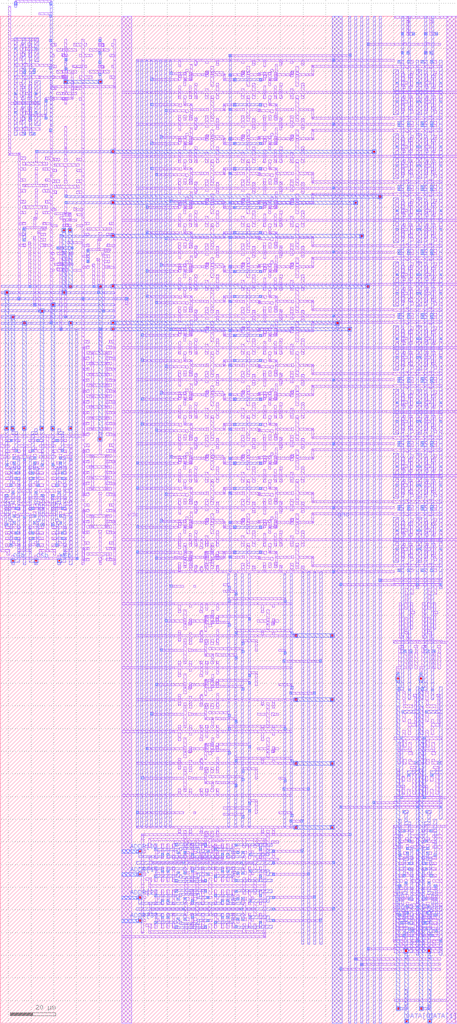
<source format=lef>
MACRO sram_2_16_1_scn3me_subm
    CLASS RING ;
    ORIGIN 53.7 0.0 ;
    FOREIGN  sram 0.0 0.0 ;
    SIZE 201.0 BY 444.3 ;
    SYMMETRY X Y R90 ;
    PIN vdd
        DIRECTION INOUT ;
        USE POWER ;
        SHAPE ABUTMENT ;
        PORT
        LAYER metal1 ;
        RECT  143.4 0.0 147.9 444.3 ;
        RECT  143.4 0.0 147.9 444.3 ;
        RECT  0.0 0.0 4.5 444.3 ;
        RECT  0.0 0.0 4.5 444.3 ;
        END
    END vdd
    PIN gnd
        DIRECTION INOUT ;
        USE GROUND ;
        SHAPE ABUTMENT ;
        PORT
        LAYER metal2 ;
        RECT  92.85 0.0 97.35 444.3 ;
        RECT  92.85 0.0 97.35 444.3 ;
        END
    END gnd
    PIN DATA[0]
        DIRECTION INOUT ;
        PORT
        LAYER metal2 ;
        RECT  124.8 0.0 125.7 1.8 ;
        RECT  124.8 0.0 125.7 1.8 ;
        END
    END DATA[0]
    PIN DATA[1]
        DIRECTION INOUT ;
        PORT
        LAYER metal2 ;
        RECT  135.0 0.0 135.9 1.8 ;
        RECT  135.0 0.0 135.9 1.8 ;
        END
    END DATA[1]
    PIN ADDR[0]
        DIRECTION INPUT ;
        PORT
        LAYER metal3 ;
        RECT  0.0 75.0 7.2 76.5 ;
        RECT  0.0 75.0 7.2 76.5 ;
        END
    END ADDR[0]
    PIN ADDR[1]
        DIRECTION INPUT ;
        PORT
        LAYER metal3 ;
        RECT  0.0 64.8 7.2 66.3 ;
        RECT  0.0 64.8 7.2 66.3 ;
        END
    END ADDR[1]
    PIN ADDR[2]
        DIRECTION INPUT ;
        PORT
        LAYER metal3 ;
        RECT  0.0 54.6 7.2 56.1 ;
        RECT  0.0 54.6 7.2 56.1 ;
        END
    END ADDR[2]
    PIN ADDR[3]
        DIRECTION INPUT ;
        PORT
        LAYER metal3 ;
        RECT  0.0 44.4 7.2 45.9 ;
        RECT  0.0 44.4 7.2 45.9 ;
        END
    END ADDR[3]
    PIN CSb
        DIRECTION INPUT ;
        PORT
        LAYER metal3 ;
        RECT  -38.7 203.1 -36.9 204.9 ;
        RECT  -38.7 203.1 -36.9 204.9 ;
        RECT  -38.7 203.1 -36.9 204.9 ;
        RECT  -38.7 203.1 -36.9 204.9 ;
        RECT  -38.7 203.1 -36.9 204.9 ;
        END
    END CSb
    PIN OEb
        DIRECTION INPUT ;
        PORT
        LAYER metal3 ;
        RECT  -48.9 203.1 -47.1 204.9 ;
        RECT  -48.9 203.1 -47.1 204.9 ;
        RECT  -48.9 203.1 -47.1 204.9 ;
        RECT  -48.9 203.1 -47.1 204.9 ;
        RECT  -48.9 203.1 -47.1 204.9 ;
        END
    END OEb
    PIN WEb
        DIRECTION INPUT ;
        PORT
        LAYER metal3 ;
        RECT  -28.5 203.1 -26.7 204.9 ;
        RECT  -28.5 203.1 -26.7 204.9 ;
        RECT  -28.5 203.1 -26.7 204.9 ;
        RECT  -28.5 203.1 -26.7 204.9 ;
        RECT  -28.5 203.1 -26.7 204.9 ;
        END
    END WEb
    PIN clk
        DIRECTION INPUT ;
        PORT
        LAYER metal1 ;
        RECT  -9.9 202.2 -9.0 203.1 ;
        RECT  -9.9 202.2 -9.0 203.1 ;
        RECT  -9.9 202.2 -9.0 204.3 ;
        END
    END clk
    OBS
        LAYER  metal1 ;
        RECT  1.8 316.95 2.7 319.65 ;
        RECT  -9.9 202.2 -9.0 203.1 ;
        RECT  143.4 0.0 147.9 444.3 ;
        RECT  0.0 0.0 4.5 444.3 ;
        RECT  44.7 205.2 45.6 206.1 ;
        RECT  44.7 207.3 45.6 208.2 ;
        RECT  40.5 205.2 45.15 206.1 ;
        RECT  44.7 205.65 45.6 207.75 ;
        RECT  45.15 207.3 49.8 208.2 ;
        RECT  83.85 205.2 84.75 206.1 ;
        RECT  83.85 201.45 84.75 202.35 ;
        RECT  82.2 205.2 84.3 206.1 ;
        RECT  83.85 201.9 84.75 205.65 ;
        RECT  84.3 201.45 119.7 202.35 ;
        RECT  44.7 220.5 45.6 221.4 ;
        RECT  44.7 218.4 45.6 219.3 ;
        RECT  40.5 220.5 45.15 221.4 ;
        RECT  44.7 218.85 45.6 220.95 ;
        RECT  45.15 218.4 49.8 219.3 ;
        RECT  83.85 220.5 84.75 221.4 ;
        RECT  83.85 224.25 84.75 225.15 ;
        RECT  82.2 220.5 84.3 221.4 ;
        RECT  83.85 220.95 84.75 224.7 ;
        RECT  84.3 224.25 119.7 225.15 ;
        RECT  44.7 233.4 45.6 234.3 ;
        RECT  44.7 235.5 45.6 236.4 ;
        RECT  40.5 233.4 45.15 234.3 ;
        RECT  44.7 233.85 45.6 235.95 ;
        RECT  45.15 235.5 49.8 236.4 ;
        RECT  83.85 233.4 84.75 234.3 ;
        RECT  83.85 229.65 84.75 230.55 ;
        RECT  82.2 233.4 84.3 234.3 ;
        RECT  83.85 230.1 84.75 233.85 ;
        RECT  84.3 229.65 119.7 230.55 ;
        RECT  44.7 248.7 45.6 249.6 ;
        RECT  44.7 246.6 45.6 247.5 ;
        RECT  40.5 248.7 45.15 249.6 ;
        RECT  44.7 247.05 45.6 249.15 ;
        RECT  45.15 246.6 49.8 247.5 ;
        RECT  83.85 248.7 84.75 249.6 ;
        RECT  83.85 252.45 84.75 253.35 ;
        RECT  82.2 248.7 84.3 249.6 ;
        RECT  83.85 249.15 84.75 252.9 ;
        RECT  84.3 252.45 119.7 253.35 ;
        RECT  44.7 261.6 45.6 262.5 ;
        RECT  44.7 263.7 45.6 264.6 ;
        RECT  40.5 261.6 45.15 262.5 ;
        RECT  44.7 262.05 45.6 264.15 ;
        RECT  45.15 263.7 49.8 264.6 ;
        RECT  83.85 261.6 84.75 262.5 ;
        RECT  83.85 257.85 84.75 258.75 ;
        RECT  82.2 261.6 84.3 262.5 ;
        RECT  83.85 258.3 84.75 262.05 ;
        RECT  84.3 257.85 119.7 258.75 ;
        RECT  44.7 276.9 45.6 277.8 ;
        RECT  44.7 274.8 45.6 275.7 ;
        RECT  40.5 276.9 45.15 277.8 ;
        RECT  44.7 275.25 45.6 277.35 ;
        RECT  45.15 274.8 49.8 275.7 ;
        RECT  83.85 276.9 84.75 277.8 ;
        RECT  83.85 280.65 84.75 281.55 ;
        RECT  82.2 276.9 84.3 277.8 ;
        RECT  83.85 277.35 84.75 281.1 ;
        RECT  84.3 280.65 119.7 281.55 ;
        RECT  44.7 289.8 45.6 290.7 ;
        RECT  44.7 291.9 45.6 292.8 ;
        RECT  40.5 289.8 45.15 290.7 ;
        RECT  44.7 290.25 45.6 292.35 ;
        RECT  45.15 291.9 49.8 292.8 ;
        RECT  83.85 289.8 84.75 290.7 ;
        RECT  83.85 286.05 84.75 286.95 ;
        RECT  82.2 289.8 84.3 290.7 ;
        RECT  83.85 286.5 84.75 290.25 ;
        RECT  84.3 286.05 119.7 286.95 ;
        RECT  44.7 305.1 45.6 306.0 ;
        RECT  44.7 303.0 45.6 303.9 ;
        RECT  40.5 305.1 45.15 306.0 ;
        RECT  44.7 303.45 45.6 305.55 ;
        RECT  45.15 303.0 49.8 303.9 ;
        RECT  83.85 305.1 84.75 306.0 ;
        RECT  83.85 308.85 84.75 309.75 ;
        RECT  82.2 305.1 84.3 306.0 ;
        RECT  83.85 305.55 84.75 309.3 ;
        RECT  84.3 308.85 119.7 309.75 ;
        RECT  44.7 318.0 45.6 318.9 ;
        RECT  44.7 320.1 45.6 321.0 ;
        RECT  40.5 318.0 45.15 318.9 ;
        RECT  44.7 318.45 45.6 320.55 ;
        RECT  45.15 320.1 49.8 321.0 ;
        RECT  83.85 318.0 84.75 318.9 ;
        RECT  83.85 314.25 84.75 315.15 ;
        RECT  82.2 318.0 84.3 318.9 ;
        RECT  83.85 314.7 84.75 318.45 ;
        RECT  84.3 314.25 119.7 315.15 ;
        RECT  44.7 333.3 45.6 334.2 ;
        RECT  44.7 331.2 45.6 332.1 ;
        RECT  40.5 333.3 45.15 334.2 ;
        RECT  44.7 331.65 45.6 333.75 ;
        RECT  45.15 331.2 49.8 332.1 ;
        RECT  83.85 333.3 84.75 334.2 ;
        RECT  83.85 337.05 84.75 337.95 ;
        RECT  82.2 333.3 84.3 334.2 ;
        RECT  83.85 333.75 84.75 337.5 ;
        RECT  84.3 337.05 119.7 337.95 ;
        RECT  44.7 346.2 45.6 347.1 ;
        RECT  44.7 348.3 45.6 349.2 ;
        RECT  40.5 346.2 45.15 347.1 ;
        RECT  44.7 346.65 45.6 348.75 ;
        RECT  45.15 348.3 49.8 349.2 ;
        RECT  83.85 346.2 84.75 347.1 ;
        RECT  83.85 342.45 84.75 343.35 ;
        RECT  82.2 346.2 84.3 347.1 ;
        RECT  83.85 342.9 84.75 346.65 ;
        RECT  84.3 342.45 119.7 343.35 ;
        RECT  44.7 361.5 45.6 362.4 ;
        RECT  44.7 359.4 45.6 360.3 ;
        RECT  40.5 361.5 45.15 362.4 ;
        RECT  44.7 359.85 45.6 361.95 ;
        RECT  45.15 359.4 49.8 360.3 ;
        RECT  83.85 361.5 84.75 362.4 ;
        RECT  83.85 365.25 84.75 366.15 ;
        RECT  82.2 361.5 84.3 362.4 ;
        RECT  83.85 361.95 84.75 365.7 ;
        RECT  84.3 365.25 119.7 366.15 ;
        RECT  44.7 374.4 45.6 375.3 ;
        RECT  44.7 376.5 45.6 377.4 ;
        RECT  40.5 374.4 45.15 375.3 ;
        RECT  44.7 374.85 45.6 376.95 ;
        RECT  45.15 376.5 49.8 377.4 ;
        RECT  83.85 374.4 84.75 375.3 ;
        RECT  83.85 370.65 84.75 371.55 ;
        RECT  82.2 374.4 84.3 375.3 ;
        RECT  83.85 371.1 84.75 374.85 ;
        RECT  84.3 370.65 119.7 371.55 ;
        RECT  44.7 389.7 45.6 390.6 ;
        RECT  44.7 387.6 45.6 388.5 ;
        RECT  40.5 389.7 45.15 390.6 ;
        RECT  44.7 388.05 45.6 390.15 ;
        RECT  45.15 387.6 49.8 388.5 ;
        RECT  83.85 389.7 84.75 390.6 ;
        RECT  83.85 393.45 84.75 394.35 ;
        RECT  82.2 389.7 84.3 390.6 ;
        RECT  83.85 390.15 84.75 393.9 ;
        RECT  84.3 393.45 119.7 394.35 ;
        RECT  44.7 402.6 45.6 403.5 ;
        RECT  44.7 404.7 45.6 405.6 ;
        RECT  40.5 402.6 45.15 403.5 ;
        RECT  44.7 403.05 45.6 405.15 ;
        RECT  45.15 404.7 49.8 405.6 ;
        RECT  83.85 402.6 84.75 403.5 ;
        RECT  83.85 398.85 84.75 399.75 ;
        RECT  82.2 402.6 84.3 403.5 ;
        RECT  83.85 399.3 84.75 403.05 ;
        RECT  84.3 398.85 119.7 399.75 ;
        RECT  44.7 417.9 45.6 418.8 ;
        RECT  44.7 415.8 45.6 416.7 ;
        RECT  40.5 417.9 45.15 418.8 ;
        RECT  44.7 416.25 45.6 418.35 ;
        RECT  45.15 415.8 49.8 416.7 ;
        RECT  83.85 417.9 84.75 418.8 ;
        RECT  83.85 421.65 84.75 422.55 ;
        RECT  82.2 417.9 84.3 418.8 ;
        RECT  83.85 418.35 84.75 422.1 ;
        RECT  84.3 421.65 119.7 422.55 ;
        RECT  51.0 198.75 120.3 199.65 ;
        RECT  51.0 226.95 120.3 227.85 ;
        RECT  51.0 255.15 120.3 256.05 ;
        RECT  51.0 283.35 120.3 284.25 ;
        RECT  51.0 311.55 120.3 312.45 ;
        RECT  51.0 339.75 120.3 340.65 ;
        RECT  51.0 367.95 120.3 368.85 ;
        RECT  51.0 396.15 120.3 397.05 ;
        RECT  51.0 424.35 120.3 425.25 ;
        RECT  0.0 212.85 147.9 213.75 ;
        RECT  0.0 241.05 147.9 241.95 ;
        RECT  0.0 269.25 147.9 270.15 ;
        RECT  0.0 297.45 147.9 298.35 ;
        RECT  0.0 325.65 147.9 326.55 ;
        RECT  0.0 353.85 147.9 354.75 ;
        RECT  0.0 382.05 147.9 382.95 ;
        RECT  0.0 410.25 147.9 411.15 ;
        RECT  75.3 88.65 80.25 89.55 ;
        RECT  72.3 102.75 82.95 103.65 ;
        RECT  75.3 145.05 85.65 145.95 ;
        RECT  72.3 159.15 88.35 160.05 ;
        RECT  75.3 85.95 76.8 86.85 ;
        RECT  75.3 114.15 76.8 115.05 ;
        RECT  75.3 142.35 76.8 143.25 ;
        RECT  75.3 170.55 76.8 171.45 ;
        RECT  0.0 100.05 75.3 100.95 ;
        RECT  0.0 128.25 75.3 129.15 ;
        RECT  0.0 156.45 75.3 157.35 ;
        RECT  0.0 184.65 75.3 185.55 ;
        RECT  66.3 75.45 80.25 76.35 ;
        RECT  66.3 65.25 82.95 66.15 ;
        RECT  66.3 55.05 85.65 55.95 ;
        RECT  66.3 44.85 88.35 45.75 ;
        RECT  66.3 70.35 94.05 71.25 ;
        RECT  66.3 49.95 94.05 50.85 ;
        RECT  62.7 37.65 63.6 38.55 ;
        RECT  62.7 38.1 63.6 40.2 ;
        RECT  0.0 37.65 63.15 38.55 ;
        RECT  108.6 32.4 120.3 33.3 ;
        RECT  103.2 27.9 120.3 28.8 ;
        RECT  105.9 25.5 120.3 26.4 ;
        RECT  108.6 431.4 120.3 432.3 ;
        RECT  111.3 96.9 120.3 97.8 ;
        RECT  114.0 195.0 120.3 195.9 ;
        RECT  8.7 82.65 9.6 83.55 ;
        RECT  8.7 81.0 9.6 83.1 ;
        RECT  9.15 82.65 100.95 83.55 ;
        RECT  47.85 426.45 100.95 427.35 ;
        RECT  120.3 443.4 143.4 444.3 ;
        RECT  120.3 167.7 143.4 168.6 ;
        RECT  120.3 99.0 143.4 99.9 ;
        RECT  120.3 86.4 143.4 87.3 ;
        RECT  120.3 9.6 143.4 10.5 ;
        RECT  97.35 23.4 120.3 24.3 ;
        RECT  97.35 192.9 120.3 193.8 ;
        RECT  97.35 94.8 120.3 95.7 ;
        RECT  143.4 0.0 147.9 444.3 ;
        RECT  0.0 0.0 4.5 444.3 ;
        RECT  119.7 257.7 141.3 258.9 ;
        RECT  119.7 201.3 141.3 202.5 ;
        RECT  119.7 229.5 141.3 230.7 ;
        RECT  119.7 421.5 141.3 422.7 ;
        RECT  119.7 314.1 141.3 315.3 ;
        RECT  119.7 285.9 141.3 287.1 ;
        RECT  119.7 393.3 141.3 394.5 ;
        RECT  119.7 365.1 141.3 366.3 ;
        RECT  119.7 252.3 141.3 253.5 ;
        RECT  119.7 280.5 141.3 281.7 ;
        RECT  119.7 224.1 141.3 225.3 ;
        RECT  119.7 398.7 141.3 399.9 ;
        RECT  119.7 342.3 141.3 343.5 ;
        RECT  119.7 336.9 141.3 338.1 ;
        RECT  119.7 212.7 141.3 213.6 ;
        RECT  119.7 240.9 141.3 241.8 ;
        RECT  119.7 269.1 141.3 270.0 ;
        RECT  119.7 297.3 141.3 298.2 ;
        RECT  119.7 325.5 141.3 326.4 ;
        RECT  119.7 353.7 141.3 354.6 ;
        RECT  119.7 381.9 141.3 382.8 ;
        RECT  119.7 410.1 141.3 411.0 ;
        RECT  119.7 370.5 141.3 371.7 ;
        RECT  119.7 308.7 141.3 309.9 ;
        RECT  126.0 199.2 128.7 200.4 ;
        RECT  121.8 199.2 124.5 200.4 ;
        RECT  119.7 201.3 131.1 202.5 ;
        RECT  125.4 202.5 126.6 202.8 ;
        RECT  129.9 204.0 131.1 209.7 ;
        RECT  127.5 204.0 128.7 205.2 ;
        RECT  123.3 204.0 124.5 205.2 ;
        RECT  127.2 205.2 128.4 205.8 ;
        RECT  126.6 205.8 128.4 207.0 ;
        RECT  127.2 207.0 128.4 210.6 ;
        RECT  123.6 205.2 124.8 208.5 ;
        RECT  123.6 208.5 126.0 209.7 ;
        RECT  120.9 204.0 122.1 209.7 ;
        RECT  123.6 209.7 124.8 210.6 ;
        RECT  129.9 210.6 131.1 212.7 ;
        RECT  126.9 210.6 128.1 211.8 ;
        RECT  123.9 210.6 125.1 211.8 ;
        RECT  120.9 210.6 122.1 212.7 ;
        RECT  119.7 212.7 131.1 213.9 ;
        RECT  119.7 201.3 131.1 202.5 ;
        RECT  119.7 212.7 131.1 213.9 ;
        RECT  126.0 226.2 128.7 227.4 ;
        RECT  121.8 226.2 124.5 227.4 ;
        RECT  119.7 224.1 131.1 225.3 ;
        RECT  125.4 223.8 126.6 224.1 ;
        RECT  129.9 216.9 131.1 222.6 ;
        RECT  127.5 221.4 128.7 222.6 ;
        RECT  123.3 221.4 124.5 222.6 ;
        RECT  127.2 220.8 128.4 221.4 ;
        RECT  126.6 219.6 128.4 220.8 ;
        RECT  127.2 216.0 128.4 219.6 ;
        RECT  123.6 218.1 124.8 221.4 ;
        RECT  123.6 216.9 126.0 218.1 ;
        RECT  120.9 216.9 122.1 222.6 ;
        RECT  123.6 216.0 124.8 216.9 ;
        RECT  129.9 213.9 131.1 216.0 ;
        RECT  126.9 214.8 128.1 216.0 ;
        RECT  123.9 214.8 125.1 216.0 ;
        RECT  120.9 213.9 122.1 216.0 ;
        RECT  119.7 212.7 131.1 213.9 ;
        RECT  119.7 224.1 131.1 225.3 ;
        RECT  119.7 212.7 131.1 213.9 ;
        RECT  126.0 227.4 128.7 228.6 ;
        RECT  121.8 227.4 124.5 228.6 ;
        RECT  119.7 229.5 131.1 230.7 ;
        RECT  125.4 230.7 126.6 231.0 ;
        RECT  129.9 232.2 131.1 237.9 ;
        RECT  127.5 232.2 128.7 233.4 ;
        RECT  123.3 232.2 124.5 233.4 ;
        RECT  127.2 233.4 128.4 234.0 ;
        RECT  126.6 234.0 128.4 235.2 ;
        RECT  127.2 235.2 128.4 238.8 ;
        RECT  123.6 233.4 124.8 236.7 ;
        RECT  123.6 236.7 126.0 237.9 ;
        RECT  120.9 232.2 122.1 237.9 ;
        RECT  123.6 237.9 124.8 238.8 ;
        RECT  129.9 238.8 131.1 240.9 ;
        RECT  126.9 238.8 128.1 240.0 ;
        RECT  123.9 238.8 125.1 240.0 ;
        RECT  120.9 238.8 122.1 240.9 ;
        RECT  119.7 240.9 131.1 242.1 ;
        RECT  119.7 229.5 131.1 230.7 ;
        RECT  119.7 240.9 131.1 242.1 ;
        RECT  126.0 254.4 128.7 255.6 ;
        RECT  121.8 254.4 124.5 255.6 ;
        RECT  119.7 252.3 131.1 253.5 ;
        RECT  125.4 252.0 126.6 252.3 ;
        RECT  129.9 245.1 131.1 250.8 ;
        RECT  127.5 249.6 128.7 250.8 ;
        RECT  123.3 249.6 124.5 250.8 ;
        RECT  127.2 249.0 128.4 249.6 ;
        RECT  126.6 247.8 128.4 249.0 ;
        RECT  127.2 244.2 128.4 247.8 ;
        RECT  123.6 246.3 124.8 249.6 ;
        RECT  123.6 245.1 126.0 246.3 ;
        RECT  120.9 245.1 122.1 250.8 ;
        RECT  123.6 244.2 124.8 245.1 ;
        RECT  129.9 242.1 131.1 244.2 ;
        RECT  126.9 243.0 128.1 244.2 ;
        RECT  123.9 243.0 125.1 244.2 ;
        RECT  120.9 242.1 122.1 244.2 ;
        RECT  119.7 240.9 131.1 242.1 ;
        RECT  119.7 252.3 131.1 253.5 ;
        RECT  119.7 240.9 131.1 242.1 ;
        RECT  126.0 255.6 128.7 256.8 ;
        RECT  121.8 255.6 124.5 256.8 ;
        RECT  119.7 257.7 131.1 258.9 ;
        RECT  125.4 258.9 126.6 259.2 ;
        RECT  129.9 260.4 131.1 266.1 ;
        RECT  127.5 260.4 128.7 261.6 ;
        RECT  123.3 260.4 124.5 261.6 ;
        RECT  127.2 261.6 128.4 262.2 ;
        RECT  126.6 262.2 128.4 263.4 ;
        RECT  127.2 263.4 128.4 267.0 ;
        RECT  123.6 261.6 124.8 264.9 ;
        RECT  123.6 264.9 126.0 266.1 ;
        RECT  120.9 260.4 122.1 266.1 ;
        RECT  123.6 266.1 124.8 267.0 ;
        RECT  129.9 267.0 131.1 269.1 ;
        RECT  126.9 267.0 128.1 268.2 ;
        RECT  123.9 267.0 125.1 268.2 ;
        RECT  120.9 267.0 122.1 269.1 ;
        RECT  119.7 269.1 131.1 270.3 ;
        RECT  119.7 257.7 131.1 258.9 ;
        RECT  119.7 269.1 131.1 270.3 ;
        RECT  126.0 282.6 128.7 283.8 ;
        RECT  121.8 282.6 124.5 283.8 ;
        RECT  119.7 280.5 131.1 281.7 ;
        RECT  125.4 280.2 126.6 280.5 ;
        RECT  129.9 273.3 131.1 279.0 ;
        RECT  127.5 277.8 128.7 279.0 ;
        RECT  123.3 277.8 124.5 279.0 ;
        RECT  127.2 277.2 128.4 277.8 ;
        RECT  126.6 276.0 128.4 277.2 ;
        RECT  127.2 272.4 128.4 276.0 ;
        RECT  123.6 274.5 124.8 277.8 ;
        RECT  123.6 273.3 126.0 274.5 ;
        RECT  120.9 273.3 122.1 279.0 ;
        RECT  123.6 272.4 124.8 273.3 ;
        RECT  129.9 270.3 131.1 272.4 ;
        RECT  126.9 271.2 128.1 272.4 ;
        RECT  123.9 271.2 125.1 272.4 ;
        RECT  120.9 270.3 122.1 272.4 ;
        RECT  119.7 269.1 131.1 270.3 ;
        RECT  119.7 280.5 131.1 281.7 ;
        RECT  119.7 269.1 131.1 270.3 ;
        RECT  126.0 283.8 128.7 285.0 ;
        RECT  121.8 283.8 124.5 285.0 ;
        RECT  119.7 285.9 131.1 287.1 ;
        RECT  125.4 287.1 126.6 287.4 ;
        RECT  129.9 288.6 131.1 294.3 ;
        RECT  127.5 288.6 128.7 289.8 ;
        RECT  123.3 288.6 124.5 289.8 ;
        RECT  127.2 289.8 128.4 290.4 ;
        RECT  126.6 290.4 128.4 291.6 ;
        RECT  127.2 291.6 128.4 295.2 ;
        RECT  123.6 289.8 124.8 293.1 ;
        RECT  123.6 293.1 126.0 294.3 ;
        RECT  120.9 288.6 122.1 294.3 ;
        RECT  123.6 294.3 124.8 295.2 ;
        RECT  129.9 295.2 131.1 297.3 ;
        RECT  126.9 295.2 128.1 296.4 ;
        RECT  123.9 295.2 125.1 296.4 ;
        RECT  120.9 295.2 122.1 297.3 ;
        RECT  119.7 297.3 131.1 298.5 ;
        RECT  119.7 285.9 131.1 287.1 ;
        RECT  119.7 297.3 131.1 298.5 ;
        RECT  126.0 310.8 128.7 312.0 ;
        RECT  121.8 310.8 124.5 312.0 ;
        RECT  119.7 308.7 131.1 309.9 ;
        RECT  125.4 308.4 126.6 308.7 ;
        RECT  129.9 301.5 131.1 307.2 ;
        RECT  127.5 306.0 128.7 307.2 ;
        RECT  123.3 306.0 124.5 307.2 ;
        RECT  127.2 305.4 128.4 306.0 ;
        RECT  126.6 304.2 128.4 305.4 ;
        RECT  127.2 300.6 128.4 304.2 ;
        RECT  123.6 302.7 124.8 306.0 ;
        RECT  123.6 301.5 126.0 302.7 ;
        RECT  120.9 301.5 122.1 307.2 ;
        RECT  123.6 300.6 124.8 301.5 ;
        RECT  129.9 298.5 131.1 300.6 ;
        RECT  126.9 299.4 128.1 300.6 ;
        RECT  123.9 299.4 125.1 300.6 ;
        RECT  120.9 298.5 122.1 300.6 ;
        RECT  119.7 297.3 131.1 298.5 ;
        RECT  119.7 308.7 131.1 309.9 ;
        RECT  119.7 297.3 131.1 298.5 ;
        RECT  126.0 312.0 128.7 313.2 ;
        RECT  121.8 312.0 124.5 313.2 ;
        RECT  119.7 314.1 131.1 315.3 ;
        RECT  125.4 315.3 126.6 315.6 ;
        RECT  129.9 316.8 131.1 322.5 ;
        RECT  127.5 316.8 128.7 318.0 ;
        RECT  123.3 316.8 124.5 318.0 ;
        RECT  127.2 318.0 128.4 318.6 ;
        RECT  126.6 318.6 128.4 319.8 ;
        RECT  127.2 319.8 128.4 323.4 ;
        RECT  123.6 318.0 124.8 321.3 ;
        RECT  123.6 321.3 126.0 322.5 ;
        RECT  120.9 316.8 122.1 322.5 ;
        RECT  123.6 322.5 124.8 323.4 ;
        RECT  129.9 323.4 131.1 325.5 ;
        RECT  126.9 323.4 128.1 324.6 ;
        RECT  123.9 323.4 125.1 324.6 ;
        RECT  120.9 323.4 122.1 325.5 ;
        RECT  119.7 325.5 131.1 326.7 ;
        RECT  119.7 314.1 131.1 315.3 ;
        RECT  119.7 325.5 131.1 326.7 ;
        RECT  126.0 339.0 128.7 340.2 ;
        RECT  121.8 339.0 124.5 340.2 ;
        RECT  119.7 336.9 131.1 338.1 ;
        RECT  125.4 336.6 126.6 336.9 ;
        RECT  129.9 329.7 131.1 335.4 ;
        RECT  127.5 334.2 128.7 335.4 ;
        RECT  123.3 334.2 124.5 335.4 ;
        RECT  127.2 333.6 128.4 334.2 ;
        RECT  126.6 332.4 128.4 333.6 ;
        RECT  127.2 328.8 128.4 332.4 ;
        RECT  123.6 330.9 124.8 334.2 ;
        RECT  123.6 329.7 126.0 330.9 ;
        RECT  120.9 329.7 122.1 335.4 ;
        RECT  123.6 328.8 124.8 329.7 ;
        RECT  129.9 326.7 131.1 328.8 ;
        RECT  126.9 327.6 128.1 328.8 ;
        RECT  123.9 327.6 125.1 328.8 ;
        RECT  120.9 326.7 122.1 328.8 ;
        RECT  119.7 325.5 131.1 326.7 ;
        RECT  119.7 336.9 131.1 338.1 ;
        RECT  119.7 325.5 131.1 326.7 ;
        RECT  126.0 340.2 128.7 341.4 ;
        RECT  121.8 340.2 124.5 341.4 ;
        RECT  119.7 342.3 131.1 343.5 ;
        RECT  125.4 343.5 126.6 343.8 ;
        RECT  129.9 345.0 131.1 350.7 ;
        RECT  127.5 345.0 128.7 346.2 ;
        RECT  123.3 345.0 124.5 346.2 ;
        RECT  127.2 346.2 128.4 346.8 ;
        RECT  126.6 346.8 128.4 348.0 ;
        RECT  127.2 348.0 128.4 351.6 ;
        RECT  123.6 346.2 124.8 349.5 ;
        RECT  123.6 349.5 126.0 350.7 ;
        RECT  120.9 345.0 122.1 350.7 ;
        RECT  123.6 350.7 124.8 351.6 ;
        RECT  129.9 351.6 131.1 353.7 ;
        RECT  126.9 351.6 128.1 352.8 ;
        RECT  123.9 351.6 125.1 352.8 ;
        RECT  120.9 351.6 122.1 353.7 ;
        RECT  119.7 353.7 131.1 354.9 ;
        RECT  119.7 342.3 131.1 343.5 ;
        RECT  119.7 353.7 131.1 354.9 ;
        RECT  126.0 367.2 128.7 368.4 ;
        RECT  121.8 367.2 124.5 368.4 ;
        RECT  119.7 365.1 131.1 366.3 ;
        RECT  125.4 364.8 126.6 365.1 ;
        RECT  129.9 357.9 131.1 363.6 ;
        RECT  127.5 362.4 128.7 363.6 ;
        RECT  123.3 362.4 124.5 363.6 ;
        RECT  127.2 361.8 128.4 362.4 ;
        RECT  126.6 360.6 128.4 361.8 ;
        RECT  127.2 357.0 128.4 360.6 ;
        RECT  123.6 359.1 124.8 362.4 ;
        RECT  123.6 357.9 126.0 359.1 ;
        RECT  120.9 357.9 122.1 363.6 ;
        RECT  123.6 357.0 124.8 357.9 ;
        RECT  129.9 354.9 131.1 357.0 ;
        RECT  126.9 355.8 128.1 357.0 ;
        RECT  123.9 355.8 125.1 357.0 ;
        RECT  120.9 354.9 122.1 357.0 ;
        RECT  119.7 353.7 131.1 354.9 ;
        RECT  119.7 365.1 131.1 366.3 ;
        RECT  119.7 353.7 131.1 354.9 ;
        RECT  126.0 368.4 128.7 369.6 ;
        RECT  121.8 368.4 124.5 369.6 ;
        RECT  119.7 370.5 131.1 371.7 ;
        RECT  125.4 371.7 126.6 372.0 ;
        RECT  129.9 373.2 131.1 378.9 ;
        RECT  127.5 373.2 128.7 374.4 ;
        RECT  123.3 373.2 124.5 374.4 ;
        RECT  127.2 374.4 128.4 375.0 ;
        RECT  126.6 375.0 128.4 376.2 ;
        RECT  127.2 376.2 128.4 379.8 ;
        RECT  123.6 374.4 124.8 377.7 ;
        RECT  123.6 377.7 126.0 378.9 ;
        RECT  120.9 373.2 122.1 378.9 ;
        RECT  123.6 378.9 124.8 379.8 ;
        RECT  129.9 379.8 131.1 381.9 ;
        RECT  126.9 379.8 128.1 381.0 ;
        RECT  123.9 379.8 125.1 381.0 ;
        RECT  120.9 379.8 122.1 381.9 ;
        RECT  119.7 381.9 131.1 383.1 ;
        RECT  119.7 370.5 131.1 371.7 ;
        RECT  119.7 381.9 131.1 383.1 ;
        RECT  126.0 395.4 128.7 396.6 ;
        RECT  121.8 395.4 124.5 396.6 ;
        RECT  119.7 393.3 131.1 394.5 ;
        RECT  125.4 393.0 126.6 393.3 ;
        RECT  129.9 386.1 131.1 391.8 ;
        RECT  127.5 390.6 128.7 391.8 ;
        RECT  123.3 390.6 124.5 391.8 ;
        RECT  127.2 390.0 128.4 390.6 ;
        RECT  126.6 388.8 128.4 390.0 ;
        RECT  127.2 385.2 128.4 388.8 ;
        RECT  123.6 387.3 124.8 390.6 ;
        RECT  123.6 386.1 126.0 387.3 ;
        RECT  120.9 386.1 122.1 391.8 ;
        RECT  123.6 385.2 124.8 386.1 ;
        RECT  129.9 383.1 131.1 385.2 ;
        RECT  126.9 384.0 128.1 385.2 ;
        RECT  123.9 384.0 125.1 385.2 ;
        RECT  120.9 383.1 122.1 385.2 ;
        RECT  119.7 381.9 131.1 383.1 ;
        RECT  119.7 393.3 131.1 394.5 ;
        RECT  119.7 381.9 131.1 383.1 ;
        RECT  126.0 396.6 128.7 397.8 ;
        RECT  121.8 396.6 124.5 397.8 ;
        RECT  119.7 398.7 131.1 399.9 ;
        RECT  125.4 399.9 126.6 400.2 ;
        RECT  129.9 401.4 131.1 407.1 ;
        RECT  127.5 401.4 128.7 402.6 ;
        RECT  123.3 401.4 124.5 402.6 ;
        RECT  127.2 402.6 128.4 403.2 ;
        RECT  126.6 403.2 128.4 404.4 ;
        RECT  127.2 404.4 128.4 408.0 ;
        RECT  123.6 402.6 124.8 405.9 ;
        RECT  123.6 405.9 126.0 407.1 ;
        RECT  120.9 401.4 122.1 407.1 ;
        RECT  123.6 407.1 124.8 408.0 ;
        RECT  129.9 408.0 131.1 410.1 ;
        RECT  126.9 408.0 128.1 409.2 ;
        RECT  123.9 408.0 125.1 409.2 ;
        RECT  120.9 408.0 122.1 410.1 ;
        RECT  119.7 410.1 131.1 411.3 ;
        RECT  119.7 398.7 131.1 399.9 ;
        RECT  119.7 410.1 131.1 411.3 ;
        RECT  126.0 423.6 128.7 424.8 ;
        RECT  121.8 423.6 124.5 424.8 ;
        RECT  119.7 421.5 131.1 422.7 ;
        RECT  125.4 421.2 126.6 421.5 ;
        RECT  129.9 414.3 131.1 420.0 ;
        RECT  127.5 418.8 128.7 420.0 ;
        RECT  123.3 418.8 124.5 420.0 ;
        RECT  127.2 418.2 128.4 418.8 ;
        RECT  126.6 417.0 128.4 418.2 ;
        RECT  127.2 413.4 128.4 417.0 ;
        RECT  123.6 415.5 124.8 418.8 ;
        RECT  123.6 414.3 126.0 415.5 ;
        RECT  120.9 414.3 122.1 420.0 ;
        RECT  123.6 413.4 124.8 414.3 ;
        RECT  129.9 411.3 131.1 413.4 ;
        RECT  126.9 412.2 128.1 413.4 ;
        RECT  123.9 412.2 125.1 413.4 ;
        RECT  120.9 411.3 122.1 413.4 ;
        RECT  119.7 410.1 131.1 411.3 ;
        RECT  119.7 421.5 131.1 422.7 ;
        RECT  119.7 410.1 131.1 411.3 ;
        RECT  136.2 199.2 138.9 200.4 ;
        RECT  132.0 199.2 134.7 200.4 ;
        RECT  129.9 201.3 141.3 202.5 ;
        RECT  135.6 202.5 136.8 202.8 ;
        RECT  140.1 204.0 141.3 209.7 ;
        RECT  137.7 204.0 138.9 205.2 ;
        RECT  133.5 204.0 134.7 205.2 ;
        RECT  137.4 205.2 138.6 205.8 ;
        RECT  136.8 205.8 138.6 207.0 ;
        RECT  137.4 207.0 138.6 210.6 ;
        RECT  133.8 205.2 135.0 208.5 ;
        RECT  133.8 208.5 136.2 209.7 ;
        RECT  131.1 204.0 132.3 209.7 ;
        RECT  133.8 209.7 135.0 210.6 ;
        RECT  140.1 210.6 141.3 212.7 ;
        RECT  137.1 210.6 138.3 211.8 ;
        RECT  134.1 210.6 135.3 211.8 ;
        RECT  131.1 210.6 132.3 212.7 ;
        RECT  129.9 212.7 141.3 213.9 ;
        RECT  129.9 201.3 141.3 202.5 ;
        RECT  129.9 212.7 141.3 213.9 ;
        RECT  136.2 226.2 138.9 227.4 ;
        RECT  132.0 226.2 134.7 227.4 ;
        RECT  129.9 224.1 141.3 225.3 ;
        RECT  135.6 223.8 136.8 224.1 ;
        RECT  140.1 216.9 141.3 222.6 ;
        RECT  137.7 221.4 138.9 222.6 ;
        RECT  133.5 221.4 134.7 222.6 ;
        RECT  137.4 220.8 138.6 221.4 ;
        RECT  136.8 219.6 138.6 220.8 ;
        RECT  137.4 216.0 138.6 219.6 ;
        RECT  133.8 218.1 135.0 221.4 ;
        RECT  133.8 216.9 136.2 218.1 ;
        RECT  131.1 216.9 132.3 222.6 ;
        RECT  133.8 216.0 135.0 216.9 ;
        RECT  140.1 213.9 141.3 216.0 ;
        RECT  137.1 214.8 138.3 216.0 ;
        RECT  134.1 214.8 135.3 216.0 ;
        RECT  131.1 213.9 132.3 216.0 ;
        RECT  129.9 212.7 141.3 213.9 ;
        RECT  129.9 224.1 141.3 225.3 ;
        RECT  129.9 212.7 141.3 213.9 ;
        RECT  136.2 227.4 138.9 228.6 ;
        RECT  132.0 227.4 134.7 228.6 ;
        RECT  129.9 229.5 141.3 230.7 ;
        RECT  135.6 230.7 136.8 231.0 ;
        RECT  140.1 232.2 141.3 237.9 ;
        RECT  137.7 232.2 138.9 233.4 ;
        RECT  133.5 232.2 134.7 233.4 ;
        RECT  137.4 233.4 138.6 234.0 ;
        RECT  136.8 234.0 138.6 235.2 ;
        RECT  137.4 235.2 138.6 238.8 ;
        RECT  133.8 233.4 135.0 236.7 ;
        RECT  133.8 236.7 136.2 237.9 ;
        RECT  131.1 232.2 132.3 237.9 ;
        RECT  133.8 237.9 135.0 238.8 ;
        RECT  140.1 238.8 141.3 240.9 ;
        RECT  137.1 238.8 138.3 240.0 ;
        RECT  134.1 238.8 135.3 240.0 ;
        RECT  131.1 238.8 132.3 240.9 ;
        RECT  129.9 240.9 141.3 242.1 ;
        RECT  129.9 229.5 141.3 230.7 ;
        RECT  129.9 240.9 141.3 242.1 ;
        RECT  136.2 254.4 138.9 255.6 ;
        RECT  132.0 254.4 134.7 255.6 ;
        RECT  129.9 252.3 141.3 253.5 ;
        RECT  135.6 252.0 136.8 252.3 ;
        RECT  140.1 245.1 141.3 250.8 ;
        RECT  137.7 249.6 138.9 250.8 ;
        RECT  133.5 249.6 134.7 250.8 ;
        RECT  137.4 249.0 138.6 249.6 ;
        RECT  136.8 247.8 138.6 249.0 ;
        RECT  137.4 244.2 138.6 247.8 ;
        RECT  133.8 246.3 135.0 249.6 ;
        RECT  133.8 245.1 136.2 246.3 ;
        RECT  131.1 245.1 132.3 250.8 ;
        RECT  133.8 244.2 135.0 245.1 ;
        RECT  140.1 242.1 141.3 244.2 ;
        RECT  137.1 243.0 138.3 244.2 ;
        RECT  134.1 243.0 135.3 244.2 ;
        RECT  131.1 242.1 132.3 244.2 ;
        RECT  129.9 240.9 141.3 242.1 ;
        RECT  129.9 252.3 141.3 253.5 ;
        RECT  129.9 240.9 141.3 242.1 ;
        RECT  136.2 255.6 138.9 256.8 ;
        RECT  132.0 255.6 134.7 256.8 ;
        RECT  129.9 257.7 141.3 258.9 ;
        RECT  135.6 258.9 136.8 259.2 ;
        RECT  140.1 260.4 141.3 266.1 ;
        RECT  137.7 260.4 138.9 261.6 ;
        RECT  133.5 260.4 134.7 261.6 ;
        RECT  137.4 261.6 138.6 262.2 ;
        RECT  136.8 262.2 138.6 263.4 ;
        RECT  137.4 263.4 138.6 267.0 ;
        RECT  133.8 261.6 135.0 264.9 ;
        RECT  133.8 264.9 136.2 266.1 ;
        RECT  131.1 260.4 132.3 266.1 ;
        RECT  133.8 266.1 135.0 267.0 ;
        RECT  140.1 267.0 141.3 269.1 ;
        RECT  137.1 267.0 138.3 268.2 ;
        RECT  134.1 267.0 135.3 268.2 ;
        RECT  131.1 267.0 132.3 269.1 ;
        RECT  129.9 269.1 141.3 270.3 ;
        RECT  129.9 257.7 141.3 258.9 ;
        RECT  129.9 269.1 141.3 270.3 ;
        RECT  136.2 282.6 138.9 283.8 ;
        RECT  132.0 282.6 134.7 283.8 ;
        RECT  129.9 280.5 141.3 281.7 ;
        RECT  135.6 280.2 136.8 280.5 ;
        RECT  140.1 273.3 141.3 279.0 ;
        RECT  137.7 277.8 138.9 279.0 ;
        RECT  133.5 277.8 134.7 279.0 ;
        RECT  137.4 277.2 138.6 277.8 ;
        RECT  136.8 276.0 138.6 277.2 ;
        RECT  137.4 272.4 138.6 276.0 ;
        RECT  133.8 274.5 135.0 277.8 ;
        RECT  133.8 273.3 136.2 274.5 ;
        RECT  131.1 273.3 132.3 279.0 ;
        RECT  133.8 272.4 135.0 273.3 ;
        RECT  140.1 270.3 141.3 272.4 ;
        RECT  137.1 271.2 138.3 272.4 ;
        RECT  134.1 271.2 135.3 272.4 ;
        RECT  131.1 270.3 132.3 272.4 ;
        RECT  129.9 269.1 141.3 270.3 ;
        RECT  129.9 280.5 141.3 281.7 ;
        RECT  129.9 269.1 141.3 270.3 ;
        RECT  136.2 283.8 138.9 285.0 ;
        RECT  132.0 283.8 134.7 285.0 ;
        RECT  129.9 285.9 141.3 287.1 ;
        RECT  135.6 287.1 136.8 287.4 ;
        RECT  140.1 288.6 141.3 294.3 ;
        RECT  137.7 288.6 138.9 289.8 ;
        RECT  133.5 288.6 134.7 289.8 ;
        RECT  137.4 289.8 138.6 290.4 ;
        RECT  136.8 290.4 138.6 291.6 ;
        RECT  137.4 291.6 138.6 295.2 ;
        RECT  133.8 289.8 135.0 293.1 ;
        RECT  133.8 293.1 136.2 294.3 ;
        RECT  131.1 288.6 132.3 294.3 ;
        RECT  133.8 294.3 135.0 295.2 ;
        RECT  140.1 295.2 141.3 297.3 ;
        RECT  137.1 295.2 138.3 296.4 ;
        RECT  134.1 295.2 135.3 296.4 ;
        RECT  131.1 295.2 132.3 297.3 ;
        RECT  129.9 297.3 141.3 298.5 ;
        RECT  129.9 285.9 141.3 287.1 ;
        RECT  129.9 297.3 141.3 298.5 ;
        RECT  136.2 310.8 138.9 312.0 ;
        RECT  132.0 310.8 134.7 312.0 ;
        RECT  129.9 308.7 141.3 309.9 ;
        RECT  135.6 308.4 136.8 308.7 ;
        RECT  140.1 301.5 141.3 307.2 ;
        RECT  137.7 306.0 138.9 307.2 ;
        RECT  133.5 306.0 134.7 307.2 ;
        RECT  137.4 305.4 138.6 306.0 ;
        RECT  136.8 304.2 138.6 305.4 ;
        RECT  137.4 300.6 138.6 304.2 ;
        RECT  133.8 302.7 135.0 306.0 ;
        RECT  133.8 301.5 136.2 302.7 ;
        RECT  131.1 301.5 132.3 307.2 ;
        RECT  133.8 300.6 135.0 301.5 ;
        RECT  140.1 298.5 141.3 300.6 ;
        RECT  137.1 299.4 138.3 300.6 ;
        RECT  134.1 299.4 135.3 300.6 ;
        RECT  131.1 298.5 132.3 300.6 ;
        RECT  129.9 297.3 141.3 298.5 ;
        RECT  129.9 308.7 141.3 309.9 ;
        RECT  129.9 297.3 141.3 298.5 ;
        RECT  136.2 312.0 138.9 313.2 ;
        RECT  132.0 312.0 134.7 313.2 ;
        RECT  129.9 314.1 141.3 315.3 ;
        RECT  135.6 315.3 136.8 315.6 ;
        RECT  140.1 316.8 141.3 322.5 ;
        RECT  137.7 316.8 138.9 318.0 ;
        RECT  133.5 316.8 134.7 318.0 ;
        RECT  137.4 318.0 138.6 318.6 ;
        RECT  136.8 318.6 138.6 319.8 ;
        RECT  137.4 319.8 138.6 323.4 ;
        RECT  133.8 318.0 135.0 321.3 ;
        RECT  133.8 321.3 136.2 322.5 ;
        RECT  131.1 316.8 132.3 322.5 ;
        RECT  133.8 322.5 135.0 323.4 ;
        RECT  140.1 323.4 141.3 325.5 ;
        RECT  137.1 323.4 138.3 324.6 ;
        RECT  134.1 323.4 135.3 324.6 ;
        RECT  131.1 323.4 132.3 325.5 ;
        RECT  129.9 325.5 141.3 326.7 ;
        RECT  129.9 314.1 141.3 315.3 ;
        RECT  129.9 325.5 141.3 326.7 ;
        RECT  136.2 339.0 138.9 340.2 ;
        RECT  132.0 339.0 134.7 340.2 ;
        RECT  129.9 336.9 141.3 338.1 ;
        RECT  135.6 336.6 136.8 336.9 ;
        RECT  140.1 329.7 141.3 335.4 ;
        RECT  137.7 334.2 138.9 335.4 ;
        RECT  133.5 334.2 134.7 335.4 ;
        RECT  137.4 333.6 138.6 334.2 ;
        RECT  136.8 332.4 138.6 333.6 ;
        RECT  137.4 328.8 138.6 332.4 ;
        RECT  133.8 330.9 135.0 334.2 ;
        RECT  133.8 329.7 136.2 330.9 ;
        RECT  131.1 329.7 132.3 335.4 ;
        RECT  133.8 328.8 135.0 329.7 ;
        RECT  140.1 326.7 141.3 328.8 ;
        RECT  137.1 327.6 138.3 328.8 ;
        RECT  134.1 327.6 135.3 328.8 ;
        RECT  131.1 326.7 132.3 328.8 ;
        RECT  129.9 325.5 141.3 326.7 ;
        RECT  129.9 336.9 141.3 338.1 ;
        RECT  129.9 325.5 141.3 326.7 ;
        RECT  136.2 340.2 138.9 341.4 ;
        RECT  132.0 340.2 134.7 341.4 ;
        RECT  129.9 342.3 141.3 343.5 ;
        RECT  135.6 343.5 136.8 343.8 ;
        RECT  140.1 345.0 141.3 350.7 ;
        RECT  137.7 345.0 138.9 346.2 ;
        RECT  133.5 345.0 134.7 346.2 ;
        RECT  137.4 346.2 138.6 346.8 ;
        RECT  136.8 346.8 138.6 348.0 ;
        RECT  137.4 348.0 138.6 351.6 ;
        RECT  133.8 346.2 135.0 349.5 ;
        RECT  133.8 349.5 136.2 350.7 ;
        RECT  131.1 345.0 132.3 350.7 ;
        RECT  133.8 350.7 135.0 351.6 ;
        RECT  140.1 351.6 141.3 353.7 ;
        RECT  137.1 351.6 138.3 352.8 ;
        RECT  134.1 351.6 135.3 352.8 ;
        RECT  131.1 351.6 132.3 353.7 ;
        RECT  129.9 353.7 141.3 354.9 ;
        RECT  129.9 342.3 141.3 343.5 ;
        RECT  129.9 353.7 141.3 354.9 ;
        RECT  136.2 367.2 138.9 368.4 ;
        RECT  132.0 367.2 134.7 368.4 ;
        RECT  129.9 365.1 141.3 366.3 ;
        RECT  135.6 364.8 136.8 365.1 ;
        RECT  140.1 357.9 141.3 363.6 ;
        RECT  137.7 362.4 138.9 363.6 ;
        RECT  133.5 362.4 134.7 363.6 ;
        RECT  137.4 361.8 138.6 362.4 ;
        RECT  136.8 360.6 138.6 361.8 ;
        RECT  137.4 357.0 138.6 360.6 ;
        RECT  133.8 359.1 135.0 362.4 ;
        RECT  133.8 357.9 136.2 359.1 ;
        RECT  131.1 357.9 132.3 363.6 ;
        RECT  133.8 357.0 135.0 357.9 ;
        RECT  140.1 354.9 141.3 357.0 ;
        RECT  137.1 355.8 138.3 357.0 ;
        RECT  134.1 355.8 135.3 357.0 ;
        RECT  131.1 354.9 132.3 357.0 ;
        RECT  129.9 353.7 141.3 354.9 ;
        RECT  129.9 365.1 141.3 366.3 ;
        RECT  129.9 353.7 141.3 354.9 ;
        RECT  136.2 368.4 138.9 369.6 ;
        RECT  132.0 368.4 134.7 369.6 ;
        RECT  129.9 370.5 141.3 371.7 ;
        RECT  135.6 371.7 136.8 372.0 ;
        RECT  140.1 373.2 141.3 378.9 ;
        RECT  137.7 373.2 138.9 374.4 ;
        RECT  133.5 373.2 134.7 374.4 ;
        RECT  137.4 374.4 138.6 375.0 ;
        RECT  136.8 375.0 138.6 376.2 ;
        RECT  137.4 376.2 138.6 379.8 ;
        RECT  133.8 374.4 135.0 377.7 ;
        RECT  133.8 377.7 136.2 378.9 ;
        RECT  131.1 373.2 132.3 378.9 ;
        RECT  133.8 378.9 135.0 379.8 ;
        RECT  140.1 379.8 141.3 381.9 ;
        RECT  137.1 379.8 138.3 381.0 ;
        RECT  134.1 379.8 135.3 381.0 ;
        RECT  131.1 379.8 132.3 381.9 ;
        RECT  129.9 381.9 141.3 383.1 ;
        RECT  129.9 370.5 141.3 371.7 ;
        RECT  129.9 381.9 141.3 383.1 ;
        RECT  136.2 395.4 138.9 396.6 ;
        RECT  132.0 395.4 134.7 396.6 ;
        RECT  129.9 393.3 141.3 394.5 ;
        RECT  135.6 393.0 136.8 393.3 ;
        RECT  140.1 386.1 141.3 391.8 ;
        RECT  137.7 390.6 138.9 391.8 ;
        RECT  133.5 390.6 134.7 391.8 ;
        RECT  137.4 390.0 138.6 390.6 ;
        RECT  136.8 388.8 138.6 390.0 ;
        RECT  137.4 385.2 138.6 388.8 ;
        RECT  133.8 387.3 135.0 390.6 ;
        RECT  133.8 386.1 136.2 387.3 ;
        RECT  131.1 386.1 132.3 391.8 ;
        RECT  133.8 385.2 135.0 386.1 ;
        RECT  140.1 383.1 141.3 385.2 ;
        RECT  137.1 384.0 138.3 385.2 ;
        RECT  134.1 384.0 135.3 385.2 ;
        RECT  131.1 383.1 132.3 385.2 ;
        RECT  129.9 381.9 141.3 383.1 ;
        RECT  129.9 393.3 141.3 394.5 ;
        RECT  129.9 381.9 141.3 383.1 ;
        RECT  136.2 396.6 138.9 397.8 ;
        RECT  132.0 396.6 134.7 397.8 ;
        RECT  129.9 398.7 141.3 399.9 ;
        RECT  135.6 399.9 136.8 400.2 ;
        RECT  140.1 401.4 141.3 407.1 ;
        RECT  137.7 401.4 138.9 402.6 ;
        RECT  133.5 401.4 134.7 402.6 ;
        RECT  137.4 402.6 138.6 403.2 ;
        RECT  136.8 403.2 138.6 404.4 ;
        RECT  137.4 404.4 138.6 408.0 ;
        RECT  133.8 402.6 135.0 405.9 ;
        RECT  133.8 405.9 136.2 407.1 ;
        RECT  131.1 401.4 132.3 407.1 ;
        RECT  133.8 407.1 135.0 408.0 ;
        RECT  140.1 408.0 141.3 410.1 ;
        RECT  137.1 408.0 138.3 409.2 ;
        RECT  134.1 408.0 135.3 409.2 ;
        RECT  131.1 408.0 132.3 410.1 ;
        RECT  129.9 410.1 141.3 411.3 ;
        RECT  129.9 398.7 141.3 399.9 ;
        RECT  129.9 410.1 141.3 411.3 ;
        RECT  136.2 423.6 138.9 424.8 ;
        RECT  132.0 423.6 134.7 424.8 ;
        RECT  129.9 421.5 141.3 422.7 ;
        RECT  135.6 421.2 136.8 421.5 ;
        RECT  140.1 414.3 141.3 420.0 ;
        RECT  137.7 418.8 138.9 420.0 ;
        RECT  133.5 418.8 134.7 420.0 ;
        RECT  137.4 418.2 138.6 418.8 ;
        RECT  136.8 417.0 138.6 418.2 ;
        RECT  137.4 413.4 138.6 417.0 ;
        RECT  133.8 415.5 135.0 418.8 ;
        RECT  133.8 414.3 136.2 415.5 ;
        RECT  131.1 414.3 132.3 420.0 ;
        RECT  133.8 413.4 135.0 414.3 ;
        RECT  140.1 411.3 141.3 413.4 ;
        RECT  137.1 412.2 138.3 413.4 ;
        RECT  134.1 412.2 135.3 413.4 ;
        RECT  131.1 411.3 132.3 413.4 ;
        RECT  129.9 410.1 141.3 411.3 ;
        RECT  129.9 421.5 141.3 422.7 ;
        RECT  129.9 410.1 141.3 411.3 ;
        RECT  120.3 431.4 140.7 432.3 ;
        RECT  120.3 443.4 140.7 444.3 ;
        RECT  125.7 435.9 126.6 444.3 ;
        RECT  120.3 443.4 130.5 444.3 ;
        RECT  120.3 431.4 130.5 432.3 ;
        RECT  123.3 427.5 124.5 428.7 ;
        RECT  125.7 427.5 126.9 428.7 ;
        RECT  123.3 427.5 124.5 428.7 ;
        RECT  125.7 427.5 126.9 428.7 ;
        RECT  123.3 435.9 124.5 437.1 ;
        RECT  125.7 435.9 126.9 437.1 ;
        RECT  123.3 435.9 124.5 437.1 ;
        RECT  125.7 435.9 126.9 437.1 ;
        RECT  125.7 435.9 126.9 437.1 ;
        RECT  128.1 435.9 129.3 437.1 ;
        RECT  125.7 435.9 126.9 437.1 ;
        RECT  128.1 435.9 129.3 437.1 ;
        RECT  124.2 431.4 125.4 432.6 ;
        RECT  125.7 441.3 126.9 442.5 ;
        RECT  123.3 435.9 124.5 437.1 ;
        RECT  128.1 435.9 129.3 437.1 ;
        RECT  123.3 427.5 124.5 428.7 ;
        RECT  125.7 427.5 126.9 428.7 ;
        RECT  135.9 435.9 136.8 444.3 ;
        RECT  130.5 443.4 140.7 444.3 ;
        RECT  130.5 431.4 140.7 432.3 ;
        RECT  133.5 427.5 134.7 428.7 ;
        RECT  135.9 427.5 137.1 428.7 ;
        RECT  133.5 427.5 134.7 428.7 ;
        RECT  135.9 427.5 137.1 428.7 ;
        RECT  133.5 435.9 134.7 437.1 ;
        RECT  135.9 435.9 137.1 437.1 ;
        RECT  133.5 435.9 134.7 437.1 ;
        RECT  135.9 435.9 137.1 437.1 ;
        RECT  135.9 435.9 137.1 437.1 ;
        RECT  138.3 435.9 139.5 437.1 ;
        RECT  135.9 435.9 137.1 437.1 ;
        RECT  138.3 435.9 139.5 437.1 ;
        RECT  134.4 431.4 135.6 432.6 ;
        RECT  135.9 441.3 137.1 442.5 ;
        RECT  133.5 435.9 134.7 437.1 ;
        RECT  138.3 435.9 139.5 437.1 ;
        RECT  133.5 427.5 134.7 428.7 ;
        RECT  135.9 427.5 137.1 428.7 ;
        RECT  120.3 195.0 140.7 195.9 ;
        RECT  120.3 167.7 140.7 168.6 ;
        RECT  120.3 192.9 140.7 193.8 ;
        RECT  119.7 195.0 131.1 196.2 ;
        RECT  119.7 192.9 131.1 194.1 ;
        RECT  125.1 189.3 126.3 192.0 ;
        RECT  127.5 189.3 128.7 192.9 ;
        RECT  129.9 191.7 131.1 192.9 ;
        RECT  125.1 185.4 126.0 189.3 ;
        RECT  122.4 171.0 123.6 185.4 ;
        RECT  124.8 182.7 126.0 185.4 ;
        RECT  127.2 181.8 128.4 185.4 ;
        RECT  127.2 180.6 129.3 181.8 ;
        RECT  124.8 173.7 126.0 179.1 ;
        RECT  127.2 173.7 128.4 180.6 ;
        RECT  124.8 172.8 125.7 173.7 ;
        RECT  124.8 171.9 126.6 172.8 ;
        RECT  122.4 169.8 124.2 171.0 ;
        RECT  125.7 170.1 126.6 171.9 ;
        RECT  125.7 168.9 126.9 170.1 ;
        RECT  119.7 167.7 131.1 168.9 ;
        RECT  123.0 166.5 124.2 166.8 ;
        RECT  122.1 165.6 124.2 166.5 ;
        RECT  129.0 165.6 130.5 166.8 ;
        RECT  122.1 163.5 123.0 165.6 ;
        RECT  124.2 163.5 125.4 164.7 ;
        RECT  122.1 157.2 123.3 163.5 ;
        RECT  121.2 156.3 123.3 157.2 ;
        RECT  124.5 156.3 125.7 163.5 ;
        RECT  126.9 156.3 128.1 164.7 ;
        RECT  129.6 163.5 130.5 165.6 ;
        RECT  129.3 156.3 130.5 163.5 ;
        RECT  121.2 153.6 122.4 156.3 ;
        RECT  119.7 195.0 131.1 196.2 ;
        RECT  119.7 167.7 131.1 168.9 ;
        RECT  119.7 192.9 131.1 194.1 ;
        RECT  129.9 195.0 141.3 196.2 ;
        RECT  129.9 192.9 141.3 194.1 ;
        RECT  135.3 189.3 136.5 192.0 ;
        RECT  137.7 189.3 138.9 192.9 ;
        RECT  140.1 191.7 141.3 192.9 ;
        RECT  135.3 185.4 136.2 189.3 ;
        RECT  132.6 171.0 133.8 185.4 ;
        RECT  135.0 182.7 136.2 185.4 ;
        RECT  137.4 181.8 138.6 185.4 ;
        RECT  137.4 180.6 139.5 181.8 ;
        RECT  135.0 173.7 136.2 179.1 ;
        RECT  137.4 173.7 138.6 180.6 ;
        RECT  135.0 172.8 135.9 173.7 ;
        RECT  135.0 171.9 136.8 172.8 ;
        RECT  132.6 169.8 134.4 171.0 ;
        RECT  135.9 170.1 136.8 171.9 ;
        RECT  135.9 168.9 137.1 170.1 ;
        RECT  129.9 167.7 141.3 168.9 ;
        RECT  133.2 166.5 134.4 166.8 ;
        RECT  132.3 165.6 134.4 166.5 ;
        RECT  139.2 165.6 140.7 166.8 ;
        RECT  132.3 163.5 133.2 165.6 ;
        RECT  134.4 163.5 135.6 164.7 ;
        RECT  132.3 157.2 133.5 163.5 ;
        RECT  131.4 156.3 133.5 157.2 ;
        RECT  134.7 156.3 135.9 163.5 ;
        RECT  137.1 156.3 138.3 164.7 ;
        RECT  139.8 163.5 140.7 165.6 ;
        RECT  139.5 156.3 140.7 163.5 ;
        RECT  131.4 153.6 132.6 156.3 ;
        RECT  129.9 195.0 141.3 196.2 ;
        RECT  129.9 167.7 141.3 168.9 ;
        RECT  129.9 192.9 141.3 194.1 ;
        RECT  120.3 96.9 140.7 97.8 ;
        RECT  120.3 99.0 140.7 99.9 ;
        RECT  120.3 94.8 140.7 95.7 ;
        RECT  121.8 147.0 123.0 148.2 ;
        RECT  121.8 146.4 122.7 147.0 ;
        RECT  121.5 142.8 122.7 146.4 ;
        RECT  123.9 142.8 125.1 146.4 ;
        RECT  126.3 142.8 127.5 147.6 ;
        RECT  128.7 144.0 130.2 145.2 ;
        RECT  124.2 140.4 125.1 142.8 ;
        RECT  121.5 127.2 122.7 139.8 ;
        RECT  124.2 139.2 128.4 140.4 ;
        RECT  123.6 136.8 128.4 138.0 ;
        RECT  123.9 132.9 125.1 136.8 ;
        RECT  126.3 132.3 127.5 134.1 ;
        RECT  129.3 132.3 130.2 144.0 ;
        RECT  126.3 131.1 130.2 132.3 ;
        RECT  123.9 126.3 125.1 129.3 ;
        RECT  126.3 127.2 127.5 131.1 ;
        RECT  120.3 125.1 131.1 126.3 ;
        RECT  121.8 120.9 123.0 123.9 ;
        RECT  124.2 121.8 125.4 125.1 ;
        RECT  126.6 120.9 127.8 123.9 ;
        RECT  121.8 120.0 127.8 120.9 ;
        RECT  121.8 114.3 123.0 120.0 ;
        RECT  126.6 119.7 127.8 120.0 ;
        RECT  126.6 118.5 128.4 119.7 ;
        RECT  124.2 114.3 125.4 116.4 ;
        RECT  126.6 115.5 127.8 116.4 ;
        RECT  126.6 114.3 130.5 115.5 ;
        RECT  127.2 112.2 129.6 113.4 ;
        RECT  121.2 111.0 122.4 112.2 ;
        RECT  121.5 108.9 122.4 111.0 ;
        RECT  121.2 105.0 122.4 108.9 ;
        RECT  123.6 106.8 124.8 108.9 ;
        RECT  126.0 106.8 127.2 110.1 ;
        RECT  121.2 104.1 124.8 105.0 ;
        RECT  121.2 100.2 122.4 103.2 ;
        RECT  123.6 101.1 124.8 104.1 ;
        RECT  126.0 100.2 127.2 103.2 ;
        RECT  128.4 101.1 129.6 112.2 ;
        RECT  120.3 99.0 131.1 100.2 ;
        RECT  120.3 96.9 131.1 98.1 ;
        RECT  120.3 94.8 131.1 96.0 ;
        RECT  123.9 92.7 126.3 93.9 ;
        RECT  120.3 96.9 131.1 98.1 ;
        RECT  120.3 99.0 131.1 100.2 ;
        RECT  120.3 94.8 131.1 96.0 ;
        RECT  132.0 147.0 133.2 148.2 ;
        RECT  132.0 146.4 132.9 147.0 ;
        RECT  131.7 142.8 132.9 146.4 ;
        RECT  134.1 142.8 135.3 146.4 ;
        RECT  136.5 142.8 137.7 147.6 ;
        RECT  138.9 144.0 140.4 145.2 ;
        RECT  134.4 140.4 135.3 142.8 ;
        RECT  131.7 127.2 132.9 139.8 ;
        RECT  134.4 139.2 138.6 140.4 ;
        RECT  133.8 136.8 138.6 138.0 ;
        RECT  134.1 132.9 135.3 136.8 ;
        RECT  136.5 132.3 137.7 134.1 ;
        RECT  139.5 132.3 140.4 144.0 ;
        RECT  136.5 131.1 140.4 132.3 ;
        RECT  134.1 126.3 135.3 129.3 ;
        RECT  136.5 127.2 137.7 131.1 ;
        RECT  130.5 125.1 141.3 126.3 ;
        RECT  132.0 120.9 133.2 123.9 ;
        RECT  134.4 121.8 135.6 125.1 ;
        RECT  136.8 120.9 138.0 123.9 ;
        RECT  132.0 120.0 138.0 120.9 ;
        RECT  132.0 114.3 133.2 120.0 ;
        RECT  136.8 119.7 138.0 120.0 ;
        RECT  136.8 118.5 138.6 119.7 ;
        RECT  134.4 114.3 135.6 116.4 ;
        RECT  136.8 115.5 138.0 116.4 ;
        RECT  136.8 114.3 140.7 115.5 ;
        RECT  137.4 112.2 139.8 113.4 ;
        RECT  131.4 111.0 132.6 112.2 ;
        RECT  131.7 108.9 132.6 111.0 ;
        RECT  131.4 105.0 132.6 108.9 ;
        RECT  133.8 106.8 135.0 108.9 ;
        RECT  136.2 106.8 137.4 110.1 ;
        RECT  131.4 104.1 135.0 105.0 ;
        RECT  131.4 100.2 132.6 103.2 ;
        RECT  133.8 101.1 135.0 104.1 ;
        RECT  136.2 100.2 137.4 103.2 ;
        RECT  138.6 101.1 139.8 112.2 ;
        RECT  130.5 99.0 141.3 100.2 ;
        RECT  130.5 96.9 141.3 98.1 ;
        RECT  130.5 94.8 141.3 96.0 ;
        RECT  134.1 92.7 136.5 93.9 ;
        RECT  130.5 96.9 141.3 98.1 ;
        RECT  130.5 99.0 141.3 100.2 ;
        RECT  130.5 94.8 141.3 96.0 ;
        RECT  120.3 32.4 140.7 33.3 ;
        RECT  120.3 86.4 140.7 87.3 ;
        RECT  119.7 86.4 131.1 87.3 ;
        RECT  119.7 83.1 120.9 86.4 ;
        RECT  122.1 84.6 128.7 85.5 ;
        RECT  122.1 84.3 125.1 84.6 ;
        RECT  127.5 84.3 128.7 84.6 ;
        RECT  119.7 81.9 123.9 83.1 ;
        RECT  127.5 81.9 131.1 83.1 ;
        RECT  119.7 78.3 120.9 81.9 ;
        RECT  125.1 81.0 126.3 81.9 ;
        RECT  125.1 80.7 127.5 81.0 ;
        RECT  122.1 79.8 128.7 80.7 ;
        RECT  122.1 79.5 123.9 79.8 ;
        RECT  127.5 79.5 128.7 79.8 ;
        RECT  119.7 77.1 123.9 78.3 ;
        RECT  119.7 63.3 120.9 77.1 ;
        RECT  125.4 76.5 126.6 78.9 ;
        RECT  130.2 78.3 131.1 81.9 ;
        RECT  127.5 77.1 131.1 78.3 ;
        RECT  129.9 75.9 131.1 77.1 ;
        RECT  122.1 73.5 123.3 74.7 ;
        RECT  124.2 74.4 126.6 75.6 ;
        RECT  122.1 72.6 128.7 73.5 ;
        RECT  122.1 72.3 123.9 72.6 ;
        RECT  127.5 72.3 128.7 72.6 ;
        RECT  122.1 70.2 128.7 71.1 ;
        RECT  122.1 69.9 123.9 70.2 ;
        RECT  126.3 69.9 128.7 70.2 ;
        RECT  122.1 67.8 128.7 68.7 ;
        RECT  122.1 67.5 123.9 67.8 ;
        RECT  126.3 67.5 128.7 67.8 ;
        RECT  125.1 65.7 126.3 66.6 ;
        RECT  122.1 64.8 128.7 65.7 ;
        RECT  122.1 64.5 125.1 64.8 ;
        RECT  127.5 64.5 128.7 64.8 ;
        RECT  119.7 62.1 123.9 63.3 ;
        RECT  119.7 57.6 120.9 62.1 ;
        RECT  124.8 61.2 126.0 63.6 ;
        RECT  130.2 63.3 131.1 75.9 ;
        RECT  127.5 62.1 131.1 63.3 ;
        RECT  122.1 60.0 123.3 61.2 ;
        RECT  122.1 59.1 128.7 60.0 ;
        RECT  122.1 58.8 123.9 59.1 ;
        RECT  127.5 58.8 128.7 59.1 ;
        RECT  130.2 57.6 131.1 62.1 ;
        RECT  119.7 56.4 123.9 57.6 ;
        RECT  119.7 52.8 120.9 56.4 ;
        RECT  125.4 55.5 126.6 56.7 ;
        RECT  127.5 56.4 131.1 57.6 ;
        RECT  122.1 55.2 127.5 55.5 ;
        RECT  122.1 54.6 128.7 55.2 ;
        RECT  122.1 54.0 123.9 54.6 ;
        RECT  126.3 54.3 128.7 54.6 ;
        RECT  127.5 54.0 128.7 54.3 ;
        RECT  119.7 51.6 123.9 52.8 ;
        RECT  119.7 36.6 120.9 51.6 ;
        RECT  125.4 51.0 126.6 53.4 ;
        RECT  130.2 52.8 131.1 56.4 ;
        RECT  127.5 51.6 131.1 52.8 ;
        RECT  129.9 50.4 131.1 51.6 ;
        RECT  122.1 47.1 123.3 48.3 ;
        RECT  124.2 48.0 126.6 49.2 ;
        RECT  122.1 46.2 128.7 47.1 ;
        RECT  122.1 45.9 123.9 46.2 ;
        RECT  127.5 45.9 128.7 46.2 ;
        RECT  122.1 43.8 128.7 44.7 ;
        RECT  122.1 43.5 123.9 43.8 ;
        RECT  126.3 43.5 128.7 43.8 ;
        RECT  122.1 41.4 128.7 42.3 ;
        RECT  122.1 41.1 123.9 41.4 ;
        RECT  126.3 41.1 128.7 41.4 ;
        RECT  125.1 39.3 126.3 40.2 ;
        RECT  122.1 38.4 128.7 39.3 ;
        RECT  122.1 38.1 125.1 38.4 ;
        RECT  127.5 38.1 128.7 38.4 ;
        RECT  130.2 36.9 131.1 50.4 ;
        RECT  122.1 36.6 123.9 36.9 ;
        RECT  119.7 35.7 123.9 36.6 ;
        RECT  127.5 36.0 131.1 36.9 ;
        RECT  127.5 35.7 128.7 36.0 ;
        RECT  122.7 34.2 123.9 35.7 ;
        RECT  124.8 33.3 126.0 34.2 ;
        RECT  119.7 32.4 131.1 33.3 ;
        RECT  119.7 32.4 131.1 33.3 ;
        RECT  119.7 86.4 131.1 87.3 ;
        RECT  129.9 86.4 141.3 87.3 ;
        RECT  140.1 83.1 141.3 86.4 ;
        RECT  132.3 84.6 138.9 85.5 ;
        RECT  135.9 84.3 138.9 84.6 ;
        RECT  132.3 84.3 133.5 84.6 ;
        RECT  137.1 81.9 141.3 83.1 ;
        RECT  129.9 81.9 133.5 83.1 ;
        RECT  140.1 78.3 141.3 81.9 ;
        RECT  134.7 81.0 135.9 81.9 ;
        RECT  133.5 80.7 135.9 81.0 ;
        RECT  132.3 79.8 138.9 80.7 ;
        RECT  137.1 79.5 138.9 79.8 ;
        RECT  132.3 79.5 133.5 79.8 ;
        RECT  137.1 77.1 141.3 78.3 ;
        RECT  140.1 63.3 141.3 77.1 ;
        RECT  134.4 76.5 135.6 78.9 ;
        RECT  129.9 78.3 130.8 81.9 ;
        RECT  129.9 77.1 133.5 78.3 ;
        RECT  129.9 75.9 131.1 77.1 ;
        RECT  137.7 73.5 138.9 74.7 ;
        RECT  134.4 74.4 136.8 75.6 ;
        RECT  132.3 72.6 138.9 73.5 ;
        RECT  137.1 72.3 138.9 72.6 ;
        RECT  132.3 72.3 133.5 72.6 ;
        RECT  132.3 70.2 138.9 71.1 ;
        RECT  137.1 69.9 138.9 70.2 ;
        RECT  132.3 69.9 134.7 70.2 ;
        RECT  132.3 67.8 138.9 68.7 ;
        RECT  137.1 67.5 138.9 67.8 ;
        RECT  132.3 67.5 134.7 67.8 ;
        RECT  134.7 65.7 135.9 66.6 ;
        RECT  132.3 64.8 138.9 65.7 ;
        RECT  135.9 64.5 138.9 64.8 ;
        RECT  132.3 64.5 133.5 64.8 ;
        RECT  137.1 62.1 141.3 63.3 ;
        RECT  140.1 57.6 141.3 62.1 ;
        RECT  135.0 61.2 136.2 63.6 ;
        RECT  129.9 63.3 130.8 75.9 ;
        RECT  129.9 62.1 133.5 63.3 ;
        RECT  137.7 60.0 138.9 61.2 ;
        RECT  132.3 59.1 138.9 60.0 ;
        RECT  137.1 58.8 138.9 59.1 ;
        RECT  132.3 58.8 133.5 59.1 ;
        RECT  129.9 57.6 130.8 62.1 ;
        RECT  137.1 56.4 141.3 57.6 ;
        RECT  140.1 52.8 141.3 56.4 ;
        RECT  134.4 55.5 135.6 56.7 ;
        RECT  129.9 56.4 133.5 57.6 ;
        RECT  133.5 55.2 138.9 55.5 ;
        RECT  132.3 54.6 138.9 55.2 ;
        RECT  137.1 54.0 138.9 54.6 ;
        RECT  132.3 54.3 134.7 54.6 ;
        RECT  132.3 54.0 133.5 54.3 ;
        RECT  137.1 51.6 141.3 52.8 ;
        RECT  140.1 36.6 141.3 51.6 ;
        RECT  134.4 51.0 135.6 53.4 ;
        RECT  129.9 52.8 130.8 56.4 ;
        RECT  129.9 51.6 133.5 52.8 ;
        RECT  129.9 50.4 131.1 51.6 ;
        RECT  137.7 47.1 138.9 48.3 ;
        RECT  134.4 48.0 136.8 49.2 ;
        RECT  132.3 46.2 138.9 47.1 ;
        RECT  137.1 45.9 138.9 46.2 ;
        RECT  132.3 45.9 133.5 46.2 ;
        RECT  132.3 43.8 138.9 44.7 ;
        RECT  137.1 43.5 138.9 43.8 ;
        RECT  132.3 43.5 134.7 43.8 ;
        RECT  132.3 41.4 138.9 42.3 ;
        RECT  137.1 41.1 138.9 41.4 ;
        RECT  132.3 41.1 134.7 41.4 ;
        RECT  134.7 39.3 135.9 40.2 ;
        RECT  132.3 38.4 138.9 39.3 ;
        RECT  135.9 38.1 138.9 38.4 ;
        RECT  132.3 38.1 133.5 38.4 ;
        RECT  129.9 36.9 130.8 50.4 ;
        RECT  137.1 36.6 138.9 36.9 ;
        RECT  137.1 35.7 141.3 36.6 ;
        RECT  129.9 36.0 133.5 36.9 ;
        RECT  132.3 35.7 133.5 36.0 ;
        RECT  137.1 34.2 138.3 35.7 ;
        RECT  135.0 33.3 136.2 34.2 ;
        RECT  129.9 32.4 141.3 33.3 ;
        RECT  129.9 32.4 141.3 33.3 ;
        RECT  129.9 86.4 141.3 87.3 ;
        RECT  120.3 25.5 140.7 26.4 ;
        RECT  120.3 9.6 140.7 10.5 ;
        RECT  120.3 23.4 140.7 24.3 ;
        RECT  120.3 27.9 140.7 28.8 ;
        RECT  120.3 49.5 131.1 50.7 ;
        RECT  121.2 45.9 122.7 48.3 ;
        RECT  123.9 45.9 125.1 49.5 ;
        RECT  126.3 45.9 127.5 48.3 ;
        RECT  128.7 45.9 129.9 48.3 ;
        RECT  121.2 42.6 122.1 45.9 ;
        RECT  123.0 43.8 124.2 45.0 ;
        RECT  121.2 41.4 126.3 42.6 ;
        RECT  129.0 41.4 129.9 45.9 ;
        RECT  121.2 39.3 122.1 41.4 ;
        RECT  127.8 40.2 129.9 41.4 ;
        RECT  129.0 39.3 129.9 40.2 ;
        RECT  121.2 38.1 122.7 39.3 ;
        RECT  123.9 36.9 125.1 39.3 ;
        RECT  126.3 38.1 127.5 39.3 ;
        RECT  128.7 38.1 129.9 39.3 ;
        RECT  120.3 35.7 131.1 36.9 ;
        RECT  120.3 33.6 131.1 34.8 ;
        RECT  120.3 31.2 131.1 32.4 ;
        RECT  120.3 33.6 131.1 34.8 ;
        RECT  120.3 49.5 131.1 50.7 ;
        RECT  120.3 35.7 131.1 36.9 ;
        RECT  120.3 35.7 131.1 36.9 ;
        RECT  120.3 31.2 131.1 32.4 ;
        RECT  130.5 49.5 141.3 50.7 ;
        RECT  131.4 45.9 132.9 48.3 ;
        RECT  134.1 45.9 135.3 49.5 ;
        RECT  136.5 45.9 137.7 48.3 ;
        RECT  138.9 45.9 140.1 48.3 ;
        RECT  131.4 42.6 132.3 45.9 ;
        RECT  133.2 43.8 134.4 45.0 ;
        RECT  131.4 41.4 136.5 42.6 ;
        RECT  139.2 41.4 140.1 45.9 ;
        RECT  131.4 39.3 132.3 41.4 ;
        RECT  138.0 40.2 140.1 41.4 ;
        RECT  139.2 39.3 140.1 40.2 ;
        RECT  131.4 38.1 132.9 39.3 ;
        RECT  134.1 36.9 135.3 39.3 ;
        RECT  136.5 38.1 137.7 39.3 ;
        RECT  138.9 38.1 140.1 39.3 ;
        RECT  130.5 35.7 141.3 36.9 ;
        RECT  130.5 33.6 141.3 34.8 ;
        RECT  130.5 31.2 141.3 32.4 ;
        RECT  130.5 33.6 141.3 34.8 ;
        RECT  130.5 49.5 141.3 50.7 ;
        RECT  130.5 35.7 141.3 36.9 ;
        RECT  130.5 35.7 141.3 36.9 ;
        RECT  130.5 31.2 141.3 32.4 ;
        RECT  35.1 205.2 36.0 206.1 ;
        RECT  35.1 220.5 36.0 221.4 ;
        RECT  35.1 233.4 36.0 234.3 ;
        RECT  35.1 248.7 36.0 249.6 ;
        RECT  35.1 261.6 36.0 262.5 ;
        RECT  35.1 276.9 36.0 277.8 ;
        RECT  35.1 289.8 36.0 290.7 ;
        RECT  35.1 305.1 36.0 306.0 ;
        RECT  35.1 318.0 36.0 318.9 ;
        RECT  35.1 333.3 36.0 334.2 ;
        RECT  35.1 346.2 36.0 347.1 ;
        RECT  35.1 361.5 36.0 362.4 ;
        RECT  35.1 374.4 36.0 375.3 ;
        RECT  35.1 389.7 36.0 390.6 ;
        RECT  35.1 402.6 36.0 403.5 ;
        RECT  35.1 417.9 36.0 418.8 ;
        RECT  6.3 92.4 23.1 93.3 ;
        RECT  8.4 107.7 23.1 108.6 ;
        RECT  10.5 120.6 23.1 121.5 ;
        RECT  12.6 135.9 23.1 136.8 ;
        RECT  14.7 148.8 23.1 149.7 ;
        RECT  16.8 164.1 23.1 165.0 ;
        RECT  18.9 177.0 23.1 177.9 ;
        RECT  21.0 192.3 23.1 193.2 ;
        RECT  6.3 207.3 23.1 208.2 ;
        RECT  14.7 204.6 23.1 205.5 ;
        RECT  6.3 218.4 23.1 219.3 ;
        RECT  16.8 221.1 23.1 222.0 ;
        RECT  6.3 235.5 23.1 236.4 ;
        RECT  18.9 232.8 23.1 233.7 ;
        RECT  6.3 246.6 23.1 247.5 ;
        RECT  21.0 249.3 23.1 250.2 ;
        RECT  8.4 263.7 23.1 264.6 ;
        RECT  14.7 261.0 23.1 261.9 ;
        RECT  8.4 274.8 23.1 275.7 ;
        RECT  16.8 277.5 23.1 278.4 ;
        RECT  8.4 291.9 23.1 292.8 ;
        RECT  18.9 289.2 23.1 290.1 ;
        RECT  8.4 303.0 23.1 303.9 ;
        RECT  21.0 305.7 23.1 306.6 ;
        RECT  10.5 320.1 23.1 321.0 ;
        RECT  14.7 317.4 23.1 318.3 ;
        RECT  10.5 331.2 23.1 332.1 ;
        RECT  16.8 333.9 23.1 334.8 ;
        RECT  10.5 348.3 23.1 349.2 ;
        RECT  18.9 345.6 23.1 346.5 ;
        RECT  10.5 359.4 23.1 360.3 ;
        RECT  21.0 362.1 23.1 363.0 ;
        RECT  12.6 376.5 23.1 377.4 ;
        RECT  14.7 373.8 23.1 374.7 ;
        RECT  12.6 387.6 23.1 388.5 ;
        RECT  16.8 390.3 23.1 391.2 ;
        RECT  12.6 404.7 23.1 405.6 ;
        RECT  18.9 402.0 23.1 402.9 ;
        RECT  12.6 415.8 23.1 416.7 ;
        RECT  21.0 418.5 23.1 419.4 ;
        RECT  40.5 306.0 44.7 306.9 ;
        RECT  40.5 277.8 44.7 278.7 ;
        RECT  40.5 346.2 44.7 347.1 ;
        RECT  40.5 221.4 44.7 222.3 ;
        RECT  40.5 249.6 44.7 250.5 ;
        RECT  40.5 374.4 44.7 375.3 ;
        RECT  40.5 318.0 44.7 318.9 ;
        RECT  40.5 402.6 44.7 403.5 ;
        RECT  40.5 289.8 44.7 290.7 ;
        RECT  40.5 205.2 44.7 206.1 ;
        RECT  40.5 261.6 44.7 262.5 ;
        RECT  40.5 233.4 44.7 234.3 ;
        RECT  40.5 390.6 44.7 391.5 ;
        RECT  40.5 334.2 44.7 335.1 ;
        RECT  40.5 418.8 44.7 419.7 ;
        RECT  40.5 362.4 44.7 363.3 ;
        RECT  6.3 100.05 75.3 100.95 ;
        RECT  6.3 128.25 75.3 129.15 ;
        RECT  6.3 156.45 75.3 157.35 ;
        RECT  6.3 184.65 75.3 185.55 ;
        RECT  6.3 212.85 75.3 213.75 ;
        RECT  6.3 241.05 75.3 241.95 ;
        RECT  6.3 269.25 75.3 270.15 ;
        RECT  6.3 297.45 75.3 298.35 ;
        RECT  6.3 325.65 75.3 326.55 ;
        RECT  6.3 353.85 75.3 354.75 ;
        RECT  6.3 382.05 75.3 382.95 ;
        RECT  6.3 410.25 75.3 411.15 ;
        RECT  6.3 85.95 75.3 86.85 ;
        RECT  6.3 114.15 75.3 115.05 ;
        RECT  6.3 142.35 75.3 143.25 ;
        RECT  6.3 170.55 75.3 171.45 ;
        RECT  6.3 198.75 75.3 199.65 ;
        RECT  6.3 226.95 75.3 227.85 ;
        RECT  6.3 255.15 75.3 256.05 ;
        RECT  6.3 283.35 75.3 284.25 ;
        RECT  6.3 311.55 75.3 312.45 ;
        RECT  6.3 339.75 75.3 340.65 ;
        RECT  6.3 367.95 75.3 368.85 ;
        RECT  6.3 396.15 75.3 397.05 ;
        RECT  6.3 424.35 75.3 425.25 ;
        RECT  31.8 92.4 32.7 93.3 ;
        RECT  31.8 107.7 32.7 108.6 ;
        RECT  31.8 120.6 32.7 121.5 ;
        RECT  31.8 135.9 32.7 136.8 ;
        RECT  55.8 97.8 59.7 98.7 ;
        RECT  58.8 92.4 59.7 97.8 ;
        RECT  69.3 92.4 75.3 93.3 ;
        RECT  52.8 111.9 59.7 112.8 ;
        RECT  58.8 107.7 59.7 111.9 ;
        RECT  69.3 107.7 72.3 108.6 ;
        RECT  49.8 116.4 75.3 117.3 ;
        RECT  46.8 130.5 72.3 131.4 ;
        RECT  44.7 94.5 56.7 95.4 ;
        RECT  44.7 91.8 53.7 92.7 ;
        RECT  44.7 105.6 50.7 106.5 ;
        RECT  44.7 108.3 53.7 109.2 ;
        RECT  44.7 122.7 56.7 123.6 ;
        RECT  44.7 120.0 47.7 120.9 ;
        RECT  44.7 133.8 50.7 134.7 ;
        RECT  44.7 136.5 47.7 137.4 ;
        RECT  23.1 135.9 27.3 136.8 ;
        RECT  23.1 120.6 27.3 121.5 ;
        RECT  23.1 92.4 27.3 93.3 ;
        RECT  23.1 107.7 27.3 108.6 ;
        RECT  22.2 100.05 75.3 100.95 ;
        RECT  22.2 128.25 75.3 129.15 ;
        RECT  22.2 85.95 75.3 86.85 ;
        RECT  22.2 114.15 75.3 115.05 ;
        RECT  22.2 142.35 75.3 143.25 ;
        RECT  61.5 72.75 62.7 75.15 ;
        RECT  61.5 84.15 62.7 85.95 ;
        RECT  66.3 85.05 67.5 85.95 ;
        RECT  66.3 72.75 67.5 73.95 ;
        RECT  63.9 75.0 65.1 83.85 ;
        RECT  67.2 79.5 69.3 80.4 ;
        RECT  59.7 79.5 63.9 80.4 ;
        RECT  59.7 71.85 69.3 72.75 ;
        RECT  59.7 85.95 69.3 86.85 ;
        RECT  66.3 83.85 67.5 85.05 ;
        RECT  63.9 83.85 65.1 85.05 ;
        RECT  66.3 82.65 67.5 83.85 ;
        RECT  63.9 82.65 65.1 83.85 ;
        RECT  66.3 73.95 67.5 75.15 ;
        RECT  63.9 73.95 65.1 75.15 ;
        RECT  66.3 73.95 67.5 75.15 ;
        RECT  63.9 73.95 65.1 75.15 ;
        RECT  61.5 73.95 62.7 75.15 ;
        RECT  61.5 83.85 62.7 85.05 ;
        RECT  66.0 79.35 67.2 80.55 ;
        RECT  61.5 125.85 62.7 128.25 ;
        RECT  61.5 115.05 62.7 116.85 ;
        RECT  66.3 115.05 67.5 115.95 ;
        RECT  66.3 127.05 67.5 128.25 ;
        RECT  63.9 117.15 65.1 126.0 ;
        RECT  67.2 120.6 69.3 121.5 ;
        RECT  59.7 120.6 63.9 121.5 ;
        RECT  59.7 128.25 69.3 129.15 ;
        RECT  59.7 114.15 69.3 115.05 ;
        RECT  66.3 120.75 67.5 121.95 ;
        RECT  63.9 120.75 65.1 121.95 ;
        RECT  66.3 119.55 67.5 120.75 ;
        RECT  63.9 119.55 65.1 120.75 ;
        RECT  66.3 119.85 67.5 121.05 ;
        RECT  63.9 119.85 65.1 121.05 ;
        RECT  66.3 119.85 67.5 121.05 ;
        RECT  63.9 119.85 65.1 121.05 ;
        RECT  61.5 124.65 62.7 125.85 ;
        RECT  61.5 114.75 62.7 115.95 ;
        RECT  66.0 119.25 67.2 120.45 ;
        RECT  24.9 72.75 26.1 75.15 ;
        RECT  24.9 84.15 26.1 85.95 ;
        RECT  29.7 85.05 30.9 85.95 ;
        RECT  29.7 72.75 30.9 73.95 ;
        RECT  27.3 75.0 28.5 83.85 ;
        RECT  30.6 79.5 32.7 80.4 ;
        RECT  23.1 79.5 27.3 80.4 ;
        RECT  23.1 71.85 32.7 72.75 ;
        RECT  23.1 85.95 32.7 86.85 ;
        RECT  29.7 83.85 30.9 85.05 ;
        RECT  27.3 83.85 28.5 85.05 ;
        RECT  29.7 82.65 30.9 83.85 ;
        RECT  27.3 82.65 28.5 83.85 ;
        RECT  29.7 73.95 30.9 75.15 ;
        RECT  27.3 73.95 28.5 75.15 ;
        RECT  29.7 73.95 30.9 75.15 ;
        RECT  27.3 73.95 28.5 75.15 ;
        RECT  24.9 73.95 26.1 75.15 ;
        RECT  24.9 83.85 26.1 85.05 ;
        RECT  29.4 79.35 30.6 80.55 ;
        RECT  24.9 125.85 26.1 128.25 ;
        RECT  24.9 115.05 26.1 116.85 ;
        RECT  29.7 115.05 30.9 115.95 ;
        RECT  29.7 127.05 30.9 128.25 ;
        RECT  27.3 117.15 28.5 126.0 ;
        RECT  30.6 120.6 32.7 121.5 ;
        RECT  23.1 120.6 27.3 121.5 ;
        RECT  23.1 128.25 32.7 129.15 ;
        RECT  23.1 114.15 32.7 115.05 ;
        RECT  29.7 120.75 30.9 121.95 ;
        RECT  27.3 120.75 28.5 121.95 ;
        RECT  29.7 119.55 30.9 120.75 ;
        RECT  27.3 119.55 28.5 120.75 ;
        RECT  29.7 119.85 30.9 121.05 ;
        RECT  27.3 119.85 28.5 121.05 ;
        RECT  29.7 119.85 30.9 121.05 ;
        RECT  27.3 119.85 28.5 121.05 ;
        RECT  24.9 124.65 26.1 125.85 ;
        RECT  24.9 114.75 26.1 115.95 ;
        RECT  29.4 119.25 30.6 120.45 ;
        RECT  24.9 100.95 26.1 103.35 ;
        RECT  24.9 112.35 26.1 114.15 ;
        RECT  29.7 113.25 30.9 114.15 ;
        RECT  29.7 100.95 30.9 102.15 ;
        RECT  27.3 103.2 28.5 112.05 ;
        RECT  30.6 107.7 32.7 108.6 ;
        RECT  23.1 107.7 27.3 108.6 ;
        RECT  23.1 100.05 32.7 100.95 ;
        RECT  23.1 114.15 32.7 115.05 ;
        RECT  29.7 112.05 30.9 113.25 ;
        RECT  27.3 112.05 28.5 113.25 ;
        RECT  29.7 110.85 30.9 112.05 ;
        RECT  27.3 110.85 28.5 112.05 ;
        RECT  29.7 102.15 30.9 103.35 ;
        RECT  27.3 102.15 28.5 103.35 ;
        RECT  29.7 102.15 30.9 103.35 ;
        RECT  27.3 102.15 28.5 103.35 ;
        RECT  24.9 102.15 26.1 103.35 ;
        RECT  24.9 112.05 26.1 113.25 ;
        RECT  29.4 107.55 30.6 108.75 ;
        RECT  24.9 154.05 26.1 156.45 ;
        RECT  24.9 143.25 26.1 145.05 ;
        RECT  29.7 143.25 30.9 144.15 ;
        RECT  29.7 155.25 30.9 156.45 ;
        RECT  27.3 145.35 28.5 154.2 ;
        RECT  30.6 148.8 32.7 149.7 ;
        RECT  23.1 148.8 27.3 149.7 ;
        RECT  23.1 156.45 32.7 157.35 ;
        RECT  23.1 142.35 32.7 143.25 ;
        RECT  29.7 148.95 30.9 150.15 ;
        RECT  27.3 148.95 28.5 150.15 ;
        RECT  29.7 147.75 30.9 148.95 ;
        RECT  27.3 147.75 28.5 148.95 ;
        RECT  29.7 148.05 30.9 149.25 ;
        RECT  27.3 148.05 28.5 149.25 ;
        RECT  29.7 148.05 30.9 149.25 ;
        RECT  27.3 148.05 28.5 149.25 ;
        RECT  24.9 152.85 26.1 154.05 ;
        RECT  24.9 142.95 26.1 144.15 ;
        RECT  29.4 147.45 30.6 148.65 ;
        RECT  34.8 72.3 35.7 75.15 ;
        RECT  34.8 84.0 35.7 86.4 ;
        RECT  41.85 72.3 42.75 75.15 ;
        RECT  37.05 72.3 37.95 75.15 ;
        RECT  41.85 83.55 42.75 86.4 ;
        RECT  36.6 77.4 37.5 78.3 ;
        RECT  39.6 77.4 40.5 78.3 ;
        RECT  36.6 77.85 37.5 84.75 ;
        RECT  37.05 77.4 40.05 78.3 ;
        RECT  39.6 75.15 40.5 77.85 ;
        RECT  42.6 77.4 44.7 78.3 ;
        RECT  32.7 79.5 37.05 80.4 ;
        RECT  39.6 80.1 44.7 81.0 ;
        RECT  32.7 71.85 44.7 72.75 ;
        RECT  32.7 85.95 44.7 86.85 ;
        RECT  41.7 83.55 42.9 84.75 ;
        RECT  39.3 83.55 40.5 84.75 ;
        RECT  41.7 82.35 42.9 83.55 ;
        RECT  39.3 82.35 40.5 83.55 ;
        RECT  39.3 83.55 40.5 84.75 ;
        RECT  36.9 83.55 38.1 84.75 ;
        RECT  39.3 82.35 40.5 83.55 ;
        RECT  36.9 82.35 38.1 83.55 ;
        RECT  41.7 73.95 42.9 75.15 ;
        RECT  39.3 73.95 40.5 75.15 ;
        RECT  41.7 73.95 42.9 75.15 ;
        RECT  39.3 73.95 40.5 75.15 ;
        RECT  39.3 73.95 40.5 75.15 ;
        RECT  36.9 73.95 38.1 75.15 ;
        RECT  39.3 73.95 40.5 75.15 ;
        RECT  36.9 73.95 38.1 75.15 ;
        RECT  34.5 73.95 35.7 75.15 ;
        RECT  34.5 83.55 35.7 84.75 ;
        RECT  41.4 77.4 42.6 78.6 ;
        RECT  38.4 80.1 39.6 81.3 ;
        RECT  34.8 125.85 35.7 128.7 ;
        RECT  34.8 114.6 35.7 117.0 ;
        RECT  41.85 125.85 42.75 128.7 ;
        RECT  37.05 125.85 37.95 128.7 ;
        RECT  41.85 114.6 42.75 117.45 ;
        RECT  36.6 122.7 37.5 123.6 ;
        RECT  39.6 122.7 40.5 123.6 ;
        RECT  36.6 116.25 37.5 123.15 ;
        RECT  37.05 122.7 40.05 123.6 ;
        RECT  39.6 123.15 40.5 125.85 ;
        RECT  42.6 122.7 44.7 123.6 ;
        RECT  32.7 120.6 37.05 121.5 ;
        RECT  39.6 120.0 44.7 120.9 ;
        RECT  32.7 128.25 44.7 129.15 ;
        RECT  32.7 114.15 44.7 115.05 ;
        RECT  41.7 122.25 42.9 123.45 ;
        RECT  39.3 122.25 40.5 123.45 ;
        RECT  41.7 121.05 42.9 122.25 ;
        RECT  39.3 121.05 40.5 122.25 ;
        RECT  39.3 122.25 40.5 123.45 ;
        RECT  36.9 122.25 38.1 123.45 ;
        RECT  39.3 121.05 40.5 122.25 ;
        RECT  36.9 121.05 38.1 122.25 ;
        RECT  41.7 119.85 42.9 121.05 ;
        RECT  39.3 119.85 40.5 121.05 ;
        RECT  41.7 119.85 42.9 121.05 ;
        RECT  39.3 119.85 40.5 121.05 ;
        RECT  39.3 119.85 40.5 121.05 ;
        RECT  36.9 119.85 38.1 121.05 ;
        RECT  39.3 119.85 40.5 121.05 ;
        RECT  36.9 119.85 38.1 121.05 ;
        RECT  34.5 124.65 35.7 125.85 ;
        RECT  34.5 115.05 35.7 116.25 ;
        RECT  41.4 121.2 42.6 122.4 ;
        RECT  38.4 118.5 39.6 119.7 ;
        RECT  34.8 100.5 35.7 103.35 ;
        RECT  34.8 112.2 35.7 114.6 ;
        RECT  41.85 100.5 42.75 103.35 ;
        RECT  37.05 100.5 37.95 103.35 ;
        RECT  41.85 111.75 42.75 114.6 ;
        RECT  36.6 105.6 37.5 106.5 ;
        RECT  39.6 105.6 40.5 106.5 ;
        RECT  36.6 106.05 37.5 112.95 ;
        RECT  37.05 105.6 40.05 106.5 ;
        RECT  39.6 103.35 40.5 106.05 ;
        RECT  42.6 105.6 44.7 106.5 ;
        RECT  32.7 107.7 37.05 108.6 ;
        RECT  39.6 108.3 44.7 109.2 ;
        RECT  32.7 100.05 44.7 100.95 ;
        RECT  32.7 114.15 44.7 115.05 ;
        RECT  41.7 111.75 42.9 112.95 ;
        RECT  39.3 111.75 40.5 112.95 ;
        RECT  41.7 110.55 42.9 111.75 ;
        RECT  39.3 110.55 40.5 111.75 ;
        RECT  39.3 111.75 40.5 112.95 ;
        RECT  36.9 111.75 38.1 112.95 ;
        RECT  39.3 110.55 40.5 111.75 ;
        RECT  36.9 110.55 38.1 111.75 ;
        RECT  41.7 102.15 42.9 103.35 ;
        RECT  39.3 102.15 40.5 103.35 ;
        RECT  41.7 102.15 42.9 103.35 ;
        RECT  39.3 102.15 40.5 103.35 ;
        RECT  39.3 102.15 40.5 103.35 ;
        RECT  36.9 102.15 38.1 103.35 ;
        RECT  39.3 102.15 40.5 103.35 ;
        RECT  36.9 102.15 38.1 103.35 ;
        RECT  34.5 102.15 35.7 103.35 ;
        RECT  34.5 111.75 35.7 112.95 ;
        RECT  41.4 105.6 42.6 106.8 ;
        RECT  38.4 108.3 39.6 109.5 ;
        RECT  34.8 154.05 35.7 156.9 ;
        RECT  34.8 142.8 35.7 145.2 ;
        RECT  41.85 154.05 42.75 156.9 ;
        RECT  37.05 154.05 37.95 156.9 ;
        RECT  41.85 142.8 42.75 145.65 ;
        RECT  36.6 150.9 37.5 151.8 ;
        RECT  39.6 150.9 40.5 151.8 ;
        RECT  36.6 144.45 37.5 151.35 ;
        RECT  37.05 150.9 40.05 151.8 ;
        RECT  39.6 151.35 40.5 154.05 ;
        RECT  42.6 150.9 44.7 151.8 ;
        RECT  32.7 148.8 37.05 149.7 ;
        RECT  39.6 148.2 44.7 149.1 ;
        RECT  32.7 156.45 44.7 157.35 ;
        RECT  32.7 142.35 44.7 143.25 ;
        RECT  41.7 150.45 42.9 151.65 ;
        RECT  39.3 150.45 40.5 151.65 ;
        RECT  41.7 149.25 42.9 150.45 ;
        RECT  39.3 149.25 40.5 150.45 ;
        RECT  39.3 150.45 40.5 151.65 ;
        RECT  36.9 150.45 38.1 151.65 ;
        RECT  39.3 149.25 40.5 150.45 ;
        RECT  36.9 149.25 38.1 150.45 ;
        RECT  41.7 148.05 42.9 149.25 ;
        RECT  39.3 148.05 40.5 149.25 ;
        RECT  41.7 148.05 42.9 149.25 ;
        RECT  39.3 148.05 40.5 149.25 ;
        RECT  39.3 148.05 40.5 149.25 ;
        RECT  36.9 148.05 38.1 149.25 ;
        RECT  39.3 148.05 40.5 149.25 ;
        RECT  36.9 148.05 38.1 149.25 ;
        RECT  34.5 152.85 35.7 154.05 ;
        RECT  34.5 143.25 35.7 144.45 ;
        RECT  41.4 149.4 42.6 150.6 ;
        RECT  38.4 146.7 39.6 147.9 ;
        RECT  55.8 96.45 57.0 97.65 ;
        RECT  74.4 91.05 75.6 92.25 ;
        RECT  52.8 110.55 54.0 111.75 ;
        RECT  71.4 106.35 72.6 107.55 ;
        RECT  74.4 115.05 75.6 116.25 ;
        RECT  49.8 115.05 51.0 116.25 ;
        RECT  71.4 129.15 72.6 130.35 ;
        RECT  46.8 129.15 48.0 130.35 ;
        RECT  55.8 93.15 57.0 94.35 ;
        RECT  52.8 90.45 54.0 91.65 ;
        RECT  49.8 104.25 51.0 105.45 ;
        RECT  52.8 106.95 54.0 108.15 ;
        RECT  55.8 121.35 57.0 122.55 ;
        RECT  46.8 118.65 48.0 119.85 ;
        RECT  49.8 132.45 51.0 133.65 ;
        RECT  46.8 135.15 48.0 136.35 ;
        RECT  31.8 148.8 32.7 149.7 ;
        RECT  31.8 164.1 32.7 165.0 ;
        RECT  31.8 177.0 32.7 177.9 ;
        RECT  31.8 192.3 32.7 193.2 ;
        RECT  55.8 154.2 59.7 155.1 ;
        RECT  58.8 148.8 59.7 154.2 ;
        RECT  69.3 148.8 75.3 149.7 ;
        RECT  52.8 168.3 59.7 169.2 ;
        RECT  58.8 164.1 59.7 168.3 ;
        RECT  69.3 164.1 72.3 165.0 ;
        RECT  49.8 172.8 75.3 173.7 ;
        RECT  46.8 186.9 72.3 187.8 ;
        RECT  44.7 150.9 56.7 151.8 ;
        RECT  44.7 148.2 53.7 149.1 ;
        RECT  44.7 162.0 50.7 162.9 ;
        RECT  44.7 164.7 53.7 165.6 ;
        RECT  44.7 179.1 56.7 180.0 ;
        RECT  44.7 176.4 47.7 177.3 ;
        RECT  44.7 190.2 50.7 191.1 ;
        RECT  44.7 192.9 47.7 193.8 ;
        RECT  23.1 192.3 27.3 193.2 ;
        RECT  23.1 177.0 27.3 177.9 ;
        RECT  23.1 148.8 27.3 149.7 ;
        RECT  23.1 164.1 27.3 165.0 ;
        RECT  22.2 156.45 75.3 157.35 ;
        RECT  22.2 184.65 75.3 185.55 ;
        RECT  22.2 142.35 75.3 143.25 ;
        RECT  22.2 170.55 75.3 171.45 ;
        RECT  22.2 198.75 75.3 199.65 ;
        RECT  61.5 129.15 62.7 131.55 ;
        RECT  61.5 140.55 62.7 142.35 ;
        RECT  66.3 141.45 67.5 142.35 ;
        RECT  66.3 129.15 67.5 130.35 ;
        RECT  63.9 131.4 65.1 140.25 ;
        RECT  67.2 135.9 69.3 136.8 ;
        RECT  59.7 135.9 63.9 136.8 ;
        RECT  59.7 128.25 69.3 129.15 ;
        RECT  59.7 142.35 69.3 143.25 ;
        RECT  66.3 140.25 67.5 141.45 ;
        RECT  63.9 140.25 65.1 141.45 ;
        RECT  66.3 139.05 67.5 140.25 ;
        RECT  63.9 139.05 65.1 140.25 ;
        RECT  66.3 130.35 67.5 131.55 ;
        RECT  63.9 130.35 65.1 131.55 ;
        RECT  66.3 130.35 67.5 131.55 ;
        RECT  63.9 130.35 65.1 131.55 ;
        RECT  61.5 130.35 62.7 131.55 ;
        RECT  61.5 140.25 62.7 141.45 ;
        RECT  66.0 135.75 67.2 136.95 ;
        RECT  61.5 182.25 62.7 184.65 ;
        RECT  61.5 171.45 62.7 173.25 ;
        RECT  66.3 171.45 67.5 172.35 ;
        RECT  66.3 183.45 67.5 184.65 ;
        RECT  63.9 173.55 65.1 182.4 ;
        RECT  67.2 177.0 69.3 177.9 ;
        RECT  59.7 177.0 63.9 177.9 ;
        RECT  59.7 184.65 69.3 185.55 ;
        RECT  59.7 170.55 69.3 171.45 ;
        RECT  66.3 177.15 67.5 178.35 ;
        RECT  63.9 177.15 65.1 178.35 ;
        RECT  66.3 175.95 67.5 177.15 ;
        RECT  63.9 175.95 65.1 177.15 ;
        RECT  66.3 176.25 67.5 177.45 ;
        RECT  63.9 176.25 65.1 177.45 ;
        RECT  66.3 176.25 67.5 177.45 ;
        RECT  63.9 176.25 65.1 177.45 ;
        RECT  61.5 181.05 62.7 182.25 ;
        RECT  61.5 171.15 62.7 172.35 ;
        RECT  66.0 175.65 67.2 176.85 ;
        RECT  24.9 129.15 26.1 131.55 ;
        RECT  24.9 140.55 26.1 142.35 ;
        RECT  29.7 141.45 30.9 142.35 ;
        RECT  29.7 129.15 30.9 130.35 ;
        RECT  27.3 131.4 28.5 140.25 ;
        RECT  30.6 135.9 32.7 136.8 ;
        RECT  23.1 135.9 27.3 136.8 ;
        RECT  23.1 128.25 32.7 129.15 ;
        RECT  23.1 142.35 32.7 143.25 ;
        RECT  29.7 140.25 30.9 141.45 ;
        RECT  27.3 140.25 28.5 141.45 ;
        RECT  29.7 139.05 30.9 140.25 ;
        RECT  27.3 139.05 28.5 140.25 ;
        RECT  29.7 130.35 30.9 131.55 ;
        RECT  27.3 130.35 28.5 131.55 ;
        RECT  29.7 130.35 30.9 131.55 ;
        RECT  27.3 130.35 28.5 131.55 ;
        RECT  24.9 130.35 26.1 131.55 ;
        RECT  24.9 140.25 26.1 141.45 ;
        RECT  29.4 135.75 30.6 136.95 ;
        RECT  24.9 182.25 26.1 184.65 ;
        RECT  24.9 171.45 26.1 173.25 ;
        RECT  29.7 171.45 30.9 172.35 ;
        RECT  29.7 183.45 30.9 184.65 ;
        RECT  27.3 173.55 28.5 182.4 ;
        RECT  30.6 177.0 32.7 177.9 ;
        RECT  23.1 177.0 27.3 177.9 ;
        RECT  23.1 184.65 32.7 185.55 ;
        RECT  23.1 170.55 32.7 171.45 ;
        RECT  29.7 177.15 30.9 178.35 ;
        RECT  27.3 177.15 28.5 178.35 ;
        RECT  29.7 175.95 30.9 177.15 ;
        RECT  27.3 175.95 28.5 177.15 ;
        RECT  29.7 176.25 30.9 177.45 ;
        RECT  27.3 176.25 28.5 177.45 ;
        RECT  29.7 176.25 30.9 177.45 ;
        RECT  27.3 176.25 28.5 177.45 ;
        RECT  24.9 181.05 26.1 182.25 ;
        RECT  24.9 171.15 26.1 172.35 ;
        RECT  29.4 175.65 30.6 176.85 ;
        RECT  24.9 157.35 26.1 159.75 ;
        RECT  24.9 168.75 26.1 170.55 ;
        RECT  29.7 169.65 30.9 170.55 ;
        RECT  29.7 157.35 30.9 158.55 ;
        RECT  27.3 159.6 28.5 168.45 ;
        RECT  30.6 164.1 32.7 165.0 ;
        RECT  23.1 164.1 27.3 165.0 ;
        RECT  23.1 156.45 32.7 157.35 ;
        RECT  23.1 170.55 32.7 171.45 ;
        RECT  29.7 168.45 30.9 169.65 ;
        RECT  27.3 168.45 28.5 169.65 ;
        RECT  29.7 167.25 30.9 168.45 ;
        RECT  27.3 167.25 28.5 168.45 ;
        RECT  29.7 158.55 30.9 159.75 ;
        RECT  27.3 158.55 28.5 159.75 ;
        RECT  29.7 158.55 30.9 159.75 ;
        RECT  27.3 158.55 28.5 159.75 ;
        RECT  24.9 158.55 26.1 159.75 ;
        RECT  24.9 168.45 26.1 169.65 ;
        RECT  29.4 163.95 30.6 165.15 ;
        RECT  24.9 210.45 26.1 212.85 ;
        RECT  24.9 199.65 26.1 201.45 ;
        RECT  29.7 199.65 30.9 200.55 ;
        RECT  29.7 211.65 30.9 212.85 ;
        RECT  27.3 201.75 28.5 210.6 ;
        RECT  30.6 205.2 32.7 206.1 ;
        RECT  23.1 205.2 27.3 206.1 ;
        RECT  23.1 212.85 32.7 213.75 ;
        RECT  23.1 198.75 32.7 199.65 ;
        RECT  29.7 205.35 30.9 206.55 ;
        RECT  27.3 205.35 28.5 206.55 ;
        RECT  29.7 204.15 30.9 205.35 ;
        RECT  27.3 204.15 28.5 205.35 ;
        RECT  29.7 204.45 30.9 205.65 ;
        RECT  27.3 204.45 28.5 205.65 ;
        RECT  29.7 204.45 30.9 205.65 ;
        RECT  27.3 204.45 28.5 205.65 ;
        RECT  24.9 209.25 26.1 210.45 ;
        RECT  24.9 199.35 26.1 200.55 ;
        RECT  29.4 203.85 30.6 205.05 ;
        RECT  34.8 128.7 35.7 131.55 ;
        RECT  34.8 140.4 35.7 142.8 ;
        RECT  41.85 128.7 42.75 131.55 ;
        RECT  37.05 128.7 37.95 131.55 ;
        RECT  41.85 139.95 42.75 142.8 ;
        RECT  36.6 133.8 37.5 134.7 ;
        RECT  39.6 133.8 40.5 134.7 ;
        RECT  36.6 134.25 37.5 141.15 ;
        RECT  37.05 133.8 40.05 134.7 ;
        RECT  39.6 131.55 40.5 134.25 ;
        RECT  42.6 133.8 44.7 134.7 ;
        RECT  32.7 135.9 37.05 136.8 ;
        RECT  39.6 136.5 44.7 137.4 ;
        RECT  32.7 128.25 44.7 129.15 ;
        RECT  32.7 142.35 44.7 143.25 ;
        RECT  41.7 139.95 42.9 141.15 ;
        RECT  39.3 139.95 40.5 141.15 ;
        RECT  41.7 138.75 42.9 139.95 ;
        RECT  39.3 138.75 40.5 139.95 ;
        RECT  39.3 139.95 40.5 141.15 ;
        RECT  36.9 139.95 38.1 141.15 ;
        RECT  39.3 138.75 40.5 139.95 ;
        RECT  36.9 138.75 38.1 139.95 ;
        RECT  41.7 130.35 42.9 131.55 ;
        RECT  39.3 130.35 40.5 131.55 ;
        RECT  41.7 130.35 42.9 131.55 ;
        RECT  39.3 130.35 40.5 131.55 ;
        RECT  39.3 130.35 40.5 131.55 ;
        RECT  36.9 130.35 38.1 131.55 ;
        RECT  39.3 130.35 40.5 131.55 ;
        RECT  36.9 130.35 38.1 131.55 ;
        RECT  34.5 130.35 35.7 131.55 ;
        RECT  34.5 139.95 35.7 141.15 ;
        RECT  41.4 133.8 42.6 135.0 ;
        RECT  38.4 136.5 39.6 137.7 ;
        RECT  34.8 182.25 35.7 185.1 ;
        RECT  34.8 171.0 35.7 173.4 ;
        RECT  41.85 182.25 42.75 185.1 ;
        RECT  37.05 182.25 37.95 185.1 ;
        RECT  41.85 171.0 42.75 173.85 ;
        RECT  36.6 179.1 37.5 180.0 ;
        RECT  39.6 179.1 40.5 180.0 ;
        RECT  36.6 172.65 37.5 179.55 ;
        RECT  37.05 179.1 40.05 180.0 ;
        RECT  39.6 179.55 40.5 182.25 ;
        RECT  42.6 179.1 44.7 180.0 ;
        RECT  32.7 177.0 37.05 177.9 ;
        RECT  39.6 176.4 44.7 177.3 ;
        RECT  32.7 184.65 44.7 185.55 ;
        RECT  32.7 170.55 44.7 171.45 ;
        RECT  41.7 178.65 42.9 179.85 ;
        RECT  39.3 178.65 40.5 179.85 ;
        RECT  41.7 177.45 42.9 178.65 ;
        RECT  39.3 177.45 40.5 178.65 ;
        RECT  39.3 178.65 40.5 179.85 ;
        RECT  36.9 178.65 38.1 179.85 ;
        RECT  39.3 177.45 40.5 178.65 ;
        RECT  36.9 177.45 38.1 178.65 ;
        RECT  41.7 176.25 42.9 177.45 ;
        RECT  39.3 176.25 40.5 177.45 ;
        RECT  41.7 176.25 42.9 177.45 ;
        RECT  39.3 176.25 40.5 177.45 ;
        RECT  39.3 176.25 40.5 177.45 ;
        RECT  36.9 176.25 38.1 177.45 ;
        RECT  39.3 176.25 40.5 177.45 ;
        RECT  36.9 176.25 38.1 177.45 ;
        RECT  34.5 181.05 35.7 182.25 ;
        RECT  34.5 171.45 35.7 172.65 ;
        RECT  41.4 177.6 42.6 178.8 ;
        RECT  38.4 174.9 39.6 176.1 ;
        RECT  34.8 156.9 35.7 159.75 ;
        RECT  34.8 168.6 35.7 171.0 ;
        RECT  41.85 156.9 42.75 159.75 ;
        RECT  37.05 156.9 37.95 159.75 ;
        RECT  41.85 168.15 42.75 171.0 ;
        RECT  36.6 162.0 37.5 162.9 ;
        RECT  39.6 162.0 40.5 162.9 ;
        RECT  36.6 162.45 37.5 169.35 ;
        RECT  37.05 162.0 40.05 162.9 ;
        RECT  39.6 159.75 40.5 162.45 ;
        RECT  42.6 162.0 44.7 162.9 ;
        RECT  32.7 164.1 37.05 165.0 ;
        RECT  39.6 164.7 44.7 165.6 ;
        RECT  32.7 156.45 44.7 157.35 ;
        RECT  32.7 170.55 44.7 171.45 ;
        RECT  41.7 168.15 42.9 169.35 ;
        RECT  39.3 168.15 40.5 169.35 ;
        RECT  41.7 166.95 42.9 168.15 ;
        RECT  39.3 166.95 40.5 168.15 ;
        RECT  39.3 168.15 40.5 169.35 ;
        RECT  36.9 168.15 38.1 169.35 ;
        RECT  39.3 166.95 40.5 168.15 ;
        RECT  36.9 166.95 38.1 168.15 ;
        RECT  41.7 158.55 42.9 159.75 ;
        RECT  39.3 158.55 40.5 159.75 ;
        RECT  41.7 158.55 42.9 159.75 ;
        RECT  39.3 158.55 40.5 159.75 ;
        RECT  39.3 158.55 40.5 159.75 ;
        RECT  36.9 158.55 38.1 159.75 ;
        RECT  39.3 158.55 40.5 159.75 ;
        RECT  36.9 158.55 38.1 159.75 ;
        RECT  34.5 158.55 35.7 159.75 ;
        RECT  34.5 168.15 35.7 169.35 ;
        RECT  41.4 162.0 42.6 163.2 ;
        RECT  38.4 164.7 39.6 165.9 ;
        RECT  34.8 210.45 35.7 213.3 ;
        RECT  34.8 199.2 35.7 201.6 ;
        RECT  41.85 210.45 42.75 213.3 ;
        RECT  37.05 210.45 37.95 213.3 ;
        RECT  41.85 199.2 42.75 202.05 ;
        RECT  36.6 207.3 37.5 208.2 ;
        RECT  39.6 207.3 40.5 208.2 ;
        RECT  36.6 200.85 37.5 207.75 ;
        RECT  37.05 207.3 40.05 208.2 ;
        RECT  39.6 207.75 40.5 210.45 ;
        RECT  42.6 207.3 44.7 208.2 ;
        RECT  32.7 205.2 37.05 206.1 ;
        RECT  39.6 204.6 44.7 205.5 ;
        RECT  32.7 212.85 44.7 213.75 ;
        RECT  32.7 198.75 44.7 199.65 ;
        RECT  41.7 206.85 42.9 208.05 ;
        RECT  39.3 206.85 40.5 208.05 ;
        RECT  41.7 205.65 42.9 206.85 ;
        RECT  39.3 205.65 40.5 206.85 ;
        RECT  39.3 206.85 40.5 208.05 ;
        RECT  36.9 206.85 38.1 208.05 ;
        RECT  39.3 205.65 40.5 206.85 ;
        RECT  36.9 205.65 38.1 206.85 ;
        RECT  41.7 204.45 42.9 205.65 ;
        RECT  39.3 204.45 40.5 205.65 ;
        RECT  41.7 204.45 42.9 205.65 ;
        RECT  39.3 204.45 40.5 205.65 ;
        RECT  39.3 204.45 40.5 205.65 ;
        RECT  36.9 204.45 38.1 205.65 ;
        RECT  39.3 204.45 40.5 205.65 ;
        RECT  36.9 204.45 38.1 205.65 ;
        RECT  34.5 209.25 35.7 210.45 ;
        RECT  34.5 199.65 35.7 200.85 ;
        RECT  41.4 205.8 42.6 207.0 ;
        RECT  38.4 203.1 39.6 204.3 ;
        RECT  55.8 152.85 57.0 154.05 ;
        RECT  74.4 147.45 75.6 148.65 ;
        RECT  52.8 166.95 54.0 168.15 ;
        RECT  71.4 162.75 72.6 163.95 ;
        RECT  74.4 171.45 75.6 172.65 ;
        RECT  49.8 171.45 51.0 172.65 ;
        RECT  71.4 185.55 72.6 186.75 ;
        RECT  46.8 185.55 48.0 186.75 ;
        RECT  55.8 149.55 57.0 150.75 ;
        RECT  52.8 146.85 54.0 148.05 ;
        RECT  49.8 160.65 51.0 161.85 ;
        RECT  52.8 163.35 54.0 164.55 ;
        RECT  55.8 177.75 57.0 178.95 ;
        RECT  46.8 175.05 48.0 176.25 ;
        RECT  49.8 188.85 51.0 190.05 ;
        RECT  46.8 191.55 48.0 192.75 ;
        RECT  32.1 210.45 33.0 213.3 ;
        RECT  32.1 199.2 33.0 201.6 ;
        RECT  25.05 210.45 25.95 213.3 ;
        RECT  29.85 210.45 30.75 213.3 ;
        RECT  25.05 199.2 25.95 202.05 ;
        RECT  30.3 207.3 31.2 208.2 ;
        RECT  27.3 207.3 28.2 208.2 ;
        RECT  30.3 200.85 31.2 207.75 ;
        RECT  27.75 207.3 30.75 208.2 ;
        RECT  27.3 207.75 28.2 210.45 ;
        RECT  23.1 207.3 25.2 208.2 ;
        RECT  30.75 205.2 35.1 206.1 ;
        RECT  23.1 204.6 28.2 205.5 ;
        RECT  23.1 212.85 35.1 213.75 ;
        RECT  23.1 198.75 35.1 199.65 ;
        RECT  24.9 200.85 26.1 202.05 ;
        RECT  27.3 200.85 28.5 202.05 ;
        RECT  24.9 202.05 26.1 203.25 ;
        RECT  27.3 202.05 28.5 203.25 ;
        RECT  27.3 200.85 28.5 202.05 ;
        RECT  29.7 200.85 30.9 202.05 ;
        RECT  27.3 202.05 28.5 203.25 ;
        RECT  29.7 202.05 30.9 203.25 ;
        RECT  24.9 210.45 26.1 211.65 ;
        RECT  27.3 210.45 28.5 211.65 ;
        RECT  24.9 210.45 26.1 211.65 ;
        RECT  27.3 210.45 28.5 211.65 ;
        RECT  27.3 210.45 28.5 211.65 ;
        RECT  29.7 210.45 30.9 211.65 ;
        RECT  27.3 210.45 28.5 211.65 ;
        RECT  29.7 210.45 30.9 211.65 ;
        RECT  32.1 210.45 33.3 211.65 ;
        RECT  32.1 200.85 33.3 202.05 ;
        RECT  25.2 207.0 26.4 208.2 ;
        RECT  28.2 204.3 29.4 205.5 ;
        RECT  32.1 213.3 33.0 216.15 ;
        RECT  32.1 225.0 33.0 227.4 ;
        RECT  25.05 213.3 25.95 216.15 ;
        RECT  29.85 213.3 30.75 216.15 ;
        RECT  25.05 224.55 25.95 227.4 ;
        RECT  30.3 218.4 31.2 219.3 ;
        RECT  27.3 218.4 28.2 219.3 ;
        RECT  30.3 218.85 31.2 225.75 ;
        RECT  27.75 218.4 30.75 219.3 ;
        RECT  27.3 216.15 28.2 218.85 ;
        RECT  23.1 218.4 25.2 219.3 ;
        RECT  30.75 220.5 35.1 221.4 ;
        RECT  23.1 221.1 28.2 222.0 ;
        RECT  23.1 212.85 35.1 213.75 ;
        RECT  23.1 226.95 35.1 227.85 ;
        RECT  24.9 218.55 26.1 219.75 ;
        RECT  27.3 218.55 28.5 219.75 ;
        RECT  24.9 219.75 26.1 220.95 ;
        RECT  27.3 219.75 28.5 220.95 ;
        RECT  27.3 218.55 28.5 219.75 ;
        RECT  29.7 218.55 30.9 219.75 ;
        RECT  27.3 219.75 28.5 220.95 ;
        RECT  29.7 219.75 30.9 220.95 ;
        RECT  24.9 220.95 26.1 222.15 ;
        RECT  27.3 220.95 28.5 222.15 ;
        RECT  24.9 220.95 26.1 222.15 ;
        RECT  27.3 220.95 28.5 222.15 ;
        RECT  27.3 220.95 28.5 222.15 ;
        RECT  29.7 220.95 30.9 222.15 ;
        RECT  27.3 220.95 28.5 222.15 ;
        RECT  29.7 220.95 30.9 222.15 ;
        RECT  32.1 216.15 33.3 217.35 ;
        RECT  32.1 225.75 33.3 226.95 ;
        RECT  25.2 219.6 26.4 220.8 ;
        RECT  28.2 222.3 29.4 223.5 ;
        RECT  32.1 238.65 33.0 241.5 ;
        RECT  32.1 227.4 33.0 229.8 ;
        RECT  25.05 238.65 25.95 241.5 ;
        RECT  29.85 238.65 30.75 241.5 ;
        RECT  25.05 227.4 25.95 230.25 ;
        RECT  30.3 235.5 31.2 236.4 ;
        RECT  27.3 235.5 28.2 236.4 ;
        RECT  30.3 229.05 31.2 235.95 ;
        RECT  27.75 235.5 30.75 236.4 ;
        RECT  27.3 235.95 28.2 238.65 ;
        RECT  23.1 235.5 25.2 236.4 ;
        RECT  30.75 233.4 35.1 234.3 ;
        RECT  23.1 232.8 28.2 233.7 ;
        RECT  23.1 241.05 35.1 241.95 ;
        RECT  23.1 226.95 35.1 227.85 ;
        RECT  24.9 229.05 26.1 230.25 ;
        RECT  27.3 229.05 28.5 230.25 ;
        RECT  24.9 230.25 26.1 231.45 ;
        RECT  27.3 230.25 28.5 231.45 ;
        RECT  27.3 229.05 28.5 230.25 ;
        RECT  29.7 229.05 30.9 230.25 ;
        RECT  27.3 230.25 28.5 231.45 ;
        RECT  29.7 230.25 30.9 231.45 ;
        RECT  24.9 238.65 26.1 239.85 ;
        RECT  27.3 238.65 28.5 239.85 ;
        RECT  24.9 238.65 26.1 239.85 ;
        RECT  27.3 238.65 28.5 239.85 ;
        RECT  27.3 238.65 28.5 239.85 ;
        RECT  29.7 238.65 30.9 239.85 ;
        RECT  27.3 238.65 28.5 239.85 ;
        RECT  29.7 238.65 30.9 239.85 ;
        RECT  32.1 238.65 33.3 239.85 ;
        RECT  32.1 229.05 33.3 230.25 ;
        RECT  25.2 235.2 26.4 236.4 ;
        RECT  28.2 232.5 29.4 233.7 ;
        RECT  32.1 241.5 33.0 244.35 ;
        RECT  32.1 253.2 33.0 255.6 ;
        RECT  25.05 241.5 25.95 244.35 ;
        RECT  29.85 241.5 30.75 244.35 ;
        RECT  25.05 252.75 25.95 255.6 ;
        RECT  30.3 246.6 31.2 247.5 ;
        RECT  27.3 246.6 28.2 247.5 ;
        RECT  30.3 247.05 31.2 253.95 ;
        RECT  27.75 246.6 30.75 247.5 ;
        RECT  27.3 244.35 28.2 247.05 ;
        RECT  23.1 246.6 25.2 247.5 ;
        RECT  30.75 248.7 35.1 249.6 ;
        RECT  23.1 249.3 28.2 250.2 ;
        RECT  23.1 241.05 35.1 241.95 ;
        RECT  23.1 255.15 35.1 256.05 ;
        RECT  24.9 246.75 26.1 247.95 ;
        RECT  27.3 246.75 28.5 247.95 ;
        RECT  24.9 247.95 26.1 249.15 ;
        RECT  27.3 247.95 28.5 249.15 ;
        RECT  27.3 246.75 28.5 247.95 ;
        RECT  29.7 246.75 30.9 247.95 ;
        RECT  27.3 247.95 28.5 249.15 ;
        RECT  29.7 247.95 30.9 249.15 ;
        RECT  24.9 249.15 26.1 250.35 ;
        RECT  27.3 249.15 28.5 250.35 ;
        RECT  24.9 249.15 26.1 250.35 ;
        RECT  27.3 249.15 28.5 250.35 ;
        RECT  27.3 249.15 28.5 250.35 ;
        RECT  29.7 249.15 30.9 250.35 ;
        RECT  27.3 249.15 28.5 250.35 ;
        RECT  29.7 249.15 30.9 250.35 ;
        RECT  32.1 244.35 33.3 245.55 ;
        RECT  32.1 253.95 33.3 255.15 ;
        RECT  25.2 247.8 26.4 249.0 ;
        RECT  28.2 250.5 29.4 251.7 ;
        RECT  32.1 266.85 33.0 269.7 ;
        RECT  32.1 255.6 33.0 258.0 ;
        RECT  25.05 266.85 25.95 269.7 ;
        RECT  29.85 266.85 30.75 269.7 ;
        RECT  25.05 255.6 25.95 258.45 ;
        RECT  30.3 263.7 31.2 264.6 ;
        RECT  27.3 263.7 28.2 264.6 ;
        RECT  30.3 257.25 31.2 264.15 ;
        RECT  27.75 263.7 30.75 264.6 ;
        RECT  27.3 264.15 28.2 266.85 ;
        RECT  23.1 263.7 25.2 264.6 ;
        RECT  30.75 261.6 35.1 262.5 ;
        RECT  23.1 261.0 28.2 261.9 ;
        RECT  23.1 269.25 35.1 270.15 ;
        RECT  23.1 255.15 35.1 256.05 ;
        RECT  24.9 257.25 26.1 258.45 ;
        RECT  27.3 257.25 28.5 258.45 ;
        RECT  24.9 258.45 26.1 259.65 ;
        RECT  27.3 258.45 28.5 259.65 ;
        RECT  27.3 257.25 28.5 258.45 ;
        RECT  29.7 257.25 30.9 258.45 ;
        RECT  27.3 258.45 28.5 259.65 ;
        RECT  29.7 258.45 30.9 259.65 ;
        RECT  24.9 266.85 26.1 268.05 ;
        RECT  27.3 266.85 28.5 268.05 ;
        RECT  24.9 266.85 26.1 268.05 ;
        RECT  27.3 266.85 28.5 268.05 ;
        RECT  27.3 266.85 28.5 268.05 ;
        RECT  29.7 266.85 30.9 268.05 ;
        RECT  27.3 266.85 28.5 268.05 ;
        RECT  29.7 266.85 30.9 268.05 ;
        RECT  32.1 266.85 33.3 268.05 ;
        RECT  32.1 257.25 33.3 258.45 ;
        RECT  25.2 263.4 26.4 264.6 ;
        RECT  28.2 260.7 29.4 261.9 ;
        RECT  32.1 269.7 33.0 272.55 ;
        RECT  32.1 281.4 33.0 283.8 ;
        RECT  25.05 269.7 25.95 272.55 ;
        RECT  29.85 269.7 30.75 272.55 ;
        RECT  25.05 280.95 25.95 283.8 ;
        RECT  30.3 274.8 31.2 275.7 ;
        RECT  27.3 274.8 28.2 275.7 ;
        RECT  30.3 275.25 31.2 282.15 ;
        RECT  27.75 274.8 30.75 275.7 ;
        RECT  27.3 272.55 28.2 275.25 ;
        RECT  23.1 274.8 25.2 275.7 ;
        RECT  30.75 276.9 35.1 277.8 ;
        RECT  23.1 277.5 28.2 278.4 ;
        RECT  23.1 269.25 35.1 270.15 ;
        RECT  23.1 283.35 35.1 284.25 ;
        RECT  24.9 274.95 26.1 276.15 ;
        RECT  27.3 274.95 28.5 276.15 ;
        RECT  24.9 276.15 26.1 277.35 ;
        RECT  27.3 276.15 28.5 277.35 ;
        RECT  27.3 274.95 28.5 276.15 ;
        RECT  29.7 274.95 30.9 276.15 ;
        RECT  27.3 276.15 28.5 277.35 ;
        RECT  29.7 276.15 30.9 277.35 ;
        RECT  24.9 277.35 26.1 278.55 ;
        RECT  27.3 277.35 28.5 278.55 ;
        RECT  24.9 277.35 26.1 278.55 ;
        RECT  27.3 277.35 28.5 278.55 ;
        RECT  27.3 277.35 28.5 278.55 ;
        RECT  29.7 277.35 30.9 278.55 ;
        RECT  27.3 277.35 28.5 278.55 ;
        RECT  29.7 277.35 30.9 278.55 ;
        RECT  32.1 272.55 33.3 273.75 ;
        RECT  32.1 282.15 33.3 283.35 ;
        RECT  25.2 276.0 26.4 277.2 ;
        RECT  28.2 278.7 29.4 279.9 ;
        RECT  32.1 295.05 33.0 297.9 ;
        RECT  32.1 283.8 33.0 286.2 ;
        RECT  25.05 295.05 25.95 297.9 ;
        RECT  29.85 295.05 30.75 297.9 ;
        RECT  25.05 283.8 25.95 286.65 ;
        RECT  30.3 291.9 31.2 292.8 ;
        RECT  27.3 291.9 28.2 292.8 ;
        RECT  30.3 285.45 31.2 292.35 ;
        RECT  27.75 291.9 30.75 292.8 ;
        RECT  27.3 292.35 28.2 295.05 ;
        RECT  23.1 291.9 25.2 292.8 ;
        RECT  30.75 289.8 35.1 290.7 ;
        RECT  23.1 289.2 28.2 290.1 ;
        RECT  23.1 297.45 35.1 298.35 ;
        RECT  23.1 283.35 35.1 284.25 ;
        RECT  24.9 285.45 26.1 286.65 ;
        RECT  27.3 285.45 28.5 286.65 ;
        RECT  24.9 286.65 26.1 287.85 ;
        RECT  27.3 286.65 28.5 287.85 ;
        RECT  27.3 285.45 28.5 286.65 ;
        RECT  29.7 285.45 30.9 286.65 ;
        RECT  27.3 286.65 28.5 287.85 ;
        RECT  29.7 286.65 30.9 287.85 ;
        RECT  24.9 295.05 26.1 296.25 ;
        RECT  27.3 295.05 28.5 296.25 ;
        RECT  24.9 295.05 26.1 296.25 ;
        RECT  27.3 295.05 28.5 296.25 ;
        RECT  27.3 295.05 28.5 296.25 ;
        RECT  29.7 295.05 30.9 296.25 ;
        RECT  27.3 295.05 28.5 296.25 ;
        RECT  29.7 295.05 30.9 296.25 ;
        RECT  32.1 295.05 33.3 296.25 ;
        RECT  32.1 285.45 33.3 286.65 ;
        RECT  25.2 291.6 26.4 292.8 ;
        RECT  28.2 288.9 29.4 290.1 ;
        RECT  32.1 297.9 33.0 300.75 ;
        RECT  32.1 309.6 33.0 312.0 ;
        RECT  25.05 297.9 25.95 300.75 ;
        RECT  29.85 297.9 30.75 300.75 ;
        RECT  25.05 309.15 25.95 312.0 ;
        RECT  30.3 303.0 31.2 303.9 ;
        RECT  27.3 303.0 28.2 303.9 ;
        RECT  30.3 303.45 31.2 310.35 ;
        RECT  27.75 303.0 30.75 303.9 ;
        RECT  27.3 300.75 28.2 303.45 ;
        RECT  23.1 303.0 25.2 303.9 ;
        RECT  30.75 305.1 35.1 306.0 ;
        RECT  23.1 305.7 28.2 306.6 ;
        RECT  23.1 297.45 35.1 298.35 ;
        RECT  23.1 311.55 35.1 312.45 ;
        RECT  24.9 303.15 26.1 304.35 ;
        RECT  27.3 303.15 28.5 304.35 ;
        RECT  24.9 304.35 26.1 305.55 ;
        RECT  27.3 304.35 28.5 305.55 ;
        RECT  27.3 303.15 28.5 304.35 ;
        RECT  29.7 303.15 30.9 304.35 ;
        RECT  27.3 304.35 28.5 305.55 ;
        RECT  29.7 304.35 30.9 305.55 ;
        RECT  24.9 305.55 26.1 306.75 ;
        RECT  27.3 305.55 28.5 306.75 ;
        RECT  24.9 305.55 26.1 306.75 ;
        RECT  27.3 305.55 28.5 306.75 ;
        RECT  27.3 305.55 28.5 306.75 ;
        RECT  29.7 305.55 30.9 306.75 ;
        RECT  27.3 305.55 28.5 306.75 ;
        RECT  29.7 305.55 30.9 306.75 ;
        RECT  32.1 300.75 33.3 301.95 ;
        RECT  32.1 310.35 33.3 311.55 ;
        RECT  25.2 304.2 26.4 305.4 ;
        RECT  28.2 306.9 29.4 308.1 ;
        RECT  32.1 323.25 33.0 326.1 ;
        RECT  32.1 312.0 33.0 314.4 ;
        RECT  25.05 323.25 25.95 326.1 ;
        RECT  29.85 323.25 30.75 326.1 ;
        RECT  25.05 312.0 25.95 314.85 ;
        RECT  30.3 320.1 31.2 321.0 ;
        RECT  27.3 320.1 28.2 321.0 ;
        RECT  30.3 313.65 31.2 320.55 ;
        RECT  27.75 320.1 30.75 321.0 ;
        RECT  27.3 320.55 28.2 323.25 ;
        RECT  23.1 320.1 25.2 321.0 ;
        RECT  30.75 318.0 35.1 318.9 ;
        RECT  23.1 317.4 28.2 318.3 ;
        RECT  23.1 325.65 35.1 326.55 ;
        RECT  23.1 311.55 35.1 312.45 ;
        RECT  24.9 313.65 26.1 314.85 ;
        RECT  27.3 313.65 28.5 314.85 ;
        RECT  24.9 314.85 26.1 316.05 ;
        RECT  27.3 314.85 28.5 316.05 ;
        RECT  27.3 313.65 28.5 314.85 ;
        RECT  29.7 313.65 30.9 314.85 ;
        RECT  27.3 314.85 28.5 316.05 ;
        RECT  29.7 314.85 30.9 316.05 ;
        RECT  24.9 323.25 26.1 324.45 ;
        RECT  27.3 323.25 28.5 324.45 ;
        RECT  24.9 323.25 26.1 324.45 ;
        RECT  27.3 323.25 28.5 324.45 ;
        RECT  27.3 323.25 28.5 324.45 ;
        RECT  29.7 323.25 30.9 324.45 ;
        RECT  27.3 323.25 28.5 324.45 ;
        RECT  29.7 323.25 30.9 324.45 ;
        RECT  32.1 323.25 33.3 324.45 ;
        RECT  32.1 313.65 33.3 314.85 ;
        RECT  25.2 319.8 26.4 321.0 ;
        RECT  28.2 317.1 29.4 318.3 ;
        RECT  32.1 326.1 33.0 328.95 ;
        RECT  32.1 337.8 33.0 340.2 ;
        RECT  25.05 326.1 25.95 328.95 ;
        RECT  29.85 326.1 30.75 328.95 ;
        RECT  25.05 337.35 25.95 340.2 ;
        RECT  30.3 331.2 31.2 332.1 ;
        RECT  27.3 331.2 28.2 332.1 ;
        RECT  30.3 331.65 31.2 338.55 ;
        RECT  27.75 331.2 30.75 332.1 ;
        RECT  27.3 328.95 28.2 331.65 ;
        RECT  23.1 331.2 25.2 332.1 ;
        RECT  30.75 333.3 35.1 334.2 ;
        RECT  23.1 333.9 28.2 334.8 ;
        RECT  23.1 325.65 35.1 326.55 ;
        RECT  23.1 339.75 35.1 340.65 ;
        RECT  24.9 331.35 26.1 332.55 ;
        RECT  27.3 331.35 28.5 332.55 ;
        RECT  24.9 332.55 26.1 333.75 ;
        RECT  27.3 332.55 28.5 333.75 ;
        RECT  27.3 331.35 28.5 332.55 ;
        RECT  29.7 331.35 30.9 332.55 ;
        RECT  27.3 332.55 28.5 333.75 ;
        RECT  29.7 332.55 30.9 333.75 ;
        RECT  24.9 333.75 26.1 334.95 ;
        RECT  27.3 333.75 28.5 334.95 ;
        RECT  24.9 333.75 26.1 334.95 ;
        RECT  27.3 333.75 28.5 334.95 ;
        RECT  27.3 333.75 28.5 334.95 ;
        RECT  29.7 333.75 30.9 334.95 ;
        RECT  27.3 333.75 28.5 334.95 ;
        RECT  29.7 333.75 30.9 334.95 ;
        RECT  32.1 328.95 33.3 330.15 ;
        RECT  32.1 338.55 33.3 339.75 ;
        RECT  25.2 332.4 26.4 333.6 ;
        RECT  28.2 335.1 29.4 336.3 ;
        RECT  32.1 351.45 33.0 354.3 ;
        RECT  32.1 340.2 33.0 342.6 ;
        RECT  25.05 351.45 25.95 354.3 ;
        RECT  29.85 351.45 30.75 354.3 ;
        RECT  25.05 340.2 25.95 343.05 ;
        RECT  30.3 348.3 31.2 349.2 ;
        RECT  27.3 348.3 28.2 349.2 ;
        RECT  30.3 341.85 31.2 348.75 ;
        RECT  27.75 348.3 30.75 349.2 ;
        RECT  27.3 348.75 28.2 351.45 ;
        RECT  23.1 348.3 25.2 349.2 ;
        RECT  30.75 346.2 35.1 347.1 ;
        RECT  23.1 345.6 28.2 346.5 ;
        RECT  23.1 353.85 35.1 354.75 ;
        RECT  23.1 339.75 35.1 340.65 ;
        RECT  24.9 341.85 26.1 343.05 ;
        RECT  27.3 341.85 28.5 343.05 ;
        RECT  24.9 343.05 26.1 344.25 ;
        RECT  27.3 343.05 28.5 344.25 ;
        RECT  27.3 341.85 28.5 343.05 ;
        RECT  29.7 341.85 30.9 343.05 ;
        RECT  27.3 343.05 28.5 344.25 ;
        RECT  29.7 343.05 30.9 344.25 ;
        RECT  24.9 351.45 26.1 352.65 ;
        RECT  27.3 351.45 28.5 352.65 ;
        RECT  24.9 351.45 26.1 352.65 ;
        RECT  27.3 351.45 28.5 352.65 ;
        RECT  27.3 351.45 28.5 352.65 ;
        RECT  29.7 351.45 30.9 352.65 ;
        RECT  27.3 351.45 28.5 352.65 ;
        RECT  29.7 351.45 30.9 352.65 ;
        RECT  32.1 351.45 33.3 352.65 ;
        RECT  32.1 341.85 33.3 343.05 ;
        RECT  25.2 348.0 26.4 349.2 ;
        RECT  28.2 345.3 29.4 346.5 ;
        RECT  32.1 354.3 33.0 357.15 ;
        RECT  32.1 366.0 33.0 368.4 ;
        RECT  25.05 354.3 25.95 357.15 ;
        RECT  29.85 354.3 30.75 357.15 ;
        RECT  25.05 365.55 25.95 368.4 ;
        RECT  30.3 359.4 31.2 360.3 ;
        RECT  27.3 359.4 28.2 360.3 ;
        RECT  30.3 359.85 31.2 366.75 ;
        RECT  27.75 359.4 30.75 360.3 ;
        RECT  27.3 357.15 28.2 359.85 ;
        RECT  23.1 359.4 25.2 360.3 ;
        RECT  30.75 361.5 35.1 362.4 ;
        RECT  23.1 362.1 28.2 363.0 ;
        RECT  23.1 353.85 35.1 354.75 ;
        RECT  23.1 367.95 35.1 368.85 ;
        RECT  24.9 359.55 26.1 360.75 ;
        RECT  27.3 359.55 28.5 360.75 ;
        RECT  24.9 360.75 26.1 361.95 ;
        RECT  27.3 360.75 28.5 361.95 ;
        RECT  27.3 359.55 28.5 360.75 ;
        RECT  29.7 359.55 30.9 360.75 ;
        RECT  27.3 360.75 28.5 361.95 ;
        RECT  29.7 360.75 30.9 361.95 ;
        RECT  24.9 361.95 26.1 363.15 ;
        RECT  27.3 361.95 28.5 363.15 ;
        RECT  24.9 361.95 26.1 363.15 ;
        RECT  27.3 361.95 28.5 363.15 ;
        RECT  27.3 361.95 28.5 363.15 ;
        RECT  29.7 361.95 30.9 363.15 ;
        RECT  27.3 361.95 28.5 363.15 ;
        RECT  29.7 361.95 30.9 363.15 ;
        RECT  32.1 357.15 33.3 358.35 ;
        RECT  32.1 366.75 33.3 367.95 ;
        RECT  25.2 360.6 26.4 361.8 ;
        RECT  28.2 363.3 29.4 364.5 ;
        RECT  32.1 379.65 33.0 382.5 ;
        RECT  32.1 368.4 33.0 370.8 ;
        RECT  25.05 379.65 25.95 382.5 ;
        RECT  29.85 379.65 30.75 382.5 ;
        RECT  25.05 368.4 25.95 371.25 ;
        RECT  30.3 376.5 31.2 377.4 ;
        RECT  27.3 376.5 28.2 377.4 ;
        RECT  30.3 370.05 31.2 376.95 ;
        RECT  27.75 376.5 30.75 377.4 ;
        RECT  27.3 376.95 28.2 379.65 ;
        RECT  23.1 376.5 25.2 377.4 ;
        RECT  30.75 374.4 35.1 375.3 ;
        RECT  23.1 373.8 28.2 374.7 ;
        RECT  23.1 382.05 35.1 382.95 ;
        RECT  23.1 367.95 35.1 368.85 ;
        RECT  24.9 370.05 26.1 371.25 ;
        RECT  27.3 370.05 28.5 371.25 ;
        RECT  24.9 371.25 26.1 372.45 ;
        RECT  27.3 371.25 28.5 372.45 ;
        RECT  27.3 370.05 28.5 371.25 ;
        RECT  29.7 370.05 30.9 371.25 ;
        RECT  27.3 371.25 28.5 372.45 ;
        RECT  29.7 371.25 30.9 372.45 ;
        RECT  24.9 379.65 26.1 380.85 ;
        RECT  27.3 379.65 28.5 380.85 ;
        RECT  24.9 379.65 26.1 380.85 ;
        RECT  27.3 379.65 28.5 380.85 ;
        RECT  27.3 379.65 28.5 380.85 ;
        RECT  29.7 379.65 30.9 380.85 ;
        RECT  27.3 379.65 28.5 380.85 ;
        RECT  29.7 379.65 30.9 380.85 ;
        RECT  32.1 379.65 33.3 380.85 ;
        RECT  32.1 370.05 33.3 371.25 ;
        RECT  25.2 376.2 26.4 377.4 ;
        RECT  28.2 373.5 29.4 374.7 ;
        RECT  32.1 382.5 33.0 385.35 ;
        RECT  32.1 394.2 33.0 396.6 ;
        RECT  25.05 382.5 25.95 385.35 ;
        RECT  29.85 382.5 30.75 385.35 ;
        RECT  25.05 393.75 25.95 396.6 ;
        RECT  30.3 387.6 31.2 388.5 ;
        RECT  27.3 387.6 28.2 388.5 ;
        RECT  30.3 388.05 31.2 394.95 ;
        RECT  27.75 387.6 30.75 388.5 ;
        RECT  27.3 385.35 28.2 388.05 ;
        RECT  23.1 387.6 25.2 388.5 ;
        RECT  30.75 389.7 35.1 390.6 ;
        RECT  23.1 390.3 28.2 391.2 ;
        RECT  23.1 382.05 35.1 382.95 ;
        RECT  23.1 396.15 35.1 397.05 ;
        RECT  24.9 387.75 26.1 388.95 ;
        RECT  27.3 387.75 28.5 388.95 ;
        RECT  24.9 388.95 26.1 390.15 ;
        RECT  27.3 388.95 28.5 390.15 ;
        RECT  27.3 387.75 28.5 388.95 ;
        RECT  29.7 387.75 30.9 388.95 ;
        RECT  27.3 388.95 28.5 390.15 ;
        RECT  29.7 388.95 30.9 390.15 ;
        RECT  24.9 390.15 26.1 391.35 ;
        RECT  27.3 390.15 28.5 391.35 ;
        RECT  24.9 390.15 26.1 391.35 ;
        RECT  27.3 390.15 28.5 391.35 ;
        RECT  27.3 390.15 28.5 391.35 ;
        RECT  29.7 390.15 30.9 391.35 ;
        RECT  27.3 390.15 28.5 391.35 ;
        RECT  29.7 390.15 30.9 391.35 ;
        RECT  32.1 385.35 33.3 386.55 ;
        RECT  32.1 394.95 33.3 396.15 ;
        RECT  25.2 388.8 26.4 390.0 ;
        RECT  28.2 391.5 29.4 392.7 ;
        RECT  32.1 407.85 33.0 410.7 ;
        RECT  32.1 396.6 33.0 399.0 ;
        RECT  25.05 407.85 25.95 410.7 ;
        RECT  29.85 407.85 30.75 410.7 ;
        RECT  25.05 396.6 25.95 399.45 ;
        RECT  30.3 404.7 31.2 405.6 ;
        RECT  27.3 404.7 28.2 405.6 ;
        RECT  30.3 398.25 31.2 405.15 ;
        RECT  27.75 404.7 30.75 405.6 ;
        RECT  27.3 405.15 28.2 407.85 ;
        RECT  23.1 404.7 25.2 405.6 ;
        RECT  30.75 402.6 35.1 403.5 ;
        RECT  23.1 402.0 28.2 402.9 ;
        RECT  23.1 410.25 35.1 411.15 ;
        RECT  23.1 396.15 35.1 397.05 ;
        RECT  24.9 398.25 26.1 399.45 ;
        RECT  27.3 398.25 28.5 399.45 ;
        RECT  24.9 399.45 26.1 400.65 ;
        RECT  27.3 399.45 28.5 400.65 ;
        RECT  27.3 398.25 28.5 399.45 ;
        RECT  29.7 398.25 30.9 399.45 ;
        RECT  27.3 399.45 28.5 400.65 ;
        RECT  29.7 399.45 30.9 400.65 ;
        RECT  24.9 407.85 26.1 409.05 ;
        RECT  27.3 407.85 28.5 409.05 ;
        RECT  24.9 407.85 26.1 409.05 ;
        RECT  27.3 407.85 28.5 409.05 ;
        RECT  27.3 407.85 28.5 409.05 ;
        RECT  29.7 407.85 30.9 409.05 ;
        RECT  27.3 407.85 28.5 409.05 ;
        RECT  29.7 407.85 30.9 409.05 ;
        RECT  32.1 407.85 33.3 409.05 ;
        RECT  32.1 398.25 33.3 399.45 ;
        RECT  25.2 404.4 26.4 405.6 ;
        RECT  28.2 401.7 29.4 402.9 ;
        RECT  32.1 410.7 33.0 413.55 ;
        RECT  32.1 422.4 33.0 424.8 ;
        RECT  25.05 410.7 25.95 413.55 ;
        RECT  29.85 410.7 30.75 413.55 ;
        RECT  25.05 421.95 25.95 424.8 ;
        RECT  30.3 415.8 31.2 416.7 ;
        RECT  27.3 415.8 28.2 416.7 ;
        RECT  30.3 416.25 31.2 423.15 ;
        RECT  27.75 415.8 30.75 416.7 ;
        RECT  27.3 413.55 28.2 416.25 ;
        RECT  23.1 415.8 25.2 416.7 ;
        RECT  30.75 417.9 35.1 418.8 ;
        RECT  23.1 418.5 28.2 419.4 ;
        RECT  23.1 410.25 35.1 411.15 ;
        RECT  23.1 424.35 35.1 425.25 ;
        RECT  24.9 415.95 26.1 417.15 ;
        RECT  27.3 415.95 28.5 417.15 ;
        RECT  24.9 417.15 26.1 418.35 ;
        RECT  27.3 417.15 28.5 418.35 ;
        RECT  27.3 415.95 28.5 417.15 ;
        RECT  29.7 415.95 30.9 417.15 ;
        RECT  27.3 417.15 28.5 418.35 ;
        RECT  29.7 417.15 30.9 418.35 ;
        RECT  24.9 418.35 26.1 419.55 ;
        RECT  27.3 418.35 28.5 419.55 ;
        RECT  24.9 418.35 26.1 419.55 ;
        RECT  27.3 418.35 28.5 419.55 ;
        RECT  27.3 418.35 28.5 419.55 ;
        RECT  29.7 418.35 30.9 419.55 ;
        RECT  27.3 418.35 28.5 419.55 ;
        RECT  29.7 418.35 30.9 419.55 ;
        RECT  32.1 413.55 33.3 414.75 ;
        RECT  32.1 423.15 33.3 424.35 ;
        RECT  25.2 417.0 26.4 418.2 ;
        RECT  28.2 419.7 29.4 420.9 ;
        RECT  41.7 210.45 42.9 212.85 ;
        RECT  41.7 199.65 42.9 201.45 ;
        RECT  36.9 199.65 38.1 200.55 ;
        RECT  36.9 211.65 38.1 212.85 ;
        RECT  39.3 201.75 40.5 210.6 ;
        RECT  35.1 205.2 37.2 206.1 ;
        RECT  40.5 205.2 44.7 206.1 ;
        RECT  35.1 212.85 44.7 213.75 ;
        RECT  35.1 198.75 44.7 199.65 ;
        RECT  36.9 200.55 38.1 201.75 ;
        RECT  39.3 200.55 40.5 201.75 ;
        RECT  36.9 201.75 38.1 202.95 ;
        RECT  39.3 201.75 40.5 202.95 ;
        RECT  36.9 210.45 38.1 211.65 ;
        RECT  39.3 210.45 40.5 211.65 ;
        RECT  36.9 210.45 38.1 211.65 ;
        RECT  39.3 210.45 40.5 211.65 ;
        RECT  41.7 210.45 42.9 211.65 ;
        RECT  41.7 200.55 42.9 201.75 ;
        RECT  37.2 205.05 38.4 206.25 ;
        RECT  41.7 213.75 42.9 216.15 ;
        RECT  41.7 225.15 42.9 226.95 ;
        RECT  36.9 226.05 38.1 226.95 ;
        RECT  36.9 213.75 38.1 214.95 ;
        RECT  39.3 216.0 40.5 224.85 ;
        RECT  35.1 220.5 37.2 221.4 ;
        RECT  40.5 220.5 44.7 221.4 ;
        RECT  35.1 212.85 44.7 213.75 ;
        RECT  35.1 226.95 44.7 227.85 ;
        RECT  36.9 220.05 38.1 221.25 ;
        RECT  39.3 220.05 40.5 221.25 ;
        RECT  36.9 221.25 38.1 222.45 ;
        RECT  39.3 221.25 40.5 222.45 ;
        RECT  36.9 220.95 38.1 222.15 ;
        RECT  39.3 220.95 40.5 222.15 ;
        RECT  36.9 220.95 38.1 222.15 ;
        RECT  39.3 220.95 40.5 222.15 ;
        RECT  41.7 216.15 42.9 217.35 ;
        RECT  41.7 226.05 42.9 227.25 ;
        RECT  37.2 221.55 38.4 222.75 ;
        RECT  41.7 238.65 42.9 241.05 ;
        RECT  41.7 227.85 42.9 229.65 ;
        RECT  36.9 227.85 38.1 228.75 ;
        RECT  36.9 239.85 38.1 241.05 ;
        RECT  39.3 229.95 40.5 238.8 ;
        RECT  35.1 233.4 37.2 234.3 ;
        RECT  40.5 233.4 44.7 234.3 ;
        RECT  35.1 241.05 44.7 241.95 ;
        RECT  35.1 226.95 44.7 227.85 ;
        RECT  36.9 228.75 38.1 229.95 ;
        RECT  39.3 228.75 40.5 229.95 ;
        RECT  36.9 229.95 38.1 231.15 ;
        RECT  39.3 229.95 40.5 231.15 ;
        RECT  36.9 238.65 38.1 239.85 ;
        RECT  39.3 238.65 40.5 239.85 ;
        RECT  36.9 238.65 38.1 239.85 ;
        RECT  39.3 238.65 40.5 239.85 ;
        RECT  41.7 238.65 42.9 239.85 ;
        RECT  41.7 228.75 42.9 229.95 ;
        RECT  37.2 233.25 38.4 234.45 ;
        RECT  41.7 241.95 42.9 244.35 ;
        RECT  41.7 253.35 42.9 255.15 ;
        RECT  36.9 254.25 38.1 255.15 ;
        RECT  36.9 241.95 38.1 243.15 ;
        RECT  39.3 244.2 40.5 253.05 ;
        RECT  35.1 248.7 37.2 249.6 ;
        RECT  40.5 248.7 44.7 249.6 ;
        RECT  35.1 241.05 44.7 241.95 ;
        RECT  35.1 255.15 44.7 256.05 ;
        RECT  36.9 248.25 38.1 249.45 ;
        RECT  39.3 248.25 40.5 249.45 ;
        RECT  36.9 249.45 38.1 250.65 ;
        RECT  39.3 249.45 40.5 250.65 ;
        RECT  36.9 249.15 38.1 250.35 ;
        RECT  39.3 249.15 40.5 250.35 ;
        RECT  36.9 249.15 38.1 250.35 ;
        RECT  39.3 249.15 40.5 250.35 ;
        RECT  41.7 244.35 42.9 245.55 ;
        RECT  41.7 254.25 42.9 255.45 ;
        RECT  37.2 249.75 38.4 250.95 ;
        RECT  41.7 266.85 42.9 269.25 ;
        RECT  41.7 256.05 42.9 257.85 ;
        RECT  36.9 256.05 38.1 256.95 ;
        RECT  36.9 268.05 38.1 269.25 ;
        RECT  39.3 258.15 40.5 267.0 ;
        RECT  35.1 261.6 37.2 262.5 ;
        RECT  40.5 261.6 44.7 262.5 ;
        RECT  35.1 269.25 44.7 270.15 ;
        RECT  35.1 255.15 44.7 256.05 ;
        RECT  36.9 256.95 38.1 258.15 ;
        RECT  39.3 256.95 40.5 258.15 ;
        RECT  36.9 258.15 38.1 259.35 ;
        RECT  39.3 258.15 40.5 259.35 ;
        RECT  36.9 266.85 38.1 268.05 ;
        RECT  39.3 266.85 40.5 268.05 ;
        RECT  36.9 266.85 38.1 268.05 ;
        RECT  39.3 266.85 40.5 268.05 ;
        RECT  41.7 266.85 42.9 268.05 ;
        RECT  41.7 256.95 42.9 258.15 ;
        RECT  37.2 261.45 38.4 262.65 ;
        RECT  41.7 270.15 42.9 272.55 ;
        RECT  41.7 281.55 42.9 283.35 ;
        RECT  36.9 282.45 38.1 283.35 ;
        RECT  36.9 270.15 38.1 271.35 ;
        RECT  39.3 272.4 40.5 281.25 ;
        RECT  35.1 276.9 37.2 277.8 ;
        RECT  40.5 276.9 44.7 277.8 ;
        RECT  35.1 269.25 44.7 270.15 ;
        RECT  35.1 283.35 44.7 284.25 ;
        RECT  36.9 276.45 38.1 277.65 ;
        RECT  39.3 276.45 40.5 277.65 ;
        RECT  36.9 277.65 38.1 278.85 ;
        RECT  39.3 277.65 40.5 278.85 ;
        RECT  36.9 277.35 38.1 278.55 ;
        RECT  39.3 277.35 40.5 278.55 ;
        RECT  36.9 277.35 38.1 278.55 ;
        RECT  39.3 277.35 40.5 278.55 ;
        RECT  41.7 272.55 42.9 273.75 ;
        RECT  41.7 282.45 42.9 283.65 ;
        RECT  37.2 277.95 38.4 279.15 ;
        RECT  41.7 295.05 42.9 297.45 ;
        RECT  41.7 284.25 42.9 286.05 ;
        RECT  36.9 284.25 38.1 285.15 ;
        RECT  36.9 296.25 38.1 297.45 ;
        RECT  39.3 286.35 40.5 295.2 ;
        RECT  35.1 289.8 37.2 290.7 ;
        RECT  40.5 289.8 44.7 290.7 ;
        RECT  35.1 297.45 44.7 298.35 ;
        RECT  35.1 283.35 44.7 284.25 ;
        RECT  36.9 285.15 38.1 286.35 ;
        RECT  39.3 285.15 40.5 286.35 ;
        RECT  36.9 286.35 38.1 287.55 ;
        RECT  39.3 286.35 40.5 287.55 ;
        RECT  36.9 295.05 38.1 296.25 ;
        RECT  39.3 295.05 40.5 296.25 ;
        RECT  36.9 295.05 38.1 296.25 ;
        RECT  39.3 295.05 40.5 296.25 ;
        RECT  41.7 295.05 42.9 296.25 ;
        RECT  41.7 285.15 42.9 286.35 ;
        RECT  37.2 289.65 38.4 290.85 ;
        RECT  41.7 298.35 42.9 300.75 ;
        RECT  41.7 309.75 42.9 311.55 ;
        RECT  36.9 310.65 38.1 311.55 ;
        RECT  36.9 298.35 38.1 299.55 ;
        RECT  39.3 300.6 40.5 309.45 ;
        RECT  35.1 305.1 37.2 306.0 ;
        RECT  40.5 305.1 44.7 306.0 ;
        RECT  35.1 297.45 44.7 298.35 ;
        RECT  35.1 311.55 44.7 312.45 ;
        RECT  36.9 304.65 38.1 305.85 ;
        RECT  39.3 304.65 40.5 305.85 ;
        RECT  36.9 305.85 38.1 307.05 ;
        RECT  39.3 305.85 40.5 307.05 ;
        RECT  36.9 305.55 38.1 306.75 ;
        RECT  39.3 305.55 40.5 306.75 ;
        RECT  36.9 305.55 38.1 306.75 ;
        RECT  39.3 305.55 40.5 306.75 ;
        RECT  41.7 300.75 42.9 301.95 ;
        RECT  41.7 310.65 42.9 311.85 ;
        RECT  37.2 306.15 38.4 307.35 ;
        RECT  41.7 323.25 42.9 325.65 ;
        RECT  41.7 312.45 42.9 314.25 ;
        RECT  36.9 312.45 38.1 313.35 ;
        RECT  36.9 324.45 38.1 325.65 ;
        RECT  39.3 314.55 40.5 323.4 ;
        RECT  35.1 318.0 37.2 318.9 ;
        RECT  40.5 318.0 44.7 318.9 ;
        RECT  35.1 325.65 44.7 326.55 ;
        RECT  35.1 311.55 44.7 312.45 ;
        RECT  36.9 313.35 38.1 314.55 ;
        RECT  39.3 313.35 40.5 314.55 ;
        RECT  36.9 314.55 38.1 315.75 ;
        RECT  39.3 314.55 40.5 315.75 ;
        RECT  36.9 323.25 38.1 324.45 ;
        RECT  39.3 323.25 40.5 324.45 ;
        RECT  36.9 323.25 38.1 324.45 ;
        RECT  39.3 323.25 40.5 324.45 ;
        RECT  41.7 323.25 42.9 324.45 ;
        RECT  41.7 313.35 42.9 314.55 ;
        RECT  37.2 317.85 38.4 319.05 ;
        RECT  41.7 326.55 42.9 328.95 ;
        RECT  41.7 337.95 42.9 339.75 ;
        RECT  36.9 338.85 38.1 339.75 ;
        RECT  36.9 326.55 38.1 327.75 ;
        RECT  39.3 328.8 40.5 337.65 ;
        RECT  35.1 333.3 37.2 334.2 ;
        RECT  40.5 333.3 44.7 334.2 ;
        RECT  35.1 325.65 44.7 326.55 ;
        RECT  35.1 339.75 44.7 340.65 ;
        RECT  36.9 332.85 38.1 334.05 ;
        RECT  39.3 332.85 40.5 334.05 ;
        RECT  36.9 334.05 38.1 335.25 ;
        RECT  39.3 334.05 40.5 335.25 ;
        RECT  36.9 333.75 38.1 334.95 ;
        RECT  39.3 333.75 40.5 334.95 ;
        RECT  36.9 333.75 38.1 334.95 ;
        RECT  39.3 333.75 40.5 334.95 ;
        RECT  41.7 328.95 42.9 330.15 ;
        RECT  41.7 338.85 42.9 340.05 ;
        RECT  37.2 334.35 38.4 335.55 ;
        RECT  41.7 351.45 42.9 353.85 ;
        RECT  41.7 340.65 42.9 342.45 ;
        RECT  36.9 340.65 38.1 341.55 ;
        RECT  36.9 352.65 38.1 353.85 ;
        RECT  39.3 342.75 40.5 351.6 ;
        RECT  35.1 346.2 37.2 347.1 ;
        RECT  40.5 346.2 44.7 347.1 ;
        RECT  35.1 353.85 44.7 354.75 ;
        RECT  35.1 339.75 44.7 340.65 ;
        RECT  36.9 341.55 38.1 342.75 ;
        RECT  39.3 341.55 40.5 342.75 ;
        RECT  36.9 342.75 38.1 343.95 ;
        RECT  39.3 342.75 40.5 343.95 ;
        RECT  36.9 351.45 38.1 352.65 ;
        RECT  39.3 351.45 40.5 352.65 ;
        RECT  36.9 351.45 38.1 352.65 ;
        RECT  39.3 351.45 40.5 352.65 ;
        RECT  41.7 351.45 42.9 352.65 ;
        RECT  41.7 341.55 42.9 342.75 ;
        RECT  37.2 346.05 38.4 347.25 ;
        RECT  41.7 354.75 42.9 357.15 ;
        RECT  41.7 366.15 42.9 367.95 ;
        RECT  36.9 367.05 38.1 367.95 ;
        RECT  36.9 354.75 38.1 355.95 ;
        RECT  39.3 357.0 40.5 365.85 ;
        RECT  35.1 361.5 37.2 362.4 ;
        RECT  40.5 361.5 44.7 362.4 ;
        RECT  35.1 353.85 44.7 354.75 ;
        RECT  35.1 367.95 44.7 368.85 ;
        RECT  36.9 361.05 38.1 362.25 ;
        RECT  39.3 361.05 40.5 362.25 ;
        RECT  36.9 362.25 38.1 363.45 ;
        RECT  39.3 362.25 40.5 363.45 ;
        RECT  36.9 361.95 38.1 363.15 ;
        RECT  39.3 361.95 40.5 363.15 ;
        RECT  36.9 361.95 38.1 363.15 ;
        RECT  39.3 361.95 40.5 363.15 ;
        RECT  41.7 357.15 42.9 358.35 ;
        RECT  41.7 367.05 42.9 368.25 ;
        RECT  37.2 362.55 38.4 363.75 ;
        RECT  41.7 379.65 42.9 382.05 ;
        RECT  41.7 368.85 42.9 370.65 ;
        RECT  36.9 368.85 38.1 369.75 ;
        RECT  36.9 380.85 38.1 382.05 ;
        RECT  39.3 370.95 40.5 379.8 ;
        RECT  35.1 374.4 37.2 375.3 ;
        RECT  40.5 374.4 44.7 375.3 ;
        RECT  35.1 382.05 44.7 382.95 ;
        RECT  35.1 367.95 44.7 368.85 ;
        RECT  36.9 369.75 38.1 370.95 ;
        RECT  39.3 369.75 40.5 370.95 ;
        RECT  36.9 370.95 38.1 372.15 ;
        RECT  39.3 370.95 40.5 372.15 ;
        RECT  36.9 379.65 38.1 380.85 ;
        RECT  39.3 379.65 40.5 380.85 ;
        RECT  36.9 379.65 38.1 380.85 ;
        RECT  39.3 379.65 40.5 380.85 ;
        RECT  41.7 379.65 42.9 380.85 ;
        RECT  41.7 369.75 42.9 370.95 ;
        RECT  37.2 374.25 38.4 375.45 ;
        RECT  41.7 382.95 42.9 385.35 ;
        RECT  41.7 394.35 42.9 396.15 ;
        RECT  36.9 395.25 38.1 396.15 ;
        RECT  36.9 382.95 38.1 384.15 ;
        RECT  39.3 385.2 40.5 394.05 ;
        RECT  35.1 389.7 37.2 390.6 ;
        RECT  40.5 389.7 44.7 390.6 ;
        RECT  35.1 382.05 44.7 382.95 ;
        RECT  35.1 396.15 44.7 397.05 ;
        RECT  36.9 389.25 38.1 390.45 ;
        RECT  39.3 389.25 40.5 390.45 ;
        RECT  36.9 390.45 38.1 391.65 ;
        RECT  39.3 390.45 40.5 391.65 ;
        RECT  36.9 390.15 38.1 391.35 ;
        RECT  39.3 390.15 40.5 391.35 ;
        RECT  36.9 390.15 38.1 391.35 ;
        RECT  39.3 390.15 40.5 391.35 ;
        RECT  41.7 385.35 42.9 386.55 ;
        RECT  41.7 395.25 42.9 396.45 ;
        RECT  37.2 390.75 38.4 391.95 ;
        RECT  41.7 407.85 42.9 410.25 ;
        RECT  41.7 397.05 42.9 398.85 ;
        RECT  36.9 397.05 38.1 397.95 ;
        RECT  36.9 409.05 38.1 410.25 ;
        RECT  39.3 399.15 40.5 408.0 ;
        RECT  35.1 402.6 37.2 403.5 ;
        RECT  40.5 402.6 44.7 403.5 ;
        RECT  35.1 410.25 44.7 411.15 ;
        RECT  35.1 396.15 44.7 397.05 ;
        RECT  36.9 397.95 38.1 399.15 ;
        RECT  39.3 397.95 40.5 399.15 ;
        RECT  36.9 399.15 38.1 400.35 ;
        RECT  39.3 399.15 40.5 400.35 ;
        RECT  36.9 407.85 38.1 409.05 ;
        RECT  39.3 407.85 40.5 409.05 ;
        RECT  36.9 407.85 38.1 409.05 ;
        RECT  39.3 407.85 40.5 409.05 ;
        RECT  41.7 407.85 42.9 409.05 ;
        RECT  41.7 397.95 42.9 399.15 ;
        RECT  37.2 402.45 38.4 403.65 ;
        RECT  41.7 411.15 42.9 413.55 ;
        RECT  41.7 422.55 42.9 424.35 ;
        RECT  36.9 423.45 38.1 424.35 ;
        RECT  36.9 411.15 38.1 412.35 ;
        RECT  39.3 413.4 40.5 422.25 ;
        RECT  35.1 417.9 37.2 418.8 ;
        RECT  40.5 417.9 44.7 418.8 ;
        RECT  35.1 410.25 44.7 411.15 ;
        RECT  35.1 424.35 44.7 425.25 ;
        RECT  36.9 417.45 38.1 418.65 ;
        RECT  39.3 417.45 40.5 418.65 ;
        RECT  36.9 418.65 38.1 419.85 ;
        RECT  39.3 418.65 40.5 419.85 ;
        RECT  36.9 418.35 38.1 419.55 ;
        RECT  39.3 418.35 40.5 419.55 ;
        RECT  36.9 418.35 38.1 419.55 ;
        RECT  39.3 418.35 40.5 419.55 ;
        RECT  41.7 413.55 42.9 414.75 ;
        RECT  41.7 423.45 42.9 424.65 ;
        RECT  37.2 418.95 38.4 420.15 ;
        RECT  6.3 92.4 7.5 93.6 ;
        RECT  8.4 107.7 9.6 108.9 ;
        RECT  10.5 120.6 11.7 121.8 ;
        RECT  12.6 135.9 13.8 137.1 ;
        RECT  14.7 148.8 15.9 150.0 ;
        RECT  16.8 164.1 18.0 165.3 ;
        RECT  18.9 177.0 20.1 178.2 ;
        RECT  21.0 192.3 22.2 193.5 ;
        RECT  6.3 207.3 7.5 208.5 ;
        RECT  14.7 204.6 15.9 205.8 ;
        RECT  6.3 218.4 7.5 219.6 ;
        RECT  16.8 221.1 18.0 222.3 ;
        RECT  6.3 235.5 7.5 236.7 ;
        RECT  18.9 232.8 20.1 234.0 ;
        RECT  6.3 246.6 7.5 247.8 ;
        RECT  21.0 249.3 22.2 250.5 ;
        RECT  8.4 263.7 9.6 264.9 ;
        RECT  14.7 261.0 15.9 262.2 ;
        RECT  8.4 274.8 9.6 276.0 ;
        RECT  16.8 277.5 18.0 278.7 ;
        RECT  8.4 291.9 9.6 293.1 ;
        RECT  18.9 289.2 20.1 290.4 ;
        RECT  8.4 303.0 9.6 304.2 ;
        RECT  21.0 305.7 22.2 306.9 ;
        RECT  10.5 320.1 11.7 321.3 ;
        RECT  14.7 317.4 15.9 318.6 ;
        RECT  10.5 331.2 11.7 332.4 ;
        RECT  16.8 333.9 18.0 335.1 ;
        RECT  10.5 348.3 11.7 349.5 ;
        RECT  18.9 345.6 20.1 346.8 ;
        RECT  10.5 359.4 11.7 360.6 ;
        RECT  21.0 362.1 22.2 363.3 ;
        RECT  12.6 376.5 13.8 377.7 ;
        RECT  14.7 373.8 15.9 375.0 ;
        RECT  12.6 387.6 13.8 388.8 ;
        RECT  16.8 390.3 18.0 391.5 ;
        RECT  12.6 404.7 13.8 405.9 ;
        RECT  18.9 402.0 20.1 403.2 ;
        RECT  12.6 415.8 13.8 417.0 ;
        RECT  21.0 418.5 22.2 419.7 ;
        RECT  47.85 205.2 51.0 206.1 ;
        RECT  60.15 205.2 61.05 206.1 ;
        RECT  60.15 204.6 61.05 205.5 ;
        RECT  56.4 205.2 60.6 206.1 ;
        RECT  60.15 205.05 61.05 205.65 ;
        RECT  60.6 204.6 65.7 205.5 ;
        RECT  68.25 205.2 72.6 206.1 ;
        RECT  72.6 205.2 74.7 206.1 ;
        RECT  47.85 220.5 51.0 221.4 ;
        RECT  60.15 220.5 61.05 221.4 ;
        RECT  60.15 221.1 61.05 222.0 ;
        RECT  56.4 220.5 60.6 221.4 ;
        RECT  60.15 220.95 61.05 221.55 ;
        RECT  60.6 221.1 65.7 222.0 ;
        RECT  68.25 220.5 72.6 221.4 ;
        RECT  72.6 220.5 74.7 221.4 ;
        RECT  47.85 233.4 51.0 234.3 ;
        RECT  60.15 233.4 61.05 234.3 ;
        RECT  60.15 232.8 61.05 233.7 ;
        RECT  56.4 233.4 60.6 234.3 ;
        RECT  60.15 233.25 61.05 233.85 ;
        RECT  60.6 232.8 65.7 233.7 ;
        RECT  68.25 233.4 72.6 234.3 ;
        RECT  72.6 233.4 74.7 234.3 ;
        RECT  47.85 248.7 51.0 249.6 ;
        RECT  60.15 248.7 61.05 249.6 ;
        RECT  60.15 249.3 61.05 250.2 ;
        RECT  56.4 248.7 60.6 249.6 ;
        RECT  60.15 249.15 61.05 249.75 ;
        RECT  60.6 249.3 65.7 250.2 ;
        RECT  68.25 248.7 72.6 249.6 ;
        RECT  72.6 248.7 74.7 249.6 ;
        RECT  47.85 261.6 51.0 262.5 ;
        RECT  60.15 261.6 61.05 262.5 ;
        RECT  60.15 261.0 61.05 261.9 ;
        RECT  56.4 261.6 60.6 262.5 ;
        RECT  60.15 261.45 61.05 262.05 ;
        RECT  60.6 261.0 65.7 261.9 ;
        RECT  68.25 261.6 72.6 262.5 ;
        RECT  72.6 261.6 74.7 262.5 ;
        RECT  47.85 276.9 51.0 277.8 ;
        RECT  60.15 276.9 61.05 277.8 ;
        RECT  60.15 277.5 61.05 278.4 ;
        RECT  56.4 276.9 60.6 277.8 ;
        RECT  60.15 277.35 61.05 277.95 ;
        RECT  60.6 277.5 65.7 278.4 ;
        RECT  68.25 276.9 72.6 277.8 ;
        RECT  72.6 276.9 74.7 277.8 ;
        RECT  47.85 289.8 51.0 290.7 ;
        RECT  60.15 289.8 61.05 290.7 ;
        RECT  60.15 289.2 61.05 290.1 ;
        RECT  56.4 289.8 60.6 290.7 ;
        RECT  60.15 289.65 61.05 290.25 ;
        RECT  60.6 289.2 65.7 290.1 ;
        RECT  68.25 289.8 72.6 290.7 ;
        RECT  72.6 289.8 74.7 290.7 ;
        RECT  47.85 305.1 51.0 306.0 ;
        RECT  60.15 305.1 61.05 306.0 ;
        RECT  60.15 305.7 61.05 306.6 ;
        RECT  56.4 305.1 60.6 306.0 ;
        RECT  60.15 305.55 61.05 306.15 ;
        RECT  60.6 305.7 65.7 306.6 ;
        RECT  68.25 305.1 72.6 306.0 ;
        RECT  72.6 305.1 74.7 306.0 ;
        RECT  47.85 318.0 51.0 318.9 ;
        RECT  60.15 318.0 61.05 318.9 ;
        RECT  60.15 317.4 61.05 318.3 ;
        RECT  56.4 318.0 60.6 318.9 ;
        RECT  60.15 317.85 61.05 318.45 ;
        RECT  60.6 317.4 65.7 318.3 ;
        RECT  68.25 318.0 72.6 318.9 ;
        RECT  72.6 318.0 74.7 318.9 ;
        RECT  47.85 333.3 51.0 334.2 ;
        RECT  60.15 333.3 61.05 334.2 ;
        RECT  60.15 333.9 61.05 334.8 ;
        RECT  56.4 333.3 60.6 334.2 ;
        RECT  60.15 333.75 61.05 334.35 ;
        RECT  60.6 333.9 65.7 334.8 ;
        RECT  68.25 333.3 72.6 334.2 ;
        RECT  72.6 333.3 74.7 334.2 ;
        RECT  47.85 346.2 51.0 347.1 ;
        RECT  60.15 346.2 61.05 347.1 ;
        RECT  60.15 345.6 61.05 346.5 ;
        RECT  56.4 346.2 60.6 347.1 ;
        RECT  60.15 346.05 61.05 346.65 ;
        RECT  60.6 345.6 65.7 346.5 ;
        RECT  68.25 346.2 72.6 347.1 ;
        RECT  72.6 346.2 74.7 347.1 ;
        RECT  47.85 361.5 51.0 362.4 ;
        RECT  60.15 361.5 61.05 362.4 ;
        RECT  60.15 362.1 61.05 363.0 ;
        RECT  56.4 361.5 60.6 362.4 ;
        RECT  60.15 361.95 61.05 362.55 ;
        RECT  60.6 362.1 65.7 363.0 ;
        RECT  68.25 361.5 72.6 362.4 ;
        RECT  72.6 361.5 74.7 362.4 ;
        RECT  47.85 374.4 51.0 375.3 ;
        RECT  60.15 374.4 61.05 375.3 ;
        RECT  60.15 373.8 61.05 374.7 ;
        RECT  56.4 374.4 60.6 375.3 ;
        RECT  60.15 374.25 61.05 374.85 ;
        RECT  60.6 373.8 65.7 374.7 ;
        RECT  68.25 374.4 72.6 375.3 ;
        RECT  72.6 374.4 74.7 375.3 ;
        RECT  47.85 389.7 51.0 390.6 ;
        RECT  60.15 389.7 61.05 390.6 ;
        RECT  60.15 390.3 61.05 391.2 ;
        RECT  56.4 389.7 60.6 390.6 ;
        RECT  60.15 390.15 61.05 390.75 ;
        RECT  60.6 390.3 65.7 391.2 ;
        RECT  68.25 389.7 72.6 390.6 ;
        RECT  72.6 389.7 74.7 390.6 ;
        RECT  47.85 402.6 51.0 403.5 ;
        RECT  60.15 402.6 61.05 403.5 ;
        RECT  60.15 402.0 61.05 402.9 ;
        RECT  56.4 402.6 60.6 403.5 ;
        RECT  60.15 402.45 61.05 403.05 ;
        RECT  60.6 402.0 65.7 402.9 ;
        RECT  68.25 402.6 72.6 403.5 ;
        RECT  72.6 402.6 74.7 403.5 ;
        RECT  47.85 417.9 51.0 418.8 ;
        RECT  60.15 417.9 61.05 418.8 ;
        RECT  60.15 418.5 61.05 419.4 ;
        RECT  56.4 417.9 60.6 418.8 ;
        RECT  60.15 418.35 61.05 418.95 ;
        RECT  60.6 418.5 65.7 419.4 ;
        RECT  68.25 417.9 72.6 418.8 ;
        RECT  72.6 417.9 74.7 418.8 ;
        RECT  81.3 261.6 82.2 262.5 ;
        RECT  44.7 246.6 49.8 247.5 ;
        RECT  81.3 205.2 82.2 206.1 ;
        RECT  44.7 303.0 49.8 303.9 ;
        RECT  81.3 233.4 82.2 234.3 ;
        RECT  44.7 218.4 49.8 219.3 ;
        RECT  44.7 274.8 49.8 275.7 ;
        RECT  44.7 320.1 49.8 321.0 ;
        RECT  81.3 417.9 82.2 418.8 ;
        RECT  44.7 348.3 49.8 349.2 ;
        RECT  81.3 318.0 82.2 318.9 ;
        RECT  44.7 404.7 49.8 405.6 ;
        RECT  44.7 376.5 49.8 377.4 ;
        RECT  81.3 289.8 82.2 290.7 ;
        RECT  81.3 389.7 82.2 390.6 ;
        RECT  81.3 361.5 82.2 362.4 ;
        RECT  81.3 248.7 82.2 249.6 ;
        RECT  44.7 235.5 49.8 236.4 ;
        RECT  81.3 276.9 82.2 277.8 ;
        RECT  81.3 220.5 82.2 221.4 ;
        RECT  44.7 207.3 49.8 208.2 ;
        RECT  44.7 263.7 49.8 264.6 ;
        RECT  44.7 291.9 49.8 292.8 ;
        RECT  44.7 331.2 49.8 332.1 ;
        RECT  44.7 359.4 49.8 360.3 ;
        RECT  81.3 402.6 82.2 403.5 ;
        RECT  44.7 415.8 49.8 416.7 ;
        RECT  81.3 346.2 82.2 347.1 ;
        RECT  81.3 333.3 82.2 334.2 ;
        RECT  44.7 212.85 51.0 213.75 ;
        RECT  44.7 241.05 51.0 241.95 ;
        RECT  44.7 269.25 51.0 270.15 ;
        RECT  44.7 297.45 51.0 298.35 ;
        RECT  44.7 325.65 51.0 326.55 ;
        RECT  44.7 353.85 51.0 354.75 ;
        RECT  44.7 382.05 51.0 382.95 ;
        RECT  44.7 410.25 51.0 411.15 ;
        RECT  44.7 198.75 51.0 199.65 ;
        RECT  44.7 226.95 51.0 227.85 ;
        RECT  44.7 255.15 51.0 256.05 ;
        RECT  44.7 283.35 51.0 284.25 ;
        RECT  44.7 311.55 51.0 312.45 ;
        RECT  44.7 339.75 51.0 340.65 ;
        RECT  44.7 367.95 51.0 368.85 ;
        RECT  44.7 396.15 51.0 397.05 ;
        RECT  44.7 424.35 51.0 425.25 ;
        RECT  44.7 387.6 49.8 388.5 ;
        RECT  81.3 374.4 82.2 375.3 ;
        RECT  81.3 305.1 82.2 306.0 ;
        RECT  57.6 210.45 58.8 212.85 ;
        RECT  57.6 199.65 58.8 201.45 ;
        RECT  52.8 199.65 54.0 200.55 ;
        RECT  52.8 211.65 54.0 212.85 ;
        RECT  55.2 201.75 56.4 210.6 ;
        RECT  51.0 205.2 53.1 206.1 ;
        RECT  56.4 205.2 60.6 206.1 ;
        RECT  51.0 212.85 60.6 213.75 ;
        RECT  51.0 198.75 60.6 199.65 ;
        RECT  52.8 200.55 54.0 201.75 ;
        RECT  55.2 200.55 56.4 201.75 ;
        RECT  52.8 201.75 54.0 202.95 ;
        RECT  55.2 201.75 56.4 202.95 ;
        RECT  52.8 210.45 54.0 211.65 ;
        RECT  55.2 210.45 56.4 211.65 ;
        RECT  52.8 210.45 54.0 211.65 ;
        RECT  55.2 210.45 56.4 211.65 ;
        RECT  57.6 210.45 58.8 211.65 ;
        RECT  57.6 200.55 58.8 201.75 ;
        RECT  53.1 205.05 54.3 206.25 ;
        RECT  69.6 210.45 70.5 213.3 ;
        RECT  69.6 199.2 70.5 201.6 ;
        RECT  62.55 210.45 63.45 213.3 ;
        RECT  67.35 210.45 68.25 213.3 ;
        RECT  62.55 199.2 63.45 202.05 ;
        RECT  67.8 207.3 68.7 208.2 ;
        RECT  64.8 207.3 65.7 208.2 ;
        RECT  67.8 200.85 68.7 207.75 ;
        RECT  65.25 207.3 68.25 208.2 ;
        RECT  64.8 207.75 65.7 210.45 ;
        RECT  60.6 207.3 62.7 208.2 ;
        RECT  68.25 205.2 72.6 206.1 ;
        RECT  60.6 204.6 65.7 205.5 ;
        RECT  60.6 212.85 72.6 213.75 ;
        RECT  60.6 198.75 72.6 199.65 ;
        RECT  62.4 200.85 63.6 202.05 ;
        RECT  64.8 200.85 66.0 202.05 ;
        RECT  62.4 202.05 63.6 203.25 ;
        RECT  64.8 202.05 66.0 203.25 ;
        RECT  64.8 200.85 66.0 202.05 ;
        RECT  67.2 200.85 68.4 202.05 ;
        RECT  64.8 202.05 66.0 203.25 ;
        RECT  67.2 202.05 68.4 203.25 ;
        RECT  62.4 210.45 63.6 211.65 ;
        RECT  64.8 210.45 66.0 211.65 ;
        RECT  62.4 210.45 63.6 211.65 ;
        RECT  64.8 210.45 66.0 211.65 ;
        RECT  64.8 210.45 66.0 211.65 ;
        RECT  67.2 210.45 68.4 211.65 ;
        RECT  64.8 210.45 66.0 211.65 ;
        RECT  67.2 210.45 68.4 211.65 ;
        RECT  69.6 210.45 70.8 211.65 ;
        RECT  69.6 200.85 70.8 202.05 ;
        RECT  62.7 207.0 63.9 208.2 ;
        RECT  65.7 204.3 66.9 205.5 ;
        RECT  79.2 210.45 80.4 212.85 ;
        RECT  79.2 199.65 80.4 201.45 ;
        RECT  74.4 199.65 75.6 200.55 ;
        RECT  74.4 211.65 75.6 212.85 ;
        RECT  76.8 201.75 78.0 210.6 ;
        RECT  72.6 205.2 74.7 206.1 ;
        RECT  78.0 205.2 82.2 206.1 ;
        RECT  72.6 212.85 82.2 213.75 ;
        RECT  72.6 198.75 82.2 199.65 ;
        RECT  74.4 200.55 75.6 201.75 ;
        RECT  76.8 200.55 78.0 201.75 ;
        RECT  74.4 201.75 75.6 202.95 ;
        RECT  76.8 201.75 78.0 202.95 ;
        RECT  74.4 210.45 75.6 211.65 ;
        RECT  76.8 210.45 78.0 211.65 ;
        RECT  74.4 210.45 75.6 211.65 ;
        RECT  76.8 210.45 78.0 211.65 ;
        RECT  79.2 210.45 80.4 211.65 ;
        RECT  79.2 200.55 80.4 201.75 ;
        RECT  74.7 205.05 75.9 206.25 ;
        RECT  47.25 205.05 48.45 206.25 ;
        RECT  49.2 207.15 50.4 208.35 ;
        RECT  60.6 207.15 61.8 208.35 ;
        RECT  57.6 213.75 58.8 216.15 ;
        RECT  57.6 225.15 58.8 226.95 ;
        RECT  52.8 226.05 54.0 226.95 ;
        RECT  52.8 213.75 54.0 214.95 ;
        RECT  55.2 216.0 56.4 224.85 ;
        RECT  51.0 220.5 53.1 221.4 ;
        RECT  56.4 220.5 60.6 221.4 ;
        RECT  51.0 212.85 60.6 213.75 ;
        RECT  51.0 226.95 60.6 227.85 ;
        RECT  52.8 220.05 54.0 221.25 ;
        RECT  55.2 220.05 56.4 221.25 ;
        RECT  52.8 221.25 54.0 222.45 ;
        RECT  55.2 221.25 56.4 222.45 ;
        RECT  52.8 220.95 54.0 222.15 ;
        RECT  55.2 220.95 56.4 222.15 ;
        RECT  52.8 220.95 54.0 222.15 ;
        RECT  55.2 220.95 56.4 222.15 ;
        RECT  57.6 216.15 58.8 217.35 ;
        RECT  57.6 226.05 58.8 227.25 ;
        RECT  53.1 221.55 54.3 222.75 ;
        RECT  69.6 213.3 70.5 216.15 ;
        RECT  69.6 225.0 70.5 227.4 ;
        RECT  62.55 213.3 63.45 216.15 ;
        RECT  67.35 213.3 68.25 216.15 ;
        RECT  62.55 224.55 63.45 227.4 ;
        RECT  67.8 218.4 68.7 219.3 ;
        RECT  64.8 218.4 65.7 219.3 ;
        RECT  67.8 218.85 68.7 225.75 ;
        RECT  65.25 218.4 68.25 219.3 ;
        RECT  64.8 216.15 65.7 218.85 ;
        RECT  60.6 218.4 62.7 219.3 ;
        RECT  68.25 220.5 72.6 221.4 ;
        RECT  60.6 221.1 65.7 222.0 ;
        RECT  60.6 212.85 72.6 213.75 ;
        RECT  60.6 226.95 72.6 227.85 ;
        RECT  62.4 218.55 63.6 219.75 ;
        RECT  64.8 218.55 66.0 219.75 ;
        RECT  62.4 219.75 63.6 220.95 ;
        RECT  64.8 219.75 66.0 220.95 ;
        RECT  64.8 218.55 66.0 219.75 ;
        RECT  67.2 218.55 68.4 219.75 ;
        RECT  64.8 219.75 66.0 220.95 ;
        RECT  67.2 219.75 68.4 220.95 ;
        RECT  62.4 220.95 63.6 222.15 ;
        RECT  64.8 220.95 66.0 222.15 ;
        RECT  62.4 220.95 63.6 222.15 ;
        RECT  64.8 220.95 66.0 222.15 ;
        RECT  64.8 220.95 66.0 222.15 ;
        RECT  67.2 220.95 68.4 222.15 ;
        RECT  64.8 220.95 66.0 222.15 ;
        RECT  67.2 220.95 68.4 222.15 ;
        RECT  69.6 216.15 70.8 217.35 ;
        RECT  69.6 225.75 70.8 226.95 ;
        RECT  62.7 219.6 63.9 220.8 ;
        RECT  65.7 222.3 66.9 223.5 ;
        RECT  79.2 213.75 80.4 216.15 ;
        RECT  79.2 225.15 80.4 226.95 ;
        RECT  74.4 226.05 75.6 226.95 ;
        RECT  74.4 213.75 75.6 214.95 ;
        RECT  76.8 216.0 78.0 224.85 ;
        RECT  72.6 220.5 74.7 221.4 ;
        RECT  78.0 220.5 82.2 221.4 ;
        RECT  72.6 212.85 82.2 213.75 ;
        RECT  72.6 226.95 82.2 227.85 ;
        RECT  74.4 220.05 75.6 221.25 ;
        RECT  76.8 220.05 78.0 221.25 ;
        RECT  74.4 221.25 75.6 222.45 ;
        RECT  76.8 221.25 78.0 222.45 ;
        RECT  74.4 220.95 75.6 222.15 ;
        RECT  76.8 220.95 78.0 222.15 ;
        RECT  74.4 220.95 75.6 222.15 ;
        RECT  76.8 220.95 78.0 222.15 ;
        RECT  79.2 216.15 80.4 217.35 ;
        RECT  79.2 226.05 80.4 227.25 ;
        RECT  74.7 221.55 75.9 222.75 ;
        RECT  47.25 220.35 48.45 221.55 ;
        RECT  49.2 218.25 50.4 219.45 ;
        RECT  60.6 218.25 61.8 219.45 ;
        RECT  57.6 238.65 58.8 241.05 ;
        RECT  57.6 227.85 58.8 229.65 ;
        RECT  52.8 227.85 54.0 228.75 ;
        RECT  52.8 239.85 54.0 241.05 ;
        RECT  55.2 229.95 56.4 238.8 ;
        RECT  51.0 233.4 53.1 234.3 ;
        RECT  56.4 233.4 60.6 234.3 ;
        RECT  51.0 241.05 60.6 241.95 ;
        RECT  51.0 226.95 60.6 227.85 ;
        RECT  52.8 228.75 54.0 229.95 ;
        RECT  55.2 228.75 56.4 229.95 ;
        RECT  52.8 229.95 54.0 231.15 ;
        RECT  55.2 229.95 56.4 231.15 ;
        RECT  52.8 238.65 54.0 239.85 ;
        RECT  55.2 238.65 56.4 239.85 ;
        RECT  52.8 238.65 54.0 239.85 ;
        RECT  55.2 238.65 56.4 239.85 ;
        RECT  57.6 238.65 58.8 239.85 ;
        RECT  57.6 228.75 58.8 229.95 ;
        RECT  53.1 233.25 54.3 234.45 ;
        RECT  69.6 238.65 70.5 241.5 ;
        RECT  69.6 227.4 70.5 229.8 ;
        RECT  62.55 238.65 63.45 241.5 ;
        RECT  67.35 238.65 68.25 241.5 ;
        RECT  62.55 227.4 63.45 230.25 ;
        RECT  67.8 235.5 68.7 236.4 ;
        RECT  64.8 235.5 65.7 236.4 ;
        RECT  67.8 229.05 68.7 235.95 ;
        RECT  65.25 235.5 68.25 236.4 ;
        RECT  64.8 235.95 65.7 238.65 ;
        RECT  60.6 235.5 62.7 236.4 ;
        RECT  68.25 233.4 72.6 234.3 ;
        RECT  60.6 232.8 65.7 233.7 ;
        RECT  60.6 241.05 72.6 241.95 ;
        RECT  60.6 226.95 72.6 227.85 ;
        RECT  62.4 229.05 63.6 230.25 ;
        RECT  64.8 229.05 66.0 230.25 ;
        RECT  62.4 230.25 63.6 231.45 ;
        RECT  64.8 230.25 66.0 231.45 ;
        RECT  64.8 229.05 66.0 230.25 ;
        RECT  67.2 229.05 68.4 230.25 ;
        RECT  64.8 230.25 66.0 231.45 ;
        RECT  67.2 230.25 68.4 231.45 ;
        RECT  62.4 238.65 63.6 239.85 ;
        RECT  64.8 238.65 66.0 239.85 ;
        RECT  62.4 238.65 63.6 239.85 ;
        RECT  64.8 238.65 66.0 239.85 ;
        RECT  64.8 238.65 66.0 239.85 ;
        RECT  67.2 238.65 68.4 239.85 ;
        RECT  64.8 238.65 66.0 239.85 ;
        RECT  67.2 238.65 68.4 239.85 ;
        RECT  69.6 238.65 70.8 239.85 ;
        RECT  69.6 229.05 70.8 230.25 ;
        RECT  62.7 235.2 63.9 236.4 ;
        RECT  65.7 232.5 66.9 233.7 ;
        RECT  79.2 238.65 80.4 241.05 ;
        RECT  79.2 227.85 80.4 229.65 ;
        RECT  74.4 227.85 75.6 228.75 ;
        RECT  74.4 239.85 75.6 241.05 ;
        RECT  76.8 229.95 78.0 238.8 ;
        RECT  72.6 233.4 74.7 234.3 ;
        RECT  78.0 233.4 82.2 234.3 ;
        RECT  72.6 241.05 82.2 241.95 ;
        RECT  72.6 226.95 82.2 227.85 ;
        RECT  74.4 228.75 75.6 229.95 ;
        RECT  76.8 228.75 78.0 229.95 ;
        RECT  74.4 229.95 75.6 231.15 ;
        RECT  76.8 229.95 78.0 231.15 ;
        RECT  74.4 238.65 75.6 239.85 ;
        RECT  76.8 238.65 78.0 239.85 ;
        RECT  74.4 238.65 75.6 239.85 ;
        RECT  76.8 238.65 78.0 239.85 ;
        RECT  79.2 238.65 80.4 239.85 ;
        RECT  79.2 228.75 80.4 229.95 ;
        RECT  74.7 233.25 75.9 234.45 ;
        RECT  47.25 233.25 48.45 234.45 ;
        RECT  49.2 235.35 50.4 236.55 ;
        RECT  60.6 235.35 61.8 236.55 ;
        RECT  57.6 241.95 58.8 244.35 ;
        RECT  57.6 253.35 58.8 255.15 ;
        RECT  52.8 254.25 54.0 255.15 ;
        RECT  52.8 241.95 54.0 243.15 ;
        RECT  55.2 244.2 56.4 253.05 ;
        RECT  51.0 248.7 53.1 249.6 ;
        RECT  56.4 248.7 60.6 249.6 ;
        RECT  51.0 241.05 60.6 241.95 ;
        RECT  51.0 255.15 60.6 256.05 ;
        RECT  52.8 248.25 54.0 249.45 ;
        RECT  55.2 248.25 56.4 249.45 ;
        RECT  52.8 249.45 54.0 250.65 ;
        RECT  55.2 249.45 56.4 250.65 ;
        RECT  52.8 249.15 54.0 250.35 ;
        RECT  55.2 249.15 56.4 250.35 ;
        RECT  52.8 249.15 54.0 250.35 ;
        RECT  55.2 249.15 56.4 250.35 ;
        RECT  57.6 244.35 58.8 245.55 ;
        RECT  57.6 254.25 58.8 255.45 ;
        RECT  53.1 249.75 54.3 250.95 ;
        RECT  69.6 241.5 70.5 244.35 ;
        RECT  69.6 253.2 70.5 255.6 ;
        RECT  62.55 241.5 63.45 244.35 ;
        RECT  67.35 241.5 68.25 244.35 ;
        RECT  62.55 252.75 63.45 255.6 ;
        RECT  67.8 246.6 68.7 247.5 ;
        RECT  64.8 246.6 65.7 247.5 ;
        RECT  67.8 247.05 68.7 253.95 ;
        RECT  65.25 246.6 68.25 247.5 ;
        RECT  64.8 244.35 65.7 247.05 ;
        RECT  60.6 246.6 62.7 247.5 ;
        RECT  68.25 248.7 72.6 249.6 ;
        RECT  60.6 249.3 65.7 250.2 ;
        RECT  60.6 241.05 72.6 241.95 ;
        RECT  60.6 255.15 72.6 256.05 ;
        RECT  62.4 246.75 63.6 247.95 ;
        RECT  64.8 246.75 66.0 247.95 ;
        RECT  62.4 247.95 63.6 249.15 ;
        RECT  64.8 247.95 66.0 249.15 ;
        RECT  64.8 246.75 66.0 247.95 ;
        RECT  67.2 246.75 68.4 247.95 ;
        RECT  64.8 247.95 66.0 249.15 ;
        RECT  67.2 247.95 68.4 249.15 ;
        RECT  62.4 249.15 63.6 250.35 ;
        RECT  64.8 249.15 66.0 250.35 ;
        RECT  62.4 249.15 63.6 250.35 ;
        RECT  64.8 249.15 66.0 250.35 ;
        RECT  64.8 249.15 66.0 250.35 ;
        RECT  67.2 249.15 68.4 250.35 ;
        RECT  64.8 249.15 66.0 250.35 ;
        RECT  67.2 249.15 68.4 250.35 ;
        RECT  69.6 244.35 70.8 245.55 ;
        RECT  69.6 253.95 70.8 255.15 ;
        RECT  62.7 247.8 63.9 249.0 ;
        RECT  65.7 250.5 66.9 251.7 ;
        RECT  79.2 241.95 80.4 244.35 ;
        RECT  79.2 253.35 80.4 255.15 ;
        RECT  74.4 254.25 75.6 255.15 ;
        RECT  74.4 241.95 75.6 243.15 ;
        RECT  76.8 244.2 78.0 253.05 ;
        RECT  72.6 248.7 74.7 249.6 ;
        RECT  78.0 248.7 82.2 249.6 ;
        RECT  72.6 241.05 82.2 241.95 ;
        RECT  72.6 255.15 82.2 256.05 ;
        RECT  74.4 248.25 75.6 249.45 ;
        RECT  76.8 248.25 78.0 249.45 ;
        RECT  74.4 249.45 75.6 250.65 ;
        RECT  76.8 249.45 78.0 250.65 ;
        RECT  74.4 249.15 75.6 250.35 ;
        RECT  76.8 249.15 78.0 250.35 ;
        RECT  74.4 249.15 75.6 250.35 ;
        RECT  76.8 249.15 78.0 250.35 ;
        RECT  79.2 244.35 80.4 245.55 ;
        RECT  79.2 254.25 80.4 255.45 ;
        RECT  74.7 249.75 75.9 250.95 ;
        RECT  47.25 248.55 48.45 249.75 ;
        RECT  49.2 246.45 50.4 247.65 ;
        RECT  60.6 246.45 61.8 247.65 ;
        RECT  57.6 266.85 58.8 269.25 ;
        RECT  57.6 256.05 58.8 257.85 ;
        RECT  52.8 256.05 54.0 256.95 ;
        RECT  52.8 268.05 54.0 269.25 ;
        RECT  55.2 258.15 56.4 267.0 ;
        RECT  51.0 261.6 53.1 262.5 ;
        RECT  56.4 261.6 60.6 262.5 ;
        RECT  51.0 269.25 60.6 270.15 ;
        RECT  51.0 255.15 60.6 256.05 ;
        RECT  52.8 256.95 54.0 258.15 ;
        RECT  55.2 256.95 56.4 258.15 ;
        RECT  52.8 258.15 54.0 259.35 ;
        RECT  55.2 258.15 56.4 259.35 ;
        RECT  52.8 266.85 54.0 268.05 ;
        RECT  55.2 266.85 56.4 268.05 ;
        RECT  52.8 266.85 54.0 268.05 ;
        RECT  55.2 266.85 56.4 268.05 ;
        RECT  57.6 266.85 58.8 268.05 ;
        RECT  57.6 256.95 58.8 258.15 ;
        RECT  53.1 261.45 54.3 262.65 ;
        RECT  69.6 266.85 70.5 269.7 ;
        RECT  69.6 255.6 70.5 258.0 ;
        RECT  62.55 266.85 63.45 269.7 ;
        RECT  67.35 266.85 68.25 269.7 ;
        RECT  62.55 255.6 63.45 258.45 ;
        RECT  67.8 263.7 68.7 264.6 ;
        RECT  64.8 263.7 65.7 264.6 ;
        RECT  67.8 257.25 68.7 264.15 ;
        RECT  65.25 263.7 68.25 264.6 ;
        RECT  64.8 264.15 65.7 266.85 ;
        RECT  60.6 263.7 62.7 264.6 ;
        RECT  68.25 261.6 72.6 262.5 ;
        RECT  60.6 261.0 65.7 261.9 ;
        RECT  60.6 269.25 72.6 270.15 ;
        RECT  60.6 255.15 72.6 256.05 ;
        RECT  62.4 257.25 63.6 258.45 ;
        RECT  64.8 257.25 66.0 258.45 ;
        RECT  62.4 258.45 63.6 259.65 ;
        RECT  64.8 258.45 66.0 259.65 ;
        RECT  64.8 257.25 66.0 258.45 ;
        RECT  67.2 257.25 68.4 258.45 ;
        RECT  64.8 258.45 66.0 259.65 ;
        RECT  67.2 258.45 68.4 259.65 ;
        RECT  62.4 266.85 63.6 268.05 ;
        RECT  64.8 266.85 66.0 268.05 ;
        RECT  62.4 266.85 63.6 268.05 ;
        RECT  64.8 266.85 66.0 268.05 ;
        RECT  64.8 266.85 66.0 268.05 ;
        RECT  67.2 266.85 68.4 268.05 ;
        RECT  64.8 266.85 66.0 268.05 ;
        RECT  67.2 266.85 68.4 268.05 ;
        RECT  69.6 266.85 70.8 268.05 ;
        RECT  69.6 257.25 70.8 258.45 ;
        RECT  62.7 263.4 63.9 264.6 ;
        RECT  65.7 260.7 66.9 261.9 ;
        RECT  79.2 266.85 80.4 269.25 ;
        RECT  79.2 256.05 80.4 257.85 ;
        RECT  74.4 256.05 75.6 256.95 ;
        RECT  74.4 268.05 75.6 269.25 ;
        RECT  76.8 258.15 78.0 267.0 ;
        RECT  72.6 261.6 74.7 262.5 ;
        RECT  78.0 261.6 82.2 262.5 ;
        RECT  72.6 269.25 82.2 270.15 ;
        RECT  72.6 255.15 82.2 256.05 ;
        RECT  74.4 256.95 75.6 258.15 ;
        RECT  76.8 256.95 78.0 258.15 ;
        RECT  74.4 258.15 75.6 259.35 ;
        RECT  76.8 258.15 78.0 259.35 ;
        RECT  74.4 266.85 75.6 268.05 ;
        RECT  76.8 266.85 78.0 268.05 ;
        RECT  74.4 266.85 75.6 268.05 ;
        RECT  76.8 266.85 78.0 268.05 ;
        RECT  79.2 266.85 80.4 268.05 ;
        RECT  79.2 256.95 80.4 258.15 ;
        RECT  74.7 261.45 75.9 262.65 ;
        RECT  47.25 261.45 48.45 262.65 ;
        RECT  49.2 263.55 50.4 264.75 ;
        RECT  60.6 263.55 61.8 264.75 ;
        RECT  57.6 270.15 58.8 272.55 ;
        RECT  57.6 281.55 58.8 283.35 ;
        RECT  52.8 282.45 54.0 283.35 ;
        RECT  52.8 270.15 54.0 271.35 ;
        RECT  55.2 272.4 56.4 281.25 ;
        RECT  51.0 276.9 53.1 277.8 ;
        RECT  56.4 276.9 60.6 277.8 ;
        RECT  51.0 269.25 60.6 270.15 ;
        RECT  51.0 283.35 60.6 284.25 ;
        RECT  52.8 276.45 54.0 277.65 ;
        RECT  55.2 276.45 56.4 277.65 ;
        RECT  52.8 277.65 54.0 278.85 ;
        RECT  55.2 277.65 56.4 278.85 ;
        RECT  52.8 277.35 54.0 278.55 ;
        RECT  55.2 277.35 56.4 278.55 ;
        RECT  52.8 277.35 54.0 278.55 ;
        RECT  55.2 277.35 56.4 278.55 ;
        RECT  57.6 272.55 58.8 273.75 ;
        RECT  57.6 282.45 58.8 283.65 ;
        RECT  53.1 277.95 54.3 279.15 ;
        RECT  69.6 269.7 70.5 272.55 ;
        RECT  69.6 281.4 70.5 283.8 ;
        RECT  62.55 269.7 63.45 272.55 ;
        RECT  67.35 269.7 68.25 272.55 ;
        RECT  62.55 280.95 63.45 283.8 ;
        RECT  67.8 274.8 68.7 275.7 ;
        RECT  64.8 274.8 65.7 275.7 ;
        RECT  67.8 275.25 68.7 282.15 ;
        RECT  65.25 274.8 68.25 275.7 ;
        RECT  64.8 272.55 65.7 275.25 ;
        RECT  60.6 274.8 62.7 275.7 ;
        RECT  68.25 276.9 72.6 277.8 ;
        RECT  60.6 277.5 65.7 278.4 ;
        RECT  60.6 269.25 72.6 270.15 ;
        RECT  60.6 283.35 72.6 284.25 ;
        RECT  62.4 274.95 63.6 276.15 ;
        RECT  64.8 274.95 66.0 276.15 ;
        RECT  62.4 276.15 63.6 277.35 ;
        RECT  64.8 276.15 66.0 277.35 ;
        RECT  64.8 274.95 66.0 276.15 ;
        RECT  67.2 274.95 68.4 276.15 ;
        RECT  64.8 276.15 66.0 277.35 ;
        RECT  67.2 276.15 68.4 277.35 ;
        RECT  62.4 277.35 63.6 278.55 ;
        RECT  64.8 277.35 66.0 278.55 ;
        RECT  62.4 277.35 63.6 278.55 ;
        RECT  64.8 277.35 66.0 278.55 ;
        RECT  64.8 277.35 66.0 278.55 ;
        RECT  67.2 277.35 68.4 278.55 ;
        RECT  64.8 277.35 66.0 278.55 ;
        RECT  67.2 277.35 68.4 278.55 ;
        RECT  69.6 272.55 70.8 273.75 ;
        RECT  69.6 282.15 70.8 283.35 ;
        RECT  62.7 276.0 63.9 277.2 ;
        RECT  65.7 278.7 66.9 279.9 ;
        RECT  79.2 270.15 80.4 272.55 ;
        RECT  79.2 281.55 80.4 283.35 ;
        RECT  74.4 282.45 75.6 283.35 ;
        RECT  74.4 270.15 75.6 271.35 ;
        RECT  76.8 272.4 78.0 281.25 ;
        RECT  72.6 276.9 74.7 277.8 ;
        RECT  78.0 276.9 82.2 277.8 ;
        RECT  72.6 269.25 82.2 270.15 ;
        RECT  72.6 283.35 82.2 284.25 ;
        RECT  74.4 276.45 75.6 277.65 ;
        RECT  76.8 276.45 78.0 277.65 ;
        RECT  74.4 277.65 75.6 278.85 ;
        RECT  76.8 277.65 78.0 278.85 ;
        RECT  74.4 277.35 75.6 278.55 ;
        RECT  76.8 277.35 78.0 278.55 ;
        RECT  74.4 277.35 75.6 278.55 ;
        RECT  76.8 277.35 78.0 278.55 ;
        RECT  79.2 272.55 80.4 273.75 ;
        RECT  79.2 282.45 80.4 283.65 ;
        RECT  74.7 277.95 75.9 279.15 ;
        RECT  47.25 276.75 48.45 277.95 ;
        RECT  49.2 274.65 50.4 275.85 ;
        RECT  60.6 274.65 61.8 275.85 ;
        RECT  57.6 295.05 58.8 297.45 ;
        RECT  57.6 284.25 58.8 286.05 ;
        RECT  52.8 284.25 54.0 285.15 ;
        RECT  52.8 296.25 54.0 297.45 ;
        RECT  55.2 286.35 56.4 295.2 ;
        RECT  51.0 289.8 53.1 290.7 ;
        RECT  56.4 289.8 60.6 290.7 ;
        RECT  51.0 297.45 60.6 298.35 ;
        RECT  51.0 283.35 60.6 284.25 ;
        RECT  52.8 285.15 54.0 286.35 ;
        RECT  55.2 285.15 56.4 286.35 ;
        RECT  52.8 286.35 54.0 287.55 ;
        RECT  55.2 286.35 56.4 287.55 ;
        RECT  52.8 295.05 54.0 296.25 ;
        RECT  55.2 295.05 56.4 296.25 ;
        RECT  52.8 295.05 54.0 296.25 ;
        RECT  55.2 295.05 56.4 296.25 ;
        RECT  57.6 295.05 58.8 296.25 ;
        RECT  57.6 285.15 58.8 286.35 ;
        RECT  53.1 289.65 54.3 290.85 ;
        RECT  69.6 295.05 70.5 297.9 ;
        RECT  69.6 283.8 70.5 286.2 ;
        RECT  62.55 295.05 63.45 297.9 ;
        RECT  67.35 295.05 68.25 297.9 ;
        RECT  62.55 283.8 63.45 286.65 ;
        RECT  67.8 291.9 68.7 292.8 ;
        RECT  64.8 291.9 65.7 292.8 ;
        RECT  67.8 285.45 68.7 292.35 ;
        RECT  65.25 291.9 68.25 292.8 ;
        RECT  64.8 292.35 65.7 295.05 ;
        RECT  60.6 291.9 62.7 292.8 ;
        RECT  68.25 289.8 72.6 290.7 ;
        RECT  60.6 289.2 65.7 290.1 ;
        RECT  60.6 297.45 72.6 298.35 ;
        RECT  60.6 283.35 72.6 284.25 ;
        RECT  62.4 285.45 63.6 286.65 ;
        RECT  64.8 285.45 66.0 286.65 ;
        RECT  62.4 286.65 63.6 287.85 ;
        RECT  64.8 286.65 66.0 287.85 ;
        RECT  64.8 285.45 66.0 286.65 ;
        RECT  67.2 285.45 68.4 286.65 ;
        RECT  64.8 286.65 66.0 287.85 ;
        RECT  67.2 286.65 68.4 287.85 ;
        RECT  62.4 295.05 63.6 296.25 ;
        RECT  64.8 295.05 66.0 296.25 ;
        RECT  62.4 295.05 63.6 296.25 ;
        RECT  64.8 295.05 66.0 296.25 ;
        RECT  64.8 295.05 66.0 296.25 ;
        RECT  67.2 295.05 68.4 296.25 ;
        RECT  64.8 295.05 66.0 296.25 ;
        RECT  67.2 295.05 68.4 296.25 ;
        RECT  69.6 295.05 70.8 296.25 ;
        RECT  69.6 285.45 70.8 286.65 ;
        RECT  62.7 291.6 63.9 292.8 ;
        RECT  65.7 288.9 66.9 290.1 ;
        RECT  79.2 295.05 80.4 297.45 ;
        RECT  79.2 284.25 80.4 286.05 ;
        RECT  74.4 284.25 75.6 285.15 ;
        RECT  74.4 296.25 75.6 297.45 ;
        RECT  76.8 286.35 78.0 295.2 ;
        RECT  72.6 289.8 74.7 290.7 ;
        RECT  78.0 289.8 82.2 290.7 ;
        RECT  72.6 297.45 82.2 298.35 ;
        RECT  72.6 283.35 82.2 284.25 ;
        RECT  74.4 285.15 75.6 286.35 ;
        RECT  76.8 285.15 78.0 286.35 ;
        RECT  74.4 286.35 75.6 287.55 ;
        RECT  76.8 286.35 78.0 287.55 ;
        RECT  74.4 295.05 75.6 296.25 ;
        RECT  76.8 295.05 78.0 296.25 ;
        RECT  74.4 295.05 75.6 296.25 ;
        RECT  76.8 295.05 78.0 296.25 ;
        RECT  79.2 295.05 80.4 296.25 ;
        RECT  79.2 285.15 80.4 286.35 ;
        RECT  74.7 289.65 75.9 290.85 ;
        RECT  47.25 289.65 48.45 290.85 ;
        RECT  49.2 291.75 50.4 292.95 ;
        RECT  60.6 291.75 61.8 292.95 ;
        RECT  57.6 298.35 58.8 300.75 ;
        RECT  57.6 309.75 58.8 311.55 ;
        RECT  52.8 310.65 54.0 311.55 ;
        RECT  52.8 298.35 54.0 299.55 ;
        RECT  55.2 300.6 56.4 309.45 ;
        RECT  51.0 305.1 53.1 306.0 ;
        RECT  56.4 305.1 60.6 306.0 ;
        RECT  51.0 297.45 60.6 298.35 ;
        RECT  51.0 311.55 60.6 312.45 ;
        RECT  52.8 304.65 54.0 305.85 ;
        RECT  55.2 304.65 56.4 305.85 ;
        RECT  52.8 305.85 54.0 307.05 ;
        RECT  55.2 305.85 56.4 307.05 ;
        RECT  52.8 305.55 54.0 306.75 ;
        RECT  55.2 305.55 56.4 306.75 ;
        RECT  52.8 305.55 54.0 306.75 ;
        RECT  55.2 305.55 56.4 306.75 ;
        RECT  57.6 300.75 58.8 301.95 ;
        RECT  57.6 310.65 58.8 311.85 ;
        RECT  53.1 306.15 54.3 307.35 ;
        RECT  69.6 297.9 70.5 300.75 ;
        RECT  69.6 309.6 70.5 312.0 ;
        RECT  62.55 297.9 63.45 300.75 ;
        RECT  67.35 297.9 68.25 300.75 ;
        RECT  62.55 309.15 63.45 312.0 ;
        RECT  67.8 303.0 68.7 303.9 ;
        RECT  64.8 303.0 65.7 303.9 ;
        RECT  67.8 303.45 68.7 310.35 ;
        RECT  65.25 303.0 68.25 303.9 ;
        RECT  64.8 300.75 65.7 303.45 ;
        RECT  60.6 303.0 62.7 303.9 ;
        RECT  68.25 305.1 72.6 306.0 ;
        RECT  60.6 305.7 65.7 306.6 ;
        RECT  60.6 297.45 72.6 298.35 ;
        RECT  60.6 311.55 72.6 312.45 ;
        RECT  62.4 303.15 63.6 304.35 ;
        RECT  64.8 303.15 66.0 304.35 ;
        RECT  62.4 304.35 63.6 305.55 ;
        RECT  64.8 304.35 66.0 305.55 ;
        RECT  64.8 303.15 66.0 304.35 ;
        RECT  67.2 303.15 68.4 304.35 ;
        RECT  64.8 304.35 66.0 305.55 ;
        RECT  67.2 304.35 68.4 305.55 ;
        RECT  62.4 305.55 63.6 306.75 ;
        RECT  64.8 305.55 66.0 306.75 ;
        RECT  62.4 305.55 63.6 306.75 ;
        RECT  64.8 305.55 66.0 306.75 ;
        RECT  64.8 305.55 66.0 306.75 ;
        RECT  67.2 305.55 68.4 306.75 ;
        RECT  64.8 305.55 66.0 306.75 ;
        RECT  67.2 305.55 68.4 306.75 ;
        RECT  69.6 300.75 70.8 301.95 ;
        RECT  69.6 310.35 70.8 311.55 ;
        RECT  62.7 304.2 63.9 305.4 ;
        RECT  65.7 306.9 66.9 308.1 ;
        RECT  79.2 298.35 80.4 300.75 ;
        RECT  79.2 309.75 80.4 311.55 ;
        RECT  74.4 310.65 75.6 311.55 ;
        RECT  74.4 298.35 75.6 299.55 ;
        RECT  76.8 300.6 78.0 309.45 ;
        RECT  72.6 305.1 74.7 306.0 ;
        RECT  78.0 305.1 82.2 306.0 ;
        RECT  72.6 297.45 82.2 298.35 ;
        RECT  72.6 311.55 82.2 312.45 ;
        RECT  74.4 304.65 75.6 305.85 ;
        RECT  76.8 304.65 78.0 305.85 ;
        RECT  74.4 305.85 75.6 307.05 ;
        RECT  76.8 305.85 78.0 307.05 ;
        RECT  74.4 305.55 75.6 306.75 ;
        RECT  76.8 305.55 78.0 306.75 ;
        RECT  74.4 305.55 75.6 306.75 ;
        RECT  76.8 305.55 78.0 306.75 ;
        RECT  79.2 300.75 80.4 301.95 ;
        RECT  79.2 310.65 80.4 311.85 ;
        RECT  74.7 306.15 75.9 307.35 ;
        RECT  47.25 304.95 48.45 306.15 ;
        RECT  49.2 302.85 50.4 304.05 ;
        RECT  60.6 302.85 61.8 304.05 ;
        RECT  57.6 323.25 58.8 325.65 ;
        RECT  57.6 312.45 58.8 314.25 ;
        RECT  52.8 312.45 54.0 313.35 ;
        RECT  52.8 324.45 54.0 325.65 ;
        RECT  55.2 314.55 56.4 323.4 ;
        RECT  51.0 318.0 53.1 318.9 ;
        RECT  56.4 318.0 60.6 318.9 ;
        RECT  51.0 325.65 60.6 326.55 ;
        RECT  51.0 311.55 60.6 312.45 ;
        RECT  52.8 313.35 54.0 314.55 ;
        RECT  55.2 313.35 56.4 314.55 ;
        RECT  52.8 314.55 54.0 315.75 ;
        RECT  55.2 314.55 56.4 315.75 ;
        RECT  52.8 323.25 54.0 324.45 ;
        RECT  55.2 323.25 56.4 324.45 ;
        RECT  52.8 323.25 54.0 324.45 ;
        RECT  55.2 323.25 56.4 324.45 ;
        RECT  57.6 323.25 58.8 324.45 ;
        RECT  57.6 313.35 58.8 314.55 ;
        RECT  53.1 317.85 54.3 319.05 ;
        RECT  69.6 323.25 70.5 326.1 ;
        RECT  69.6 312.0 70.5 314.4 ;
        RECT  62.55 323.25 63.45 326.1 ;
        RECT  67.35 323.25 68.25 326.1 ;
        RECT  62.55 312.0 63.45 314.85 ;
        RECT  67.8 320.1 68.7 321.0 ;
        RECT  64.8 320.1 65.7 321.0 ;
        RECT  67.8 313.65 68.7 320.55 ;
        RECT  65.25 320.1 68.25 321.0 ;
        RECT  64.8 320.55 65.7 323.25 ;
        RECT  60.6 320.1 62.7 321.0 ;
        RECT  68.25 318.0 72.6 318.9 ;
        RECT  60.6 317.4 65.7 318.3 ;
        RECT  60.6 325.65 72.6 326.55 ;
        RECT  60.6 311.55 72.6 312.45 ;
        RECT  62.4 313.65 63.6 314.85 ;
        RECT  64.8 313.65 66.0 314.85 ;
        RECT  62.4 314.85 63.6 316.05 ;
        RECT  64.8 314.85 66.0 316.05 ;
        RECT  64.8 313.65 66.0 314.85 ;
        RECT  67.2 313.65 68.4 314.85 ;
        RECT  64.8 314.85 66.0 316.05 ;
        RECT  67.2 314.85 68.4 316.05 ;
        RECT  62.4 323.25 63.6 324.45 ;
        RECT  64.8 323.25 66.0 324.45 ;
        RECT  62.4 323.25 63.6 324.45 ;
        RECT  64.8 323.25 66.0 324.45 ;
        RECT  64.8 323.25 66.0 324.45 ;
        RECT  67.2 323.25 68.4 324.45 ;
        RECT  64.8 323.25 66.0 324.45 ;
        RECT  67.2 323.25 68.4 324.45 ;
        RECT  69.6 323.25 70.8 324.45 ;
        RECT  69.6 313.65 70.8 314.85 ;
        RECT  62.7 319.8 63.9 321.0 ;
        RECT  65.7 317.1 66.9 318.3 ;
        RECT  79.2 323.25 80.4 325.65 ;
        RECT  79.2 312.45 80.4 314.25 ;
        RECT  74.4 312.45 75.6 313.35 ;
        RECT  74.4 324.45 75.6 325.65 ;
        RECT  76.8 314.55 78.0 323.4 ;
        RECT  72.6 318.0 74.7 318.9 ;
        RECT  78.0 318.0 82.2 318.9 ;
        RECT  72.6 325.65 82.2 326.55 ;
        RECT  72.6 311.55 82.2 312.45 ;
        RECT  74.4 313.35 75.6 314.55 ;
        RECT  76.8 313.35 78.0 314.55 ;
        RECT  74.4 314.55 75.6 315.75 ;
        RECT  76.8 314.55 78.0 315.75 ;
        RECT  74.4 323.25 75.6 324.45 ;
        RECT  76.8 323.25 78.0 324.45 ;
        RECT  74.4 323.25 75.6 324.45 ;
        RECT  76.8 323.25 78.0 324.45 ;
        RECT  79.2 323.25 80.4 324.45 ;
        RECT  79.2 313.35 80.4 314.55 ;
        RECT  74.7 317.85 75.9 319.05 ;
        RECT  47.25 317.85 48.45 319.05 ;
        RECT  49.2 319.95 50.4 321.15 ;
        RECT  60.6 319.95 61.8 321.15 ;
        RECT  57.6 326.55 58.8 328.95 ;
        RECT  57.6 337.95 58.8 339.75 ;
        RECT  52.8 338.85 54.0 339.75 ;
        RECT  52.8 326.55 54.0 327.75 ;
        RECT  55.2 328.8 56.4 337.65 ;
        RECT  51.0 333.3 53.1 334.2 ;
        RECT  56.4 333.3 60.6 334.2 ;
        RECT  51.0 325.65 60.6 326.55 ;
        RECT  51.0 339.75 60.6 340.65 ;
        RECT  52.8 332.85 54.0 334.05 ;
        RECT  55.2 332.85 56.4 334.05 ;
        RECT  52.8 334.05 54.0 335.25 ;
        RECT  55.2 334.05 56.4 335.25 ;
        RECT  52.8 333.75 54.0 334.95 ;
        RECT  55.2 333.75 56.4 334.95 ;
        RECT  52.8 333.75 54.0 334.95 ;
        RECT  55.2 333.75 56.4 334.95 ;
        RECT  57.6 328.95 58.8 330.15 ;
        RECT  57.6 338.85 58.8 340.05 ;
        RECT  53.1 334.35 54.3 335.55 ;
        RECT  69.6 326.1 70.5 328.95 ;
        RECT  69.6 337.8 70.5 340.2 ;
        RECT  62.55 326.1 63.45 328.95 ;
        RECT  67.35 326.1 68.25 328.95 ;
        RECT  62.55 337.35 63.45 340.2 ;
        RECT  67.8 331.2 68.7 332.1 ;
        RECT  64.8 331.2 65.7 332.1 ;
        RECT  67.8 331.65 68.7 338.55 ;
        RECT  65.25 331.2 68.25 332.1 ;
        RECT  64.8 328.95 65.7 331.65 ;
        RECT  60.6 331.2 62.7 332.1 ;
        RECT  68.25 333.3 72.6 334.2 ;
        RECT  60.6 333.9 65.7 334.8 ;
        RECT  60.6 325.65 72.6 326.55 ;
        RECT  60.6 339.75 72.6 340.65 ;
        RECT  62.4 331.35 63.6 332.55 ;
        RECT  64.8 331.35 66.0 332.55 ;
        RECT  62.4 332.55 63.6 333.75 ;
        RECT  64.8 332.55 66.0 333.75 ;
        RECT  64.8 331.35 66.0 332.55 ;
        RECT  67.2 331.35 68.4 332.55 ;
        RECT  64.8 332.55 66.0 333.75 ;
        RECT  67.2 332.55 68.4 333.75 ;
        RECT  62.4 333.75 63.6 334.95 ;
        RECT  64.8 333.75 66.0 334.95 ;
        RECT  62.4 333.75 63.6 334.95 ;
        RECT  64.8 333.75 66.0 334.95 ;
        RECT  64.8 333.75 66.0 334.95 ;
        RECT  67.2 333.75 68.4 334.95 ;
        RECT  64.8 333.75 66.0 334.95 ;
        RECT  67.2 333.75 68.4 334.95 ;
        RECT  69.6 328.95 70.8 330.15 ;
        RECT  69.6 338.55 70.8 339.75 ;
        RECT  62.7 332.4 63.9 333.6 ;
        RECT  65.7 335.1 66.9 336.3 ;
        RECT  79.2 326.55 80.4 328.95 ;
        RECT  79.2 337.95 80.4 339.75 ;
        RECT  74.4 338.85 75.6 339.75 ;
        RECT  74.4 326.55 75.6 327.75 ;
        RECT  76.8 328.8 78.0 337.65 ;
        RECT  72.6 333.3 74.7 334.2 ;
        RECT  78.0 333.3 82.2 334.2 ;
        RECT  72.6 325.65 82.2 326.55 ;
        RECT  72.6 339.75 82.2 340.65 ;
        RECT  74.4 332.85 75.6 334.05 ;
        RECT  76.8 332.85 78.0 334.05 ;
        RECT  74.4 334.05 75.6 335.25 ;
        RECT  76.8 334.05 78.0 335.25 ;
        RECT  74.4 333.75 75.6 334.95 ;
        RECT  76.8 333.75 78.0 334.95 ;
        RECT  74.4 333.75 75.6 334.95 ;
        RECT  76.8 333.75 78.0 334.95 ;
        RECT  79.2 328.95 80.4 330.15 ;
        RECT  79.2 338.85 80.4 340.05 ;
        RECT  74.7 334.35 75.9 335.55 ;
        RECT  47.25 333.15 48.45 334.35 ;
        RECT  49.2 331.05 50.4 332.25 ;
        RECT  60.6 331.05 61.8 332.25 ;
        RECT  57.6 351.45 58.8 353.85 ;
        RECT  57.6 340.65 58.8 342.45 ;
        RECT  52.8 340.65 54.0 341.55 ;
        RECT  52.8 352.65 54.0 353.85 ;
        RECT  55.2 342.75 56.4 351.6 ;
        RECT  51.0 346.2 53.1 347.1 ;
        RECT  56.4 346.2 60.6 347.1 ;
        RECT  51.0 353.85 60.6 354.75 ;
        RECT  51.0 339.75 60.6 340.65 ;
        RECT  52.8 341.55 54.0 342.75 ;
        RECT  55.2 341.55 56.4 342.75 ;
        RECT  52.8 342.75 54.0 343.95 ;
        RECT  55.2 342.75 56.4 343.95 ;
        RECT  52.8 351.45 54.0 352.65 ;
        RECT  55.2 351.45 56.4 352.65 ;
        RECT  52.8 351.45 54.0 352.65 ;
        RECT  55.2 351.45 56.4 352.65 ;
        RECT  57.6 351.45 58.8 352.65 ;
        RECT  57.6 341.55 58.8 342.75 ;
        RECT  53.1 346.05 54.3 347.25 ;
        RECT  69.6 351.45 70.5 354.3 ;
        RECT  69.6 340.2 70.5 342.6 ;
        RECT  62.55 351.45 63.45 354.3 ;
        RECT  67.35 351.45 68.25 354.3 ;
        RECT  62.55 340.2 63.45 343.05 ;
        RECT  67.8 348.3 68.7 349.2 ;
        RECT  64.8 348.3 65.7 349.2 ;
        RECT  67.8 341.85 68.7 348.75 ;
        RECT  65.25 348.3 68.25 349.2 ;
        RECT  64.8 348.75 65.7 351.45 ;
        RECT  60.6 348.3 62.7 349.2 ;
        RECT  68.25 346.2 72.6 347.1 ;
        RECT  60.6 345.6 65.7 346.5 ;
        RECT  60.6 353.85 72.6 354.75 ;
        RECT  60.6 339.75 72.6 340.65 ;
        RECT  62.4 341.85 63.6 343.05 ;
        RECT  64.8 341.85 66.0 343.05 ;
        RECT  62.4 343.05 63.6 344.25 ;
        RECT  64.8 343.05 66.0 344.25 ;
        RECT  64.8 341.85 66.0 343.05 ;
        RECT  67.2 341.85 68.4 343.05 ;
        RECT  64.8 343.05 66.0 344.25 ;
        RECT  67.2 343.05 68.4 344.25 ;
        RECT  62.4 351.45 63.6 352.65 ;
        RECT  64.8 351.45 66.0 352.65 ;
        RECT  62.4 351.45 63.6 352.65 ;
        RECT  64.8 351.45 66.0 352.65 ;
        RECT  64.8 351.45 66.0 352.65 ;
        RECT  67.2 351.45 68.4 352.65 ;
        RECT  64.8 351.45 66.0 352.65 ;
        RECT  67.2 351.45 68.4 352.65 ;
        RECT  69.6 351.45 70.8 352.65 ;
        RECT  69.6 341.85 70.8 343.05 ;
        RECT  62.7 348.0 63.9 349.2 ;
        RECT  65.7 345.3 66.9 346.5 ;
        RECT  79.2 351.45 80.4 353.85 ;
        RECT  79.2 340.65 80.4 342.45 ;
        RECT  74.4 340.65 75.6 341.55 ;
        RECT  74.4 352.65 75.6 353.85 ;
        RECT  76.8 342.75 78.0 351.6 ;
        RECT  72.6 346.2 74.7 347.1 ;
        RECT  78.0 346.2 82.2 347.1 ;
        RECT  72.6 353.85 82.2 354.75 ;
        RECT  72.6 339.75 82.2 340.65 ;
        RECT  74.4 341.55 75.6 342.75 ;
        RECT  76.8 341.55 78.0 342.75 ;
        RECT  74.4 342.75 75.6 343.95 ;
        RECT  76.8 342.75 78.0 343.95 ;
        RECT  74.4 351.45 75.6 352.65 ;
        RECT  76.8 351.45 78.0 352.65 ;
        RECT  74.4 351.45 75.6 352.65 ;
        RECT  76.8 351.45 78.0 352.65 ;
        RECT  79.2 351.45 80.4 352.65 ;
        RECT  79.2 341.55 80.4 342.75 ;
        RECT  74.7 346.05 75.9 347.25 ;
        RECT  47.25 346.05 48.45 347.25 ;
        RECT  49.2 348.15 50.4 349.35 ;
        RECT  60.6 348.15 61.8 349.35 ;
        RECT  57.6 354.75 58.8 357.15 ;
        RECT  57.6 366.15 58.8 367.95 ;
        RECT  52.8 367.05 54.0 367.95 ;
        RECT  52.8 354.75 54.0 355.95 ;
        RECT  55.2 357.0 56.4 365.85 ;
        RECT  51.0 361.5 53.1 362.4 ;
        RECT  56.4 361.5 60.6 362.4 ;
        RECT  51.0 353.85 60.6 354.75 ;
        RECT  51.0 367.95 60.6 368.85 ;
        RECT  52.8 361.05 54.0 362.25 ;
        RECT  55.2 361.05 56.4 362.25 ;
        RECT  52.8 362.25 54.0 363.45 ;
        RECT  55.2 362.25 56.4 363.45 ;
        RECT  52.8 361.95 54.0 363.15 ;
        RECT  55.2 361.95 56.4 363.15 ;
        RECT  52.8 361.95 54.0 363.15 ;
        RECT  55.2 361.95 56.4 363.15 ;
        RECT  57.6 357.15 58.8 358.35 ;
        RECT  57.6 367.05 58.8 368.25 ;
        RECT  53.1 362.55 54.3 363.75 ;
        RECT  69.6 354.3 70.5 357.15 ;
        RECT  69.6 366.0 70.5 368.4 ;
        RECT  62.55 354.3 63.45 357.15 ;
        RECT  67.35 354.3 68.25 357.15 ;
        RECT  62.55 365.55 63.45 368.4 ;
        RECT  67.8 359.4 68.7 360.3 ;
        RECT  64.8 359.4 65.7 360.3 ;
        RECT  67.8 359.85 68.7 366.75 ;
        RECT  65.25 359.4 68.25 360.3 ;
        RECT  64.8 357.15 65.7 359.85 ;
        RECT  60.6 359.4 62.7 360.3 ;
        RECT  68.25 361.5 72.6 362.4 ;
        RECT  60.6 362.1 65.7 363.0 ;
        RECT  60.6 353.85 72.6 354.75 ;
        RECT  60.6 367.95 72.6 368.85 ;
        RECT  62.4 359.55 63.6 360.75 ;
        RECT  64.8 359.55 66.0 360.75 ;
        RECT  62.4 360.75 63.6 361.95 ;
        RECT  64.8 360.75 66.0 361.95 ;
        RECT  64.8 359.55 66.0 360.75 ;
        RECT  67.2 359.55 68.4 360.75 ;
        RECT  64.8 360.75 66.0 361.95 ;
        RECT  67.2 360.75 68.4 361.95 ;
        RECT  62.4 361.95 63.6 363.15 ;
        RECT  64.8 361.95 66.0 363.15 ;
        RECT  62.4 361.95 63.6 363.15 ;
        RECT  64.8 361.95 66.0 363.15 ;
        RECT  64.8 361.95 66.0 363.15 ;
        RECT  67.2 361.95 68.4 363.15 ;
        RECT  64.8 361.95 66.0 363.15 ;
        RECT  67.2 361.95 68.4 363.15 ;
        RECT  69.6 357.15 70.8 358.35 ;
        RECT  69.6 366.75 70.8 367.95 ;
        RECT  62.7 360.6 63.9 361.8 ;
        RECT  65.7 363.3 66.9 364.5 ;
        RECT  79.2 354.75 80.4 357.15 ;
        RECT  79.2 366.15 80.4 367.95 ;
        RECT  74.4 367.05 75.6 367.95 ;
        RECT  74.4 354.75 75.6 355.95 ;
        RECT  76.8 357.0 78.0 365.85 ;
        RECT  72.6 361.5 74.7 362.4 ;
        RECT  78.0 361.5 82.2 362.4 ;
        RECT  72.6 353.85 82.2 354.75 ;
        RECT  72.6 367.95 82.2 368.85 ;
        RECT  74.4 361.05 75.6 362.25 ;
        RECT  76.8 361.05 78.0 362.25 ;
        RECT  74.4 362.25 75.6 363.45 ;
        RECT  76.8 362.25 78.0 363.45 ;
        RECT  74.4 361.95 75.6 363.15 ;
        RECT  76.8 361.95 78.0 363.15 ;
        RECT  74.4 361.95 75.6 363.15 ;
        RECT  76.8 361.95 78.0 363.15 ;
        RECT  79.2 357.15 80.4 358.35 ;
        RECT  79.2 367.05 80.4 368.25 ;
        RECT  74.7 362.55 75.9 363.75 ;
        RECT  47.25 361.35 48.45 362.55 ;
        RECT  49.2 359.25 50.4 360.45 ;
        RECT  60.6 359.25 61.8 360.45 ;
        RECT  57.6 379.65 58.8 382.05 ;
        RECT  57.6 368.85 58.8 370.65 ;
        RECT  52.8 368.85 54.0 369.75 ;
        RECT  52.8 380.85 54.0 382.05 ;
        RECT  55.2 370.95 56.4 379.8 ;
        RECT  51.0 374.4 53.1 375.3 ;
        RECT  56.4 374.4 60.6 375.3 ;
        RECT  51.0 382.05 60.6 382.95 ;
        RECT  51.0 367.95 60.6 368.85 ;
        RECT  52.8 369.75 54.0 370.95 ;
        RECT  55.2 369.75 56.4 370.95 ;
        RECT  52.8 370.95 54.0 372.15 ;
        RECT  55.2 370.95 56.4 372.15 ;
        RECT  52.8 379.65 54.0 380.85 ;
        RECT  55.2 379.65 56.4 380.85 ;
        RECT  52.8 379.65 54.0 380.85 ;
        RECT  55.2 379.65 56.4 380.85 ;
        RECT  57.6 379.65 58.8 380.85 ;
        RECT  57.6 369.75 58.8 370.95 ;
        RECT  53.1 374.25 54.3 375.45 ;
        RECT  69.6 379.65 70.5 382.5 ;
        RECT  69.6 368.4 70.5 370.8 ;
        RECT  62.55 379.65 63.45 382.5 ;
        RECT  67.35 379.65 68.25 382.5 ;
        RECT  62.55 368.4 63.45 371.25 ;
        RECT  67.8 376.5 68.7 377.4 ;
        RECT  64.8 376.5 65.7 377.4 ;
        RECT  67.8 370.05 68.7 376.95 ;
        RECT  65.25 376.5 68.25 377.4 ;
        RECT  64.8 376.95 65.7 379.65 ;
        RECT  60.6 376.5 62.7 377.4 ;
        RECT  68.25 374.4 72.6 375.3 ;
        RECT  60.6 373.8 65.7 374.7 ;
        RECT  60.6 382.05 72.6 382.95 ;
        RECT  60.6 367.95 72.6 368.85 ;
        RECT  62.4 370.05 63.6 371.25 ;
        RECT  64.8 370.05 66.0 371.25 ;
        RECT  62.4 371.25 63.6 372.45 ;
        RECT  64.8 371.25 66.0 372.45 ;
        RECT  64.8 370.05 66.0 371.25 ;
        RECT  67.2 370.05 68.4 371.25 ;
        RECT  64.8 371.25 66.0 372.45 ;
        RECT  67.2 371.25 68.4 372.45 ;
        RECT  62.4 379.65 63.6 380.85 ;
        RECT  64.8 379.65 66.0 380.85 ;
        RECT  62.4 379.65 63.6 380.85 ;
        RECT  64.8 379.65 66.0 380.85 ;
        RECT  64.8 379.65 66.0 380.85 ;
        RECT  67.2 379.65 68.4 380.85 ;
        RECT  64.8 379.65 66.0 380.85 ;
        RECT  67.2 379.65 68.4 380.85 ;
        RECT  69.6 379.65 70.8 380.85 ;
        RECT  69.6 370.05 70.8 371.25 ;
        RECT  62.7 376.2 63.9 377.4 ;
        RECT  65.7 373.5 66.9 374.7 ;
        RECT  79.2 379.65 80.4 382.05 ;
        RECT  79.2 368.85 80.4 370.65 ;
        RECT  74.4 368.85 75.6 369.75 ;
        RECT  74.4 380.85 75.6 382.05 ;
        RECT  76.8 370.95 78.0 379.8 ;
        RECT  72.6 374.4 74.7 375.3 ;
        RECT  78.0 374.4 82.2 375.3 ;
        RECT  72.6 382.05 82.2 382.95 ;
        RECT  72.6 367.95 82.2 368.85 ;
        RECT  74.4 369.75 75.6 370.95 ;
        RECT  76.8 369.75 78.0 370.95 ;
        RECT  74.4 370.95 75.6 372.15 ;
        RECT  76.8 370.95 78.0 372.15 ;
        RECT  74.4 379.65 75.6 380.85 ;
        RECT  76.8 379.65 78.0 380.85 ;
        RECT  74.4 379.65 75.6 380.85 ;
        RECT  76.8 379.65 78.0 380.85 ;
        RECT  79.2 379.65 80.4 380.85 ;
        RECT  79.2 369.75 80.4 370.95 ;
        RECT  74.7 374.25 75.9 375.45 ;
        RECT  47.25 374.25 48.45 375.45 ;
        RECT  49.2 376.35 50.4 377.55 ;
        RECT  60.6 376.35 61.8 377.55 ;
        RECT  57.6 382.95 58.8 385.35 ;
        RECT  57.6 394.35 58.8 396.15 ;
        RECT  52.8 395.25 54.0 396.15 ;
        RECT  52.8 382.95 54.0 384.15 ;
        RECT  55.2 385.2 56.4 394.05 ;
        RECT  51.0 389.7 53.1 390.6 ;
        RECT  56.4 389.7 60.6 390.6 ;
        RECT  51.0 382.05 60.6 382.95 ;
        RECT  51.0 396.15 60.6 397.05 ;
        RECT  52.8 389.25 54.0 390.45 ;
        RECT  55.2 389.25 56.4 390.45 ;
        RECT  52.8 390.45 54.0 391.65 ;
        RECT  55.2 390.45 56.4 391.65 ;
        RECT  52.8 390.15 54.0 391.35 ;
        RECT  55.2 390.15 56.4 391.35 ;
        RECT  52.8 390.15 54.0 391.35 ;
        RECT  55.2 390.15 56.4 391.35 ;
        RECT  57.6 385.35 58.8 386.55 ;
        RECT  57.6 395.25 58.8 396.45 ;
        RECT  53.1 390.75 54.3 391.95 ;
        RECT  69.6 382.5 70.5 385.35 ;
        RECT  69.6 394.2 70.5 396.6 ;
        RECT  62.55 382.5 63.45 385.35 ;
        RECT  67.35 382.5 68.25 385.35 ;
        RECT  62.55 393.75 63.45 396.6 ;
        RECT  67.8 387.6 68.7 388.5 ;
        RECT  64.8 387.6 65.7 388.5 ;
        RECT  67.8 388.05 68.7 394.95 ;
        RECT  65.25 387.6 68.25 388.5 ;
        RECT  64.8 385.35 65.7 388.05 ;
        RECT  60.6 387.6 62.7 388.5 ;
        RECT  68.25 389.7 72.6 390.6 ;
        RECT  60.6 390.3 65.7 391.2 ;
        RECT  60.6 382.05 72.6 382.95 ;
        RECT  60.6 396.15 72.6 397.05 ;
        RECT  62.4 387.75 63.6 388.95 ;
        RECT  64.8 387.75 66.0 388.95 ;
        RECT  62.4 388.95 63.6 390.15 ;
        RECT  64.8 388.95 66.0 390.15 ;
        RECT  64.8 387.75 66.0 388.95 ;
        RECT  67.2 387.75 68.4 388.95 ;
        RECT  64.8 388.95 66.0 390.15 ;
        RECT  67.2 388.95 68.4 390.15 ;
        RECT  62.4 390.15 63.6 391.35 ;
        RECT  64.8 390.15 66.0 391.35 ;
        RECT  62.4 390.15 63.6 391.35 ;
        RECT  64.8 390.15 66.0 391.35 ;
        RECT  64.8 390.15 66.0 391.35 ;
        RECT  67.2 390.15 68.4 391.35 ;
        RECT  64.8 390.15 66.0 391.35 ;
        RECT  67.2 390.15 68.4 391.35 ;
        RECT  69.6 385.35 70.8 386.55 ;
        RECT  69.6 394.95 70.8 396.15 ;
        RECT  62.7 388.8 63.9 390.0 ;
        RECT  65.7 391.5 66.9 392.7 ;
        RECT  79.2 382.95 80.4 385.35 ;
        RECT  79.2 394.35 80.4 396.15 ;
        RECT  74.4 395.25 75.6 396.15 ;
        RECT  74.4 382.95 75.6 384.15 ;
        RECT  76.8 385.2 78.0 394.05 ;
        RECT  72.6 389.7 74.7 390.6 ;
        RECT  78.0 389.7 82.2 390.6 ;
        RECT  72.6 382.05 82.2 382.95 ;
        RECT  72.6 396.15 82.2 397.05 ;
        RECT  74.4 389.25 75.6 390.45 ;
        RECT  76.8 389.25 78.0 390.45 ;
        RECT  74.4 390.45 75.6 391.65 ;
        RECT  76.8 390.45 78.0 391.65 ;
        RECT  74.4 390.15 75.6 391.35 ;
        RECT  76.8 390.15 78.0 391.35 ;
        RECT  74.4 390.15 75.6 391.35 ;
        RECT  76.8 390.15 78.0 391.35 ;
        RECT  79.2 385.35 80.4 386.55 ;
        RECT  79.2 395.25 80.4 396.45 ;
        RECT  74.7 390.75 75.9 391.95 ;
        RECT  47.25 389.55 48.45 390.75 ;
        RECT  49.2 387.45 50.4 388.65 ;
        RECT  60.6 387.45 61.8 388.65 ;
        RECT  57.6 407.85 58.8 410.25 ;
        RECT  57.6 397.05 58.8 398.85 ;
        RECT  52.8 397.05 54.0 397.95 ;
        RECT  52.8 409.05 54.0 410.25 ;
        RECT  55.2 399.15 56.4 408.0 ;
        RECT  51.0 402.6 53.1 403.5 ;
        RECT  56.4 402.6 60.6 403.5 ;
        RECT  51.0 410.25 60.6 411.15 ;
        RECT  51.0 396.15 60.6 397.05 ;
        RECT  52.8 397.95 54.0 399.15 ;
        RECT  55.2 397.95 56.4 399.15 ;
        RECT  52.8 399.15 54.0 400.35 ;
        RECT  55.2 399.15 56.4 400.35 ;
        RECT  52.8 407.85 54.0 409.05 ;
        RECT  55.2 407.85 56.4 409.05 ;
        RECT  52.8 407.85 54.0 409.05 ;
        RECT  55.2 407.85 56.4 409.05 ;
        RECT  57.6 407.85 58.8 409.05 ;
        RECT  57.6 397.95 58.8 399.15 ;
        RECT  53.1 402.45 54.3 403.65 ;
        RECT  69.6 407.85 70.5 410.7 ;
        RECT  69.6 396.6 70.5 399.0 ;
        RECT  62.55 407.85 63.45 410.7 ;
        RECT  67.35 407.85 68.25 410.7 ;
        RECT  62.55 396.6 63.45 399.45 ;
        RECT  67.8 404.7 68.7 405.6 ;
        RECT  64.8 404.7 65.7 405.6 ;
        RECT  67.8 398.25 68.7 405.15 ;
        RECT  65.25 404.7 68.25 405.6 ;
        RECT  64.8 405.15 65.7 407.85 ;
        RECT  60.6 404.7 62.7 405.6 ;
        RECT  68.25 402.6 72.6 403.5 ;
        RECT  60.6 402.0 65.7 402.9 ;
        RECT  60.6 410.25 72.6 411.15 ;
        RECT  60.6 396.15 72.6 397.05 ;
        RECT  62.4 398.25 63.6 399.45 ;
        RECT  64.8 398.25 66.0 399.45 ;
        RECT  62.4 399.45 63.6 400.65 ;
        RECT  64.8 399.45 66.0 400.65 ;
        RECT  64.8 398.25 66.0 399.45 ;
        RECT  67.2 398.25 68.4 399.45 ;
        RECT  64.8 399.45 66.0 400.65 ;
        RECT  67.2 399.45 68.4 400.65 ;
        RECT  62.4 407.85 63.6 409.05 ;
        RECT  64.8 407.85 66.0 409.05 ;
        RECT  62.4 407.85 63.6 409.05 ;
        RECT  64.8 407.85 66.0 409.05 ;
        RECT  64.8 407.85 66.0 409.05 ;
        RECT  67.2 407.85 68.4 409.05 ;
        RECT  64.8 407.85 66.0 409.05 ;
        RECT  67.2 407.85 68.4 409.05 ;
        RECT  69.6 407.85 70.8 409.05 ;
        RECT  69.6 398.25 70.8 399.45 ;
        RECT  62.7 404.4 63.9 405.6 ;
        RECT  65.7 401.7 66.9 402.9 ;
        RECT  79.2 407.85 80.4 410.25 ;
        RECT  79.2 397.05 80.4 398.85 ;
        RECT  74.4 397.05 75.6 397.95 ;
        RECT  74.4 409.05 75.6 410.25 ;
        RECT  76.8 399.15 78.0 408.0 ;
        RECT  72.6 402.6 74.7 403.5 ;
        RECT  78.0 402.6 82.2 403.5 ;
        RECT  72.6 410.25 82.2 411.15 ;
        RECT  72.6 396.15 82.2 397.05 ;
        RECT  74.4 397.95 75.6 399.15 ;
        RECT  76.8 397.95 78.0 399.15 ;
        RECT  74.4 399.15 75.6 400.35 ;
        RECT  76.8 399.15 78.0 400.35 ;
        RECT  74.4 407.85 75.6 409.05 ;
        RECT  76.8 407.85 78.0 409.05 ;
        RECT  74.4 407.85 75.6 409.05 ;
        RECT  76.8 407.85 78.0 409.05 ;
        RECT  79.2 407.85 80.4 409.05 ;
        RECT  79.2 397.95 80.4 399.15 ;
        RECT  74.7 402.45 75.9 403.65 ;
        RECT  47.25 402.45 48.45 403.65 ;
        RECT  49.2 404.55 50.4 405.75 ;
        RECT  60.6 404.55 61.8 405.75 ;
        RECT  57.6 411.15 58.8 413.55 ;
        RECT  57.6 422.55 58.8 424.35 ;
        RECT  52.8 423.45 54.0 424.35 ;
        RECT  52.8 411.15 54.0 412.35 ;
        RECT  55.2 413.4 56.4 422.25 ;
        RECT  51.0 417.9 53.1 418.8 ;
        RECT  56.4 417.9 60.6 418.8 ;
        RECT  51.0 410.25 60.6 411.15 ;
        RECT  51.0 424.35 60.6 425.25 ;
        RECT  52.8 417.45 54.0 418.65 ;
        RECT  55.2 417.45 56.4 418.65 ;
        RECT  52.8 418.65 54.0 419.85 ;
        RECT  55.2 418.65 56.4 419.85 ;
        RECT  52.8 418.35 54.0 419.55 ;
        RECT  55.2 418.35 56.4 419.55 ;
        RECT  52.8 418.35 54.0 419.55 ;
        RECT  55.2 418.35 56.4 419.55 ;
        RECT  57.6 413.55 58.8 414.75 ;
        RECT  57.6 423.45 58.8 424.65 ;
        RECT  53.1 418.95 54.3 420.15 ;
        RECT  69.6 410.7 70.5 413.55 ;
        RECT  69.6 422.4 70.5 424.8 ;
        RECT  62.55 410.7 63.45 413.55 ;
        RECT  67.35 410.7 68.25 413.55 ;
        RECT  62.55 421.95 63.45 424.8 ;
        RECT  67.8 415.8 68.7 416.7 ;
        RECT  64.8 415.8 65.7 416.7 ;
        RECT  67.8 416.25 68.7 423.15 ;
        RECT  65.25 415.8 68.25 416.7 ;
        RECT  64.8 413.55 65.7 416.25 ;
        RECT  60.6 415.8 62.7 416.7 ;
        RECT  68.25 417.9 72.6 418.8 ;
        RECT  60.6 418.5 65.7 419.4 ;
        RECT  60.6 410.25 72.6 411.15 ;
        RECT  60.6 424.35 72.6 425.25 ;
        RECT  62.4 415.95 63.6 417.15 ;
        RECT  64.8 415.95 66.0 417.15 ;
        RECT  62.4 417.15 63.6 418.35 ;
        RECT  64.8 417.15 66.0 418.35 ;
        RECT  64.8 415.95 66.0 417.15 ;
        RECT  67.2 415.95 68.4 417.15 ;
        RECT  64.8 417.15 66.0 418.35 ;
        RECT  67.2 417.15 68.4 418.35 ;
        RECT  62.4 418.35 63.6 419.55 ;
        RECT  64.8 418.35 66.0 419.55 ;
        RECT  62.4 418.35 63.6 419.55 ;
        RECT  64.8 418.35 66.0 419.55 ;
        RECT  64.8 418.35 66.0 419.55 ;
        RECT  67.2 418.35 68.4 419.55 ;
        RECT  64.8 418.35 66.0 419.55 ;
        RECT  67.2 418.35 68.4 419.55 ;
        RECT  69.6 413.55 70.8 414.75 ;
        RECT  69.6 423.15 70.8 424.35 ;
        RECT  62.7 417.0 63.9 418.2 ;
        RECT  65.7 419.7 66.9 420.9 ;
        RECT  79.2 411.15 80.4 413.55 ;
        RECT  79.2 422.55 80.4 424.35 ;
        RECT  74.4 423.45 75.6 424.35 ;
        RECT  74.4 411.15 75.6 412.35 ;
        RECT  76.8 413.4 78.0 422.25 ;
        RECT  72.6 417.9 74.7 418.8 ;
        RECT  78.0 417.9 82.2 418.8 ;
        RECT  72.6 410.25 82.2 411.15 ;
        RECT  72.6 424.35 82.2 425.25 ;
        RECT  74.4 417.45 75.6 418.65 ;
        RECT  76.8 417.45 78.0 418.65 ;
        RECT  74.4 418.65 75.6 419.85 ;
        RECT  76.8 418.65 78.0 419.85 ;
        RECT  74.4 418.35 75.6 419.55 ;
        RECT  76.8 418.35 78.0 419.55 ;
        RECT  74.4 418.35 75.6 419.55 ;
        RECT  76.8 418.35 78.0 419.55 ;
        RECT  79.2 413.55 80.4 414.75 ;
        RECT  79.2 423.45 80.4 424.65 ;
        RECT  74.7 418.95 75.9 420.15 ;
        RECT  47.25 417.75 48.45 418.95 ;
        RECT  49.2 415.65 50.4 416.85 ;
        RECT  60.6 415.65 61.8 416.85 ;
        RECT  8.7 40.2 9.6 81.0 ;
        RECT  62.7 40.2 63.6 81.0 ;
        RECT  62.7 70.2 63.6 81.6 ;
        RECT  59.4 80.4 62.7 81.6 ;
        RECT  60.9 72.6 61.8 79.2 ;
        RECT  60.6 76.2 60.9 79.2 ;
        RECT  60.6 72.6 60.9 73.8 ;
        RECT  58.2 77.4 59.4 81.6 ;
        RECT  58.2 70.2 59.4 73.8 ;
        RECT  54.6 80.4 58.2 81.6 ;
        RECT  57.3 75.0 58.2 76.2 ;
        RECT  57.0 73.8 57.3 76.2 ;
        RECT  56.1 72.6 57.0 79.2 ;
        RECT  55.8 77.4 56.1 79.2 ;
        RECT  55.8 72.6 56.1 73.8 ;
        RECT  53.4 77.4 54.6 81.6 ;
        RECT  39.6 80.4 53.4 81.6 ;
        RECT  52.8 74.7 55.2 75.9 ;
        RECT  54.6 70.2 58.2 71.1 ;
        RECT  53.4 70.2 54.6 73.8 ;
        RECT  52.2 70.2 53.4 71.4 ;
        RECT  49.8 78.0 51.0 79.2 ;
        RECT  50.7 74.7 51.9 77.1 ;
        RECT  48.9 72.6 49.8 79.2 ;
        RECT  48.6 77.4 48.9 79.2 ;
        RECT  48.6 72.6 48.9 73.8 ;
        RECT  46.5 72.6 47.4 79.2 ;
        RECT  46.2 77.4 46.5 79.2 ;
        RECT  46.2 72.6 46.5 75.0 ;
        RECT  44.1 72.6 45.0 79.2 ;
        RECT  43.8 77.4 44.1 79.2 ;
        RECT  43.8 72.6 44.1 75.0 ;
        RECT  42.0 75.0 42.9 76.2 ;
        RECT  41.1 72.6 42.0 79.2 ;
        RECT  40.8 76.2 41.1 79.2 ;
        RECT  40.8 72.6 41.1 73.8 ;
        RECT  38.4 77.4 39.6 81.6 ;
        RECT  33.9 80.4 38.4 81.6 ;
        RECT  37.5 75.3 39.9 76.5 ;
        RECT  39.6 70.2 52.2 71.1 ;
        RECT  38.4 70.2 39.6 73.8 ;
        RECT  36.3 78.0 37.5 79.2 ;
        RECT  35.4 72.6 36.3 79.2 ;
        RECT  35.1 77.4 35.4 79.2 ;
        RECT  35.1 72.6 35.4 73.8 ;
        RECT  33.9 70.2 38.4 71.1 ;
        RECT  32.7 77.4 33.9 81.6 ;
        RECT  29.1 80.4 32.7 81.6 ;
        RECT  31.8 74.7 33.0 75.9 ;
        RECT  32.7 70.2 33.9 73.8 ;
        RECT  31.5 73.8 31.8 79.2 ;
        RECT  30.9 72.6 31.5 79.2 ;
        RECT  30.3 77.4 30.9 79.2 ;
        RECT  30.6 72.6 30.9 75.0 ;
        RECT  30.3 72.6 30.6 73.8 ;
        RECT  27.9 77.4 29.1 81.6 ;
        RECT  12.9 80.4 27.9 81.6 ;
        RECT  27.3 74.7 29.7 75.9 ;
        RECT  29.1 70.2 32.7 71.1 ;
        RECT  27.9 70.2 29.1 73.8 ;
        RECT  26.7 70.2 27.9 71.4 ;
        RECT  23.4 78.0 24.6 79.2 ;
        RECT  24.3 74.7 25.5 77.1 ;
        RECT  22.5 72.6 23.4 79.2 ;
        RECT  22.2 77.4 22.5 79.2 ;
        RECT  22.2 72.6 22.5 73.8 ;
        RECT  20.1 72.6 21.0 79.2 ;
        RECT  19.8 77.4 20.1 79.2 ;
        RECT  19.8 72.6 20.1 75.0 ;
        RECT  17.7 72.6 18.6 79.2 ;
        RECT  17.4 77.4 17.7 79.2 ;
        RECT  17.4 72.6 17.7 75.0 ;
        RECT  15.6 75.0 16.5 76.2 ;
        RECT  14.7 72.6 15.6 79.2 ;
        RECT  14.4 76.2 14.7 79.2 ;
        RECT  14.4 72.6 14.7 73.8 ;
        RECT  13.2 70.2 26.7 71.1 ;
        RECT  12.9 77.4 13.2 79.2 ;
        RECT  12.0 77.4 12.9 81.6 ;
        RECT  12.3 70.2 13.2 73.8 ;
        RECT  12.0 72.6 12.3 73.8 ;
        RECT  10.5 77.4 12.0 78.6 ;
        RECT  9.6 75.3 10.5 76.5 ;
        RECT  8.7 70.2 9.6 81.6 ;
        RECT  8.7 70.2 9.6 81.6 ;
        RECT  62.7 70.2 63.6 81.6 ;
        RECT  62.7 60.0 63.6 71.4 ;
        RECT  59.4 60.0 62.7 61.2 ;
        RECT  60.9 62.4 61.8 69.0 ;
        RECT  60.6 62.4 60.9 65.4 ;
        RECT  60.6 67.8 60.9 69.0 ;
        RECT  58.2 60.0 59.4 64.2 ;
        RECT  58.2 67.8 59.4 71.4 ;
        RECT  54.6 60.0 58.2 61.2 ;
        RECT  57.3 65.4 58.2 66.6 ;
        RECT  57.0 65.4 57.3 67.8 ;
        RECT  56.1 62.4 57.0 69.0 ;
        RECT  55.8 62.4 56.1 64.2 ;
        RECT  55.8 67.8 56.1 69.0 ;
        RECT  53.4 60.0 54.6 64.2 ;
        RECT  39.6 60.0 53.4 61.2 ;
        RECT  52.8 65.7 55.2 66.9 ;
        RECT  54.6 70.5 58.2 71.4 ;
        RECT  53.4 67.8 54.6 71.4 ;
        RECT  52.2 70.2 53.4 71.4 ;
        RECT  49.8 62.4 51.0 63.6 ;
        RECT  50.7 64.5 51.9 66.9 ;
        RECT  48.9 62.4 49.8 69.0 ;
        RECT  48.6 62.4 48.9 64.2 ;
        RECT  48.6 67.8 48.9 69.0 ;
        RECT  46.5 62.4 47.4 69.0 ;
        RECT  46.2 62.4 46.5 64.2 ;
        RECT  46.2 66.6 46.5 69.0 ;
        RECT  44.1 62.4 45.0 69.0 ;
        RECT  43.8 62.4 44.1 64.2 ;
        RECT  43.8 66.6 44.1 69.0 ;
        RECT  42.0 65.4 42.9 66.6 ;
        RECT  41.1 62.4 42.0 69.0 ;
        RECT  40.8 62.4 41.1 65.4 ;
        RECT  40.8 67.8 41.1 69.0 ;
        RECT  38.4 60.0 39.6 64.2 ;
        RECT  33.9 60.0 38.4 61.2 ;
        RECT  37.5 65.1 39.9 66.3 ;
        RECT  39.6 70.5 52.2 71.4 ;
        RECT  38.4 67.8 39.6 71.4 ;
        RECT  36.3 62.4 37.5 63.6 ;
        RECT  35.4 62.4 36.3 69.0 ;
        RECT  35.1 62.4 35.4 64.2 ;
        RECT  35.1 67.8 35.4 69.0 ;
        RECT  33.9 70.5 38.4 71.4 ;
        RECT  32.7 60.0 33.9 64.2 ;
        RECT  29.1 60.0 32.7 61.2 ;
        RECT  31.8 65.7 33.0 66.9 ;
        RECT  32.7 67.8 33.9 71.4 ;
        RECT  31.5 62.4 31.8 67.8 ;
        RECT  30.9 62.4 31.5 69.0 ;
        RECT  30.3 62.4 30.9 64.2 ;
        RECT  30.6 66.6 30.9 69.0 ;
        RECT  30.3 67.8 30.6 69.0 ;
        RECT  27.9 60.0 29.1 64.2 ;
        RECT  12.9 60.0 27.9 61.2 ;
        RECT  27.3 65.7 29.7 66.9 ;
        RECT  29.1 70.5 32.7 71.4 ;
        RECT  27.9 67.8 29.1 71.4 ;
        RECT  26.7 70.2 27.9 71.4 ;
        RECT  23.4 62.4 24.6 63.6 ;
        RECT  24.3 64.5 25.5 66.9 ;
        RECT  22.5 62.4 23.4 69.0 ;
        RECT  22.2 62.4 22.5 64.2 ;
        RECT  22.2 67.8 22.5 69.0 ;
        RECT  20.1 62.4 21.0 69.0 ;
        RECT  19.8 62.4 20.1 64.2 ;
        RECT  19.8 66.6 20.1 69.0 ;
        RECT  17.7 62.4 18.6 69.0 ;
        RECT  17.4 62.4 17.7 64.2 ;
        RECT  17.4 66.6 17.7 69.0 ;
        RECT  15.6 65.4 16.5 66.6 ;
        RECT  14.7 62.4 15.6 69.0 ;
        RECT  14.4 62.4 14.7 65.4 ;
        RECT  14.4 67.8 14.7 69.0 ;
        RECT  13.2 70.5 26.7 71.4 ;
        RECT  12.9 62.4 13.2 64.2 ;
        RECT  12.0 60.0 12.9 64.2 ;
        RECT  12.3 67.8 13.2 71.4 ;
        RECT  12.0 67.8 12.3 69.0 ;
        RECT  10.5 63.0 12.0 64.2 ;
        RECT  9.6 65.1 10.5 66.3 ;
        RECT  8.7 60.0 9.6 71.4 ;
        RECT  8.7 60.0 9.6 71.4 ;
        RECT  62.7 60.0 63.6 71.4 ;
        RECT  62.7 49.8 63.6 61.2 ;
        RECT  59.4 60.0 62.7 61.2 ;
        RECT  60.9 52.2 61.8 58.8 ;
        RECT  60.6 55.8 60.9 58.8 ;
        RECT  60.6 52.2 60.9 53.4 ;
        RECT  58.2 57.0 59.4 61.2 ;
        RECT  58.2 49.8 59.4 53.4 ;
        RECT  54.6 60.0 58.2 61.2 ;
        RECT  57.3 54.6 58.2 55.8 ;
        RECT  57.0 53.4 57.3 55.8 ;
        RECT  56.1 52.2 57.0 58.8 ;
        RECT  55.8 57.0 56.1 58.8 ;
        RECT  55.8 52.2 56.1 53.4 ;
        RECT  53.4 57.0 54.6 61.2 ;
        RECT  39.6 60.0 53.4 61.2 ;
        RECT  52.8 54.3 55.2 55.5 ;
        RECT  54.6 49.8 58.2 50.7 ;
        RECT  53.4 49.8 54.6 53.4 ;
        RECT  52.2 49.8 53.4 51.0 ;
        RECT  49.8 57.6 51.0 58.8 ;
        RECT  50.7 54.3 51.9 56.7 ;
        RECT  48.9 52.2 49.8 58.8 ;
        RECT  48.6 57.0 48.9 58.8 ;
        RECT  48.6 52.2 48.9 53.4 ;
        RECT  46.5 52.2 47.4 58.8 ;
        RECT  46.2 57.0 46.5 58.8 ;
        RECT  46.2 52.2 46.5 54.6 ;
        RECT  44.1 52.2 45.0 58.8 ;
        RECT  43.8 57.0 44.1 58.8 ;
        RECT  43.8 52.2 44.1 54.6 ;
        RECT  42.0 54.6 42.9 55.8 ;
        RECT  41.1 52.2 42.0 58.8 ;
        RECT  40.8 55.8 41.1 58.8 ;
        RECT  40.8 52.2 41.1 53.4 ;
        RECT  38.4 57.0 39.6 61.2 ;
        RECT  33.9 60.0 38.4 61.2 ;
        RECT  37.5 54.9 39.9 56.1 ;
        RECT  39.6 49.8 52.2 50.7 ;
        RECT  38.4 49.8 39.6 53.4 ;
        RECT  36.3 57.6 37.5 58.8 ;
        RECT  35.4 52.2 36.3 58.8 ;
        RECT  35.1 57.0 35.4 58.8 ;
        RECT  35.1 52.2 35.4 53.4 ;
        RECT  33.9 49.8 38.4 50.7 ;
        RECT  32.7 57.0 33.9 61.2 ;
        RECT  29.1 60.0 32.7 61.2 ;
        RECT  31.8 54.3 33.0 55.5 ;
        RECT  32.7 49.8 33.9 53.4 ;
        RECT  31.5 53.4 31.8 58.8 ;
        RECT  30.9 52.2 31.5 58.8 ;
        RECT  30.3 57.0 30.9 58.8 ;
        RECT  30.6 52.2 30.9 54.6 ;
        RECT  30.3 52.2 30.6 53.4 ;
        RECT  27.9 57.0 29.1 61.2 ;
        RECT  12.9 60.0 27.9 61.2 ;
        RECT  27.3 54.3 29.7 55.5 ;
        RECT  29.1 49.8 32.7 50.7 ;
        RECT  27.9 49.8 29.1 53.4 ;
        RECT  26.7 49.8 27.9 51.0 ;
        RECT  23.4 57.6 24.6 58.8 ;
        RECT  24.3 54.3 25.5 56.7 ;
        RECT  22.5 52.2 23.4 58.8 ;
        RECT  22.2 57.0 22.5 58.8 ;
        RECT  22.2 52.2 22.5 53.4 ;
        RECT  20.1 52.2 21.0 58.8 ;
        RECT  19.8 57.0 20.1 58.8 ;
        RECT  19.8 52.2 20.1 54.6 ;
        RECT  17.7 52.2 18.6 58.8 ;
        RECT  17.4 57.0 17.7 58.8 ;
        RECT  17.4 52.2 17.7 54.6 ;
        RECT  15.6 54.6 16.5 55.8 ;
        RECT  14.7 52.2 15.6 58.8 ;
        RECT  14.4 55.8 14.7 58.8 ;
        RECT  14.4 52.2 14.7 53.4 ;
        RECT  13.2 49.8 26.7 50.7 ;
        RECT  12.9 57.0 13.2 58.8 ;
        RECT  12.0 57.0 12.9 61.2 ;
        RECT  12.3 49.8 13.2 53.4 ;
        RECT  12.0 52.2 12.3 53.4 ;
        RECT  10.5 57.0 12.0 58.2 ;
        RECT  9.6 54.9 10.5 56.1 ;
        RECT  8.7 49.8 9.6 61.2 ;
        RECT  8.7 49.8 9.6 61.2 ;
        RECT  62.7 49.8 63.6 61.2 ;
        RECT  62.7 39.6 63.6 51.0 ;
        RECT  59.4 39.6 62.7 40.8 ;
        RECT  60.9 42.0 61.8 48.6 ;
        RECT  60.6 42.0 60.9 45.0 ;
        RECT  60.6 47.4 60.9 48.6 ;
        RECT  58.2 39.6 59.4 43.8 ;
        RECT  58.2 47.4 59.4 51.0 ;
        RECT  54.6 39.6 58.2 40.8 ;
        RECT  57.3 45.0 58.2 46.2 ;
        RECT  57.0 45.0 57.3 47.4 ;
        RECT  56.1 42.0 57.0 48.6 ;
        RECT  55.8 42.0 56.1 43.8 ;
        RECT  55.8 47.4 56.1 48.6 ;
        RECT  53.4 39.6 54.6 43.8 ;
        RECT  39.6 39.6 53.4 40.8 ;
        RECT  52.8 45.3 55.2 46.5 ;
        RECT  54.6 50.1 58.2 51.0 ;
        RECT  53.4 47.4 54.6 51.0 ;
        RECT  52.2 49.8 53.4 51.0 ;
        RECT  49.8 42.0 51.0 43.2 ;
        RECT  50.7 44.1 51.9 46.5 ;
        RECT  48.9 42.0 49.8 48.6 ;
        RECT  48.6 42.0 48.9 43.8 ;
        RECT  48.6 47.4 48.9 48.6 ;
        RECT  46.5 42.0 47.4 48.6 ;
        RECT  46.2 42.0 46.5 43.8 ;
        RECT  46.2 46.2 46.5 48.6 ;
        RECT  44.1 42.0 45.0 48.6 ;
        RECT  43.8 42.0 44.1 43.8 ;
        RECT  43.8 46.2 44.1 48.6 ;
        RECT  42.0 45.0 42.9 46.2 ;
        RECT  41.1 42.0 42.0 48.6 ;
        RECT  40.8 42.0 41.1 45.0 ;
        RECT  40.8 47.4 41.1 48.6 ;
        RECT  38.4 39.6 39.6 43.8 ;
        RECT  33.9 39.6 38.4 40.8 ;
        RECT  37.5 44.7 39.9 45.9 ;
        RECT  39.6 50.1 52.2 51.0 ;
        RECT  38.4 47.4 39.6 51.0 ;
        RECT  36.3 42.0 37.5 43.2 ;
        RECT  35.4 42.0 36.3 48.6 ;
        RECT  35.1 42.0 35.4 43.8 ;
        RECT  35.1 47.4 35.4 48.6 ;
        RECT  33.9 50.1 38.4 51.0 ;
        RECT  32.7 39.6 33.9 43.8 ;
        RECT  29.1 39.6 32.7 40.8 ;
        RECT  31.8 45.3 33.0 46.5 ;
        RECT  32.7 47.4 33.9 51.0 ;
        RECT  31.5 42.0 31.8 47.4 ;
        RECT  30.9 42.0 31.5 48.6 ;
        RECT  30.3 42.0 30.9 43.8 ;
        RECT  30.6 46.2 30.9 48.6 ;
        RECT  30.3 47.4 30.6 48.6 ;
        RECT  27.9 39.6 29.1 43.8 ;
        RECT  12.9 39.6 27.9 40.8 ;
        RECT  27.3 45.3 29.7 46.5 ;
        RECT  29.1 50.1 32.7 51.0 ;
        RECT  27.9 47.4 29.1 51.0 ;
        RECT  26.7 49.8 27.9 51.0 ;
        RECT  23.4 42.0 24.6 43.2 ;
        RECT  24.3 44.1 25.5 46.5 ;
        RECT  22.5 42.0 23.4 48.6 ;
        RECT  22.2 42.0 22.5 43.8 ;
        RECT  22.2 47.4 22.5 48.6 ;
        RECT  20.1 42.0 21.0 48.6 ;
        RECT  19.8 42.0 20.1 43.8 ;
        RECT  19.8 46.2 20.1 48.6 ;
        RECT  17.7 42.0 18.6 48.6 ;
        RECT  17.4 42.0 17.7 43.8 ;
        RECT  17.4 46.2 17.7 48.6 ;
        RECT  15.6 45.0 16.5 46.2 ;
        RECT  14.7 42.0 15.6 48.6 ;
        RECT  14.4 42.0 14.7 45.0 ;
        RECT  14.4 47.4 14.7 48.6 ;
        RECT  13.2 50.1 26.7 51.0 ;
        RECT  12.9 42.0 13.2 43.8 ;
        RECT  12.0 39.6 12.9 43.8 ;
        RECT  12.3 47.4 13.2 51.0 ;
        RECT  12.0 47.4 12.3 48.6 ;
        RECT  10.5 42.6 12.0 43.8 ;
        RECT  9.6 44.7 10.5 45.9 ;
        RECT  8.7 39.6 9.6 51.0 ;
        RECT  8.7 39.6 9.6 51.0 ;
        RECT  62.7 39.6 63.6 51.0 ;
        RECT  92.85 198.6 94.05 199.8 ;
        RECT  92.85 226.8 94.05 228.0 ;
        RECT  92.85 255.0 94.05 256.2 ;
        RECT  92.85 283.2 94.05 284.4 ;
        RECT  92.85 311.4 94.05 312.6 ;
        RECT  92.85 339.6 94.05 340.8 ;
        RECT  92.85 367.8 94.05 369.0 ;
        RECT  92.85 396.0 94.05 397.2 ;
        RECT  92.85 424.2 94.05 425.4 ;
        RECT  74.1 88.65 75.3 89.85 ;
        RECT  79.05 88.65 80.25 89.85 ;
        RECT  71.1 102.75 72.3 103.95 ;
        RECT  81.75 102.75 82.95 103.95 ;
        RECT  74.1 145.05 75.3 146.25 ;
        RECT  84.45 145.05 85.65 146.25 ;
        RECT  71.1 159.15 72.3 160.35 ;
        RECT  87.15 159.15 88.35 160.35 ;
        RECT  76.2 85.8 77.4 87.0 ;
        RECT  76.2 114.0 77.4 115.2 ;
        RECT  76.2 142.2 77.4 143.4 ;
        RECT  76.2 170.4 77.4 171.6 ;
        RECT  66.3 75.3 67.5 76.5 ;
        RECT  79.05 75.45 80.25 76.65 ;
        RECT  66.3 65.1 67.5 66.3 ;
        RECT  81.75 65.25 82.95 66.45 ;
        RECT  66.3 54.9 67.5 56.1 ;
        RECT  84.45 55.05 85.65 56.25 ;
        RECT  66.3 44.7 67.5 45.9 ;
        RECT  87.15 44.85 88.35 46.05 ;
        RECT  66.3 70.2 67.5 71.4 ;
        RECT  92.85 70.35 94.05 71.55 ;
        RECT  66.3 49.8 67.5 51.0 ;
        RECT  92.85 49.95 94.05 51.15 ;
        RECT  108.0 32.25 109.2 33.45 ;
        RECT  102.6 27.75 103.8 28.95 ;
        RECT  105.3 25.35 106.5 26.55 ;
        RECT  108.0 431.25 109.2 432.45 ;
        RECT  110.7 96.75 111.9 97.95 ;
        RECT  113.4 194.85 114.6 196.05 ;
        RECT  100.05 82.65 101.25 83.85 ;
        RECT  47.25 426.3 48.45 427.5 ;
        RECT  100.05 426.45 101.25 427.65 ;
        RECT  96.15 23.4 97.35 24.6 ;
        RECT  96.15 192.9 97.35 194.1 ;
        RECT  96.15 94.8 97.35 96.0 ;
        RECT  -22.5 258.6 -17.55 259.5 ;
        RECT  -9.9 207.6 -9.0 214.2 ;
        RECT  -9.9 224.4 -9.0 231.0 ;
        RECT  -9.9 303.0 -9.0 306.15 ;
        RECT  -22.5 204.6 -19.8 205.5 ;
        RECT  -27.3 306.15 -26.4 330.0 ;
        RECT  -25.2 311.55 -24.3 330.0 ;
        RECT  -12.75 325.05 -11.85 330.0 ;
        RECT  -10.65 322.35 -9.75 330.0 ;
        RECT  -8.55 314.25 -7.65 330.0 ;
        RECT  -10.65 345.15 -9.0 346.05 ;
        RECT  -9.9 355.2 -9.0 386.1 ;
        RECT  -40.95 325.05 -40.05 339.6 ;
        RECT  -38.85 316.95 -37.95 339.6 ;
        RECT  -36.75 314.25 -35.85 339.6 ;
        RECT  -38.85 354.75 -37.2 355.65 ;
        RECT  -25.2 385.65 -24.3 386.55 ;
        RECT  -25.2 385.65 -24.75 386.55 ;
        RECT  -25.2 383.4 -24.3 386.1 ;
        RECT  -3.45 202.2 -2.55 383.4 ;
        RECT  -3.45 308.85 -2.55 330.0 ;
        RECT  -17.55 202.2 -16.65 383.4 ;
        RECT  -17.55 319.65 -16.65 330.0 ;
        RECT  -31.65 330.0 -30.75 383.4 ;
        RECT  -31.65 308.85 -30.75 330.0 ;
        RECT  -45.75 330.0 -44.85 383.4 ;
        RECT  -45.75 319.65 -44.85 330.0 ;
        RECT  -3.45 383.4 -2.55 386.1 ;
        RECT  -17.55 383.4 -16.65 386.1 ;
        RECT  -31.65 383.4 -30.75 386.1 ;
        RECT  -45.75 382.95 -44.85 383.85 ;
        RECT  -49.8 382.95 -48.9 383.85 ;
        RECT  -45.75 381.3 -44.85 383.4 ;
        RECT  -49.35 382.95 -45.3 383.85 ;
        RECT  -49.8 383.4 -48.9 386.1 ;
        RECT  -9.9 202.2 -9.0 203.1 ;
        RECT  -17.55 202.2 -16.65 203.1 ;
        RECT  -3.45 202.2 -2.55 203.1 ;
        RECT  -53.1 204.6 -22.5 205.5 ;
        RECT  -53.1 258.6 -22.5 259.5 ;
        RECT  -53.7 258.6 -42.3 259.5 ;
        RECT  -53.7 255.3 -52.5 258.6 ;
        RECT  -51.3 256.8 -44.7 257.7 ;
        RECT  -51.3 256.5 -48.3 256.8 ;
        RECT  -45.9 256.5 -44.7 256.8 ;
        RECT  -53.7 254.1 -49.5 255.3 ;
        RECT  -45.9 254.1 -42.3 255.3 ;
        RECT  -53.7 250.5 -52.5 254.1 ;
        RECT  -48.3 253.2 -47.1 254.1 ;
        RECT  -48.3 252.9 -45.9 253.2 ;
        RECT  -51.3 252.0 -44.7 252.9 ;
        RECT  -51.3 251.7 -49.5 252.0 ;
        RECT  -45.9 251.7 -44.7 252.0 ;
        RECT  -53.7 249.3 -49.5 250.5 ;
        RECT  -53.7 235.5 -52.5 249.3 ;
        RECT  -48.0 248.7 -46.8 251.1 ;
        RECT  -43.2 250.5 -42.3 254.1 ;
        RECT  -45.9 249.3 -42.3 250.5 ;
        RECT  -43.5 248.1 -42.3 249.3 ;
        RECT  -51.3 245.7 -50.1 246.9 ;
        RECT  -49.2 246.6 -46.8 247.8 ;
        RECT  -51.3 244.8 -44.7 245.7 ;
        RECT  -51.3 244.5 -49.5 244.8 ;
        RECT  -45.9 244.5 -44.7 244.8 ;
        RECT  -51.3 242.4 -44.7 243.3 ;
        RECT  -51.3 242.1 -49.5 242.4 ;
        RECT  -47.1 242.1 -44.7 242.4 ;
        RECT  -51.3 240.0 -44.7 240.9 ;
        RECT  -51.3 239.7 -49.5 240.0 ;
        RECT  -47.1 239.7 -44.7 240.0 ;
        RECT  -48.3 237.9 -47.1 238.8 ;
        RECT  -51.3 237.0 -44.7 237.9 ;
        RECT  -51.3 236.7 -48.3 237.0 ;
        RECT  -45.9 236.7 -44.7 237.0 ;
        RECT  -53.7 234.3 -49.5 235.5 ;
        RECT  -53.7 229.8 -52.5 234.3 ;
        RECT  -48.6 233.4 -47.4 235.8 ;
        RECT  -43.2 235.5 -42.3 248.1 ;
        RECT  -45.9 234.3 -42.3 235.5 ;
        RECT  -51.3 232.2 -50.1 233.4 ;
        RECT  -51.3 231.3 -44.7 232.2 ;
        RECT  -51.3 231.0 -49.5 231.3 ;
        RECT  -45.9 231.0 -44.7 231.3 ;
        RECT  -43.2 229.8 -42.3 234.3 ;
        RECT  -53.7 228.6 -49.5 229.8 ;
        RECT  -53.7 225.0 -52.5 228.6 ;
        RECT  -48.0 227.7 -46.8 228.9 ;
        RECT  -45.9 228.6 -42.3 229.8 ;
        RECT  -51.3 227.4 -45.9 227.7 ;
        RECT  -51.3 226.8 -44.7 227.4 ;
        RECT  -51.3 226.2 -49.5 226.8 ;
        RECT  -47.1 226.5 -44.7 226.8 ;
        RECT  -45.9 226.2 -44.7 226.5 ;
        RECT  -53.7 223.8 -49.5 225.0 ;
        RECT  -53.7 208.8 -52.5 223.8 ;
        RECT  -48.0 223.2 -46.8 225.6 ;
        RECT  -43.2 225.0 -42.3 228.6 ;
        RECT  -45.9 223.8 -42.3 225.0 ;
        RECT  -43.5 222.6 -42.3 223.8 ;
        RECT  -51.3 219.3 -50.1 220.5 ;
        RECT  -49.2 220.2 -46.8 221.4 ;
        RECT  -51.3 218.4 -44.7 219.3 ;
        RECT  -51.3 218.1 -49.5 218.4 ;
        RECT  -45.9 218.1 -44.7 218.4 ;
        RECT  -51.3 216.0 -44.7 216.9 ;
        RECT  -51.3 215.7 -49.5 216.0 ;
        RECT  -47.1 215.7 -44.7 216.0 ;
        RECT  -51.3 213.6 -44.7 214.5 ;
        RECT  -51.3 213.3 -49.5 213.6 ;
        RECT  -47.1 213.3 -44.7 213.6 ;
        RECT  -48.3 211.5 -47.1 212.4 ;
        RECT  -51.3 210.6 -44.7 211.5 ;
        RECT  -51.3 210.3 -48.3 210.6 ;
        RECT  -45.9 210.3 -44.7 210.6 ;
        RECT  -43.2 209.1 -42.3 222.6 ;
        RECT  -51.3 208.8 -49.5 209.1 ;
        RECT  -53.7 207.9 -49.5 208.8 ;
        RECT  -45.9 208.2 -42.3 209.1 ;
        RECT  -45.9 207.9 -44.7 208.2 ;
        RECT  -50.7 206.4 -49.5 207.9 ;
        RECT  -48.6 205.5 -47.4 206.4 ;
        RECT  -53.7 204.6 -42.3 205.5 ;
        RECT  -53.7 204.6 -42.3 205.5 ;
        RECT  -53.7 258.6 -42.3 259.5 ;
        RECT  -43.5 258.6 -32.1 259.5 ;
        RECT  -33.3 255.3 -32.1 258.6 ;
        RECT  -41.1 256.8 -34.5 257.7 ;
        RECT  -37.5 256.5 -34.5 256.8 ;
        RECT  -41.1 256.5 -39.9 256.8 ;
        RECT  -36.3 254.1 -32.1 255.3 ;
        RECT  -43.5 254.1 -39.9 255.3 ;
        RECT  -33.3 250.5 -32.1 254.1 ;
        RECT  -38.7 253.2 -37.5 254.1 ;
        RECT  -39.9 252.9 -37.5 253.2 ;
        RECT  -41.1 252.0 -34.5 252.9 ;
        RECT  -36.3 251.7 -34.5 252.0 ;
        RECT  -41.1 251.7 -39.9 252.0 ;
        RECT  -36.3 249.3 -32.1 250.5 ;
        RECT  -33.3 235.5 -32.1 249.3 ;
        RECT  -39.0 248.7 -37.8 251.1 ;
        RECT  -43.5 250.5 -42.6 254.1 ;
        RECT  -43.5 249.3 -39.9 250.5 ;
        RECT  -43.5 248.1 -42.3 249.3 ;
        RECT  -35.7 245.7 -34.5 246.9 ;
        RECT  -39.0 246.6 -36.6 247.8 ;
        RECT  -41.1 244.8 -34.5 245.7 ;
        RECT  -36.3 244.5 -34.5 244.8 ;
        RECT  -41.1 244.5 -39.9 244.8 ;
        RECT  -41.1 242.4 -34.5 243.3 ;
        RECT  -36.3 242.1 -34.5 242.4 ;
        RECT  -41.1 242.1 -38.7 242.4 ;
        RECT  -41.1 240.0 -34.5 240.9 ;
        RECT  -36.3 239.7 -34.5 240.0 ;
        RECT  -41.1 239.7 -38.7 240.0 ;
        RECT  -38.7 237.9 -37.5 238.8 ;
        RECT  -41.1 237.0 -34.5 237.9 ;
        RECT  -37.5 236.7 -34.5 237.0 ;
        RECT  -41.1 236.7 -39.9 237.0 ;
        RECT  -36.3 234.3 -32.1 235.5 ;
        RECT  -33.3 229.8 -32.1 234.3 ;
        RECT  -38.4 233.4 -37.2 235.8 ;
        RECT  -43.5 235.5 -42.6 248.1 ;
        RECT  -43.5 234.3 -39.9 235.5 ;
        RECT  -35.7 232.2 -34.5 233.4 ;
        RECT  -41.1 231.3 -34.5 232.2 ;
        RECT  -36.3 231.0 -34.5 231.3 ;
        RECT  -41.1 231.0 -39.9 231.3 ;
        RECT  -43.5 229.8 -42.6 234.3 ;
        RECT  -36.3 228.6 -32.1 229.8 ;
        RECT  -33.3 225.0 -32.1 228.6 ;
        RECT  -39.0 227.7 -37.8 228.9 ;
        RECT  -43.5 228.6 -39.9 229.8 ;
        RECT  -39.9 227.4 -34.5 227.7 ;
        RECT  -41.1 226.8 -34.5 227.4 ;
        RECT  -36.3 226.2 -34.5 226.8 ;
        RECT  -41.1 226.5 -38.7 226.8 ;
        RECT  -41.1 226.2 -39.9 226.5 ;
        RECT  -36.3 223.8 -32.1 225.0 ;
        RECT  -33.3 208.8 -32.1 223.8 ;
        RECT  -39.0 223.2 -37.8 225.6 ;
        RECT  -43.5 225.0 -42.6 228.6 ;
        RECT  -43.5 223.8 -39.9 225.0 ;
        RECT  -43.5 222.6 -42.3 223.8 ;
        RECT  -35.7 219.3 -34.5 220.5 ;
        RECT  -39.0 220.2 -36.6 221.4 ;
        RECT  -41.1 218.4 -34.5 219.3 ;
        RECT  -36.3 218.1 -34.5 218.4 ;
        RECT  -41.1 218.1 -39.9 218.4 ;
        RECT  -41.1 216.0 -34.5 216.9 ;
        RECT  -36.3 215.7 -34.5 216.0 ;
        RECT  -41.1 215.7 -38.7 216.0 ;
        RECT  -41.1 213.6 -34.5 214.5 ;
        RECT  -36.3 213.3 -34.5 213.6 ;
        RECT  -41.1 213.3 -38.7 213.6 ;
        RECT  -38.7 211.5 -37.5 212.4 ;
        RECT  -41.1 210.6 -34.5 211.5 ;
        RECT  -37.5 210.3 -34.5 210.6 ;
        RECT  -41.1 210.3 -39.9 210.6 ;
        RECT  -43.5 209.1 -42.6 222.6 ;
        RECT  -36.3 208.8 -34.5 209.1 ;
        RECT  -36.3 207.9 -32.1 208.8 ;
        RECT  -43.5 208.2 -39.9 209.1 ;
        RECT  -41.1 207.9 -39.9 208.2 ;
        RECT  -36.3 206.4 -35.1 207.9 ;
        RECT  -38.4 205.5 -37.2 206.4 ;
        RECT  -43.5 204.6 -32.1 205.5 ;
        RECT  -43.5 204.6 -32.1 205.5 ;
        RECT  -43.5 258.6 -32.1 259.5 ;
        RECT  -33.3 258.6 -21.9 259.5 ;
        RECT  -33.3 255.3 -32.1 258.6 ;
        RECT  -30.9 256.8 -24.3 257.7 ;
        RECT  -30.9 256.5 -27.9 256.8 ;
        RECT  -25.5 256.5 -24.3 256.8 ;
        RECT  -33.3 254.1 -29.1 255.3 ;
        RECT  -25.5 254.1 -21.9 255.3 ;
        RECT  -33.3 250.5 -32.1 254.1 ;
        RECT  -27.9 253.2 -26.7 254.1 ;
        RECT  -27.9 252.9 -25.5 253.2 ;
        RECT  -30.9 252.0 -24.3 252.9 ;
        RECT  -30.9 251.7 -29.1 252.0 ;
        RECT  -25.5 251.7 -24.3 252.0 ;
        RECT  -33.3 249.3 -29.1 250.5 ;
        RECT  -33.3 235.5 -32.1 249.3 ;
        RECT  -27.6 248.7 -26.4 251.1 ;
        RECT  -22.8 250.5 -21.9 254.1 ;
        RECT  -25.5 249.3 -21.9 250.5 ;
        RECT  -23.1 248.1 -21.9 249.3 ;
        RECT  -30.9 245.7 -29.7 246.9 ;
        RECT  -28.8 246.6 -26.4 247.8 ;
        RECT  -30.9 244.8 -24.3 245.7 ;
        RECT  -30.9 244.5 -29.1 244.8 ;
        RECT  -25.5 244.5 -24.3 244.8 ;
        RECT  -30.9 242.4 -24.3 243.3 ;
        RECT  -30.9 242.1 -29.1 242.4 ;

... [123260 chars truncated]
</source>
